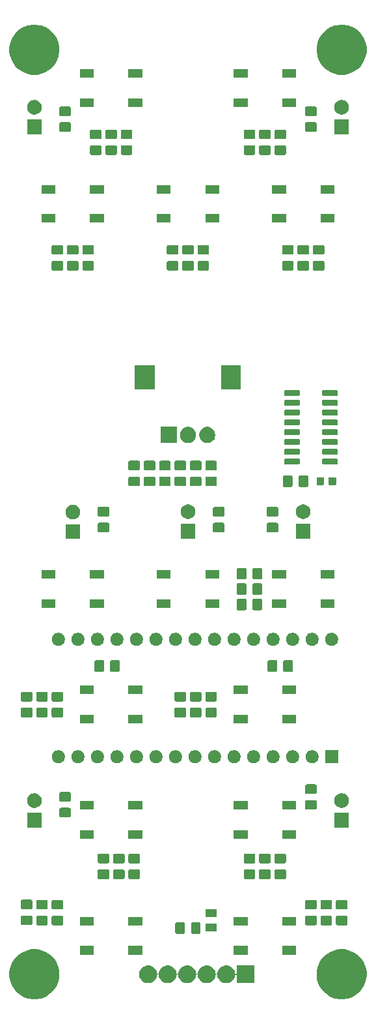
<source format=gbr>
G04 #@! TF.GenerationSoftware,KiCad,Pcbnew,(5.1.5)-3*
G04 #@! TF.CreationDate,2020-06-22T20:22:27+02:00*
G04 #@! TF.ProjectId,Mupi,4d757069-2e6b-4696-9361-645f70636258,rev?*
G04 #@! TF.SameCoordinates,Original*
G04 #@! TF.FileFunction,Soldermask,Top*
G04 #@! TF.FilePolarity,Negative*
%FSLAX46Y46*%
G04 Gerber Fmt 4.6, Leading zero omitted, Abs format (unit mm)*
G04 Created by KiCad (PCBNEW (5.1.5)-3) date 2020-06-22 20:22:27*
%MOMM*%
%LPD*%
G04 APERTURE LIST*
%ADD10C,0.100000*%
G04 APERTURE END LIST*
D10*
G36*
X80634239Y-156811467D02*
G01*
X80948282Y-156873934D01*
X81539926Y-157119001D01*
X82072392Y-157474784D01*
X82525216Y-157927608D01*
X82880999Y-158460074D01*
X83096358Y-158979997D01*
X83126066Y-159051719D01*
X83251000Y-159679803D01*
X83251000Y-160320197D01*
X83206244Y-160545201D01*
X83126066Y-160948282D01*
X82880999Y-161539926D01*
X82525216Y-162072392D01*
X82072392Y-162525216D01*
X81539926Y-162880999D01*
X80948282Y-163126066D01*
X80634239Y-163188533D01*
X80320197Y-163251000D01*
X79679803Y-163251000D01*
X79365761Y-163188533D01*
X79051718Y-163126066D01*
X78460074Y-162880999D01*
X77927608Y-162525216D01*
X77474784Y-162072392D01*
X77119001Y-161539926D01*
X76873934Y-160948282D01*
X76793756Y-160545201D01*
X76749000Y-160320197D01*
X76749000Y-159679803D01*
X76873934Y-159051719D01*
X76903642Y-158979997D01*
X77119001Y-158460074D01*
X77474784Y-157927608D01*
X77927608Y-157474784D01*
X78460074Y-157119001D01*
X79051718Y-156873934D01*
X79365761Y-156811467D01*
X79679803Y-156749000D01*
X80320197Y-156749000D01*
X80634239Y-156811467D01*
G37*
G36*
X40634239Y-156811467D02*
G01*
X40948282Y-156873934D01*
X41539926Y-157119001D01*
X42072392Y-157474784D01*
X42525216Y-157927608D01*
X42880999Y-158460074D01*
X43096358Y-158979997D01*
X43126066Y-159051719D01*
X43251000Y-159679803D01*
X43251000Y-160320197D01*
X43206244Y-160545201D01*
X43126066Y-160948282D01*
X42880999Y-161539926D01*
X42525216Y-162072392D01*
X42072392Y-162525216D01*
X41539926Y-162880999D01*
X40948282Y-163126066D01*
X40634239Y-163188533D01*
X40320197Y-163251000D01*
X39679803Y-163251000D01*
X39365761Y-163188533D01*
X39051718Y-163126066D01*
X38460074Y-162880999D01*
X37927608Y-162525216D01*
X37474784Y-162072392D01*
X37119001Y-161539926D01*
X36873934Y-160948282D01*
X36793756Y-160545201D01*
X36749000Y-160320197D01*
X36749000Y-159679803D01*
X36873934Y-159051719D01*
X36903642Y-158979997D01*
X37119001Y-158460074D01*
X37474784Y-157927608D01*
X37927608Y-157474784D01*
X38460074Y-157119001D01*
X39051718Y-156873934D01*
X39365761Y-156811467D01*
X39679803Y-156749000D01*
X40320197Y-156749000D01*
X40634239Y-156811467D01*
G37*
G36*
X55024549Y-158871116D02*
G01*
X55135734Y-158893232D01*
X55345203Y-158979997D01*
X55533720Y-159105960D01*
X55694040Y-159266280D01*
X55820003Y-159454797D01*
X55900729Y-159649686D01*
X55906768Y-159664267D01*
X55947403Y-159868552D01*
X55954516Y-159892001D01*
X55966067Y-159913612D01*
X55981612Y-159932554D01*
X56000554Y-159948099D01*
X56022165Y-159959650D01*
X56045614Y-159966763D01*
X56070000Y-159969165D01*
X56094386Y-159966763D01*
X56117835Y-159959650D01*
X56139446Y-159948099D01*
X56158388Y-159932554D01*
X56173933Y-159913612D01*
X56185484Y-159892001D01*
X56192597Y-159868552D01*
X56233232Y-159664267D01*
X56239272Y-159649686D01*
X56319997Y-159454797D01*
X56445960Y-159266280D01*
X56606280Y-159105960D01*
X56794797Y-158979997D01*
X57004266Y-158893232D01*
X57115451Y-158871116D01*
X57226635Y-158849000D01*
X57453365Y-158849000D01*
X57564549Y-158871116D01*
X57675734Y-158893232D01*
X57885203Y-158979997D01*
X58073720Y-159105960D01*
X58234040Y-159266280D01*
X58360003Y-159454797D01*
X58440729Y-159649686D01*
X58446768Y-159664267D01*
X58487403Y-159868552D01*
X58494516Y-159892001D01*
X58506067Y-159913612D01*
X58521612Y-159932554D01*
X58540554Y-159948099D01*
X58562165Y-159959650D01*
X58585614Y-159966763D01*
X58610000Y-159969165D01*
X58634386Y-159966763D01*
X58657835Y-159959650D01*
X58679446Y-159948099D01*
X58698388Y-159932554D01*
X58713933Y-159913612D01*
X58725484Y-159892001D01*
X58732597Y-159868552D01*
X58773232Y-159664267D01*
X58779272Y-159649686D01*
X58859997Y-159454797D01*
X58985960Y-159266280D01*
X59146280Y-159105960D01*
X59334797Y-158979997D01*
X59544266Y-158893232D01*
X59655451Y-158871116D01*
X59766635Y-158849000D01*
X59993365Y-158849000D01*
X60104549Y-158871116D01*
X60215734Y-158893232D01*
X60425203Y-158979997D01*
X60613720Y-159105960D01*
X60774040Y-159266280D01*
X60900003Y-159454797D01*
X60980729Y-159649686D01*
X60986768Y-159664267D01*
X61027403Y-159868552D01*
X61034516Y-159892001D01*
X61046067Y-159913612D01*
X61061612Y-159932554D01*
X61080554Y-159948099D01*
X61102165Y-159959650D01*
X61125614Y-159966763D01*
X61150000Y-159969165D01*
X61174386Y-159966763D01*
X61197835Y-159959650D01*
X61219446Y-159948099D01*
X61238388Y-159932554D01*
X61253933Y-159913612D01*
X61265484Y-159892001D01*
X61272597Y-159868552D01*
X61313232Y-159664267D01*
X61319272Y-159649686D01*
X61399997Y-159454797D01*
X61525960Y-159266280D01*
X61686280Y-159105960D01*
X61874797Y-158979997D01*
X62084266Y-158893232D01*
X62195451Y-158871116D01*
X62306635Y-158849000D01*
X62533365Y-158849000D01*
X62644549Y-158871116D01*
X62755734Y-158893232D01*
X62965203Y-158979997D01*
X63153720Y-159105960D01*
X63314040Y-159266280D01*
X63440003Y-159454797D01*
X63520729Y-159649686D01*
X63526768Y-159664267D01*
X63567403Y-159868552D01*
X63574516Y-159892001D01*
X63586067Y-159913612D01*
X63601612Y-159932554D01*
X63620554Y-159948099D01*
X63642165Y-159959650D01*
X63665614Y-159966763D01*
X63690000Y-159969165D01*
X63714386Y-159966763D01*
X63737835Y-159959650D01*
X63759446Y-159948099D01*
X63778388Y-159932554D01*
X63793933Y-159913612D01*
X63805484Y-159892001D01*
X63812597Y-159868552D01*
X63853232Y-159664267D01*
X63859272Y-159649686D01*
X63939997Y-159454797D01*
X64065960Y-159266280D01*
X64226280Y-159105960D01*
X64414797Y-158979997D01*
X64624266Y-158893232D01*
X64735451Y-158871116D01*
X64846635Y-158849000D01*
X65073365Y-158849000D01*
X65184549Y-158871116D01*
X65295734Y-158893232D01*
X65505203Y-158979997D01*
X65693720Y-159105960D01*
X65854040Y-159266280D01*
X65980003Y-159454797D01*
X66060729Y-159649686D01*
X66066768Y-159664267D01*
X66101404Y-159838393D01*
X66108517Y-159861842D01*
X66120068Y-159883453D01*
X66135613Y-159902395D01*
X66154555Y-159917940D01*
X66176166Y-159929491D01*
X66199615Y-159936604D01*
X66224001Y-159939006D01*
X66248387Y-159936604D01*
X66271836Y-159929491D01*
X66293447Y-159917940D01*
X66312389Y-159902395D01*
X66327934Y-159883453D01*
X66339485Y-159861842D01*
X66346598Y-159838393D01*
X66349000Y-159814007D01*
X66349000Y-158849000D01*
X68651000Y-158849000D01*
X68651000Y-161151000D01*
X66349000Y-161151000D01*
X66349000Y-160185993D01*
X66346598Y-160161607D01*
X66339485Y-160138158D01*
X66327934Y-160116547D01*
X66312389Y-160097605D01*
X66293447Y-160082060D01*
X66271836Y-160070509D01*
X66248387Y-160063396D01*
X66224001Y-160060994D01*
X66199615Y-160063396D01*
X66176166Y-160070509D01*
X66154555Y-160082060D01*
X66135613Y-160097605D01*
X66120068Y-160116547D01*
X66108517Y-160138158D01*
X66101404Y-160161607D01*
X66066768Y-160335734D01*
X65980003Y-160545203D01*
X65854040Y-160733720D01*
X65693720Y-160894040D01*
X65505203Y-161020003D01*
X65295734Y-161106768D01*
X65184549Y-161128884D01*
X65073365Y-161151000D01*
X64846635Y-161151000D01*
X64735451Y-161128884D01*
X64624266Y-161106768D01*
X64414797Y-161020003D01*
X64226280Y-160894040D01*
X64065960Y-160733720D01*
X63939997Y-160545203D01*
X63853232Y-160335734D01*
X63812597Y-160131448D01*
X63805484Y-160107999D01*
X63793933Y-160086388D01*
X63778388Y-160067446D01*
X63759446Y-160051901D01*
X63737835Y-160040350D01*
X63714386Y-160033237D01*
X63690000Y-160030835D01*
X63665614Y-160033237D01*
X63642165Y-160040350D01*
X63620554Y-160051901D01*
X63601612Y-160067446D01*
X63586067Y-160086388D01*
X63574516Y-160107999D01*
X63567403Y-160131448D01*
X63526768Y-160335734D01*
X63440003Y-160545203D01*
X63314040Y-160733720D01*
X63153720Y-160894040D01*
X62965203Y-161020003D01*
X62755734Y-161106768D01*
X62644549Y-161128884D01*
X62533365Y-161151000D01*
X62306635Y-161151000D01*
X62195451Y-161128884D01*
X62084266Y-161106768D01*
X61874797Y-161020003D01*
X61686280Y-160894040D01*
X61525960Y-160733720D01*
X61399997Y-160545203D01*
X61313232Y-160335734D01*
X61272597Y-160131448D01*
X61265484Y-160107999D01*
X61253933Y-160086388D01*
X61238388Y-160067446D01*
X61219446Y-160051901D01*
X61197835Y-160040350D01*
X61174386Y-160033237D01*
X61150000Y-160030835D01*
X61125614Y-160033237D01*
X61102165Y-160040350D01*
X61080554Y-160051901D01*
X61061612Y-160067446D01*
X61046067Y-160086388D01*
X61034516Y-160107999D01*
X61027403Y-160131448D01*
X60986768Y-160335734D01*
X60900003Y-160545203D01*
X60774040Y-160733720D01*
X60613720Y-160894040D01*
X60425203Y-161020003D01*
X60215734Y-161106768D01*
X60104549Y-161128884D01*
X59993365Y-161151000D01*
X59766635Y-161151000D01*
X59655451Y-161128884D01*
X59544266Y-161106768D01*
X59334797Y-161020003D01*
X59146280Y-160894040D01*
X58985960Y-160733720D01*
X58859997Y-160545203D01*
X58773232Y-160335734D01*
X58732597Y-160131448D01*
X58725484Y-160107999D01*
X58713933Y-160086388D01*
X58698388Y-160067446D01*
X58679446Y-160051901D01*
X58657835Y-160040350D01*
X58634386Y-160033237D01*
X58610000Y-160030835D01*
X58585614Y-160033237D01*
X58562165Y-160040350D01*
X58540554Y-160051901D01*
X58521612Y-160067446D01*
X58506067Y-160086388D01*
X58494516Y-160107999D01*
X58487403Y-160131448D01*
X58446768Y-160335734D01*
X58360003Y-160545203D01*
X58234040Y-160733720D01*
X58073720Y-160894040D01*
X57885203Y-161020003D01*
X57675734Y-161106768D01*
X57564549Y-161128884D01*
X57453365Y-161151000D01*
X57226635Y-161151000D01*
X57115451Y-161128884D01*
X57004266Y-161106768D01*
X56794797Y-161020003D01*
X56606280Y-160894040D01*
X56445960Y-160733720D01*
X56319997Y-160545203D01*
X56233232Y-160335734D01*
X56192597Y-160131448D01*
X56185484Y-160107999D01*
X56173933Y-160086388D01*
X56158388Y-160067446D01*
X56139446Y-160051901D01*
X56117835Y-160040350D01*
X56094386Y-160033237D01*
X56070000Y-160030835D01*
X56045614Y-160033237D01*
X56022165Y-160040350D01*
X56000554Y-160051901D01*
X55981612Y-160067446D01*
X55966067Y-160086388D01*
X55954516Y-160107999D01*
X55947403Y-160131448D01*
X55906768Y-160335734D01*
X55820003Y-160545203D01*
X55694040Y-160733720D01*
X55533720Y-160894040D01*
X55345203Y-161020003D01*
X55135734Y-161106768D01*
X55024549Y-161128884D01*
X54913365Y-161151000D01*
X54686635Y-161151000D01*
X54575451Y-161128884D01*
X54464266Y-161106768D01*
X54254797Y-161020003D01*
X54066280Y-160894040D01*
X53905960Y-160733720D01*
X53779997Y-160545203D01*
X53693232Y-160335734D01*
X53649000Y-160113364D01*
X53649000Y-159886636D01*
X53693232Y-159664266D01*
X53779997Y-159454797D01*
X53905960Y-159266280D01*
X54066280Y-159105960D01*
X54254797Y-158979997D01*
X54464266Y-158893232D01*
X54575451Y-158871116D01*
X54686635Y-158849000D01*
X54913365Y-158849000D01*
X55024549Y-158871116D01*
G37*
G36*
X54051000Y-157451000D02*
G01*
X52249000Y-157451000D01*
X52249000Y-156349000D01*
X54051000Y-156349000D01*
X54051000Y-157451000D01*
G37*
G36*
X74051000Y-157451000D02*
G01*
X72249000Y-157451000D01*
X72249000Y-156349000D01*
X74051000Y-156349000D01*
X74051000Y-157451000D01*
G37*
G36*
X67751000Y-157451000D02*
G01*
X65949000Y-157451000D01*
X65949000Y-156349000D01*
X67751000Y-156349000D01*
X67751000Y-157451000D01*
G37*
G36*
X47751000Y-157451000D02*
G01*
X45949000Y-157451000D01*
X45949000Y-156349000D01*
X47751000Y-156349000D01*
X47751000Y-157451000D01*
G37*
G36*
X61488674Y-153253465D02*
G01*
X61526367Y-153264899D01*
X61561103Y-153283466D01*
X61591548Y-153308452D01*
X61616534Y-153338897D01*
X61635101Y-153373633D01*
X61646535Y-153411326D01*
X61651000Y-153456661D01*
X61651000Y-154543339D01*
X61646535Y-154588674D01*
X61635101Y-154626367D01*
X61616534Y-154661103D01*
X61591548Y-154691548D01*
X61561103Y-154716534D01*
X61526367Y-154735101D01*
X61488674Y-154746535D01*
X61443339Y-154751000D01*
X60606661Y-154751000D01*
X60561326Y-154746535D01*
X60523633Y-154735101D01*
X60488897Y-154716534D01*
X60458452Y-154691548D01*
X60433466Y-154661103D01*
X60414899Y-154626367D01*
X60403465Y-154588674D01*
X60399000Y-154543339D01*
X60399000Y-153456661D01*
X60403465Y-153411326D01*
X60414899Y-153373633D01*
X60433466Y-153338897D01*
X60458452Y-153308452D01*
X60488897Y-153283466D01*
X60523633Y-153264899D01*
X60561326Y-153253465D01*
X60606661Y-153249000D01*
X61443339Y-153249000D01*
X61488674Y-153253465D01*
G37*
G36*
X59438674Y-153253465D02*
G01*
X59476367Y-153264899D01*
X59511103Y-153283466D01*
X59541548Y-153308452D01*
X59566534Y-153338897D01*
X59585101Y-153373633D01*
X59596535Y-153411326D01*
X59601000Y-153456661D01*
X59601000Y-154543339D01*
X59596535Y-154588674D01*
X59585101Y-154626367D01*
X59566534Y-154661103D01*
X59541548Y-154691548D01*
X59511103Y-154716534D01*
X59476367Y-154735101D01*
X59438674Y-154746535D01*
X59393339Y-154751000D01*
X58556661Y-154751000D01*
X58511326Y-154746535D01*
X58473633Y-154735101D01*
X58438897Y-154716534D01*
X58408452Y-154691548D01*
X58383466Y-154661103D01*
X58364899Y-154626367D01*
X58353465Y-154588674D01*
X58349000Y-154543339D01*
X58349000Y-153456661D01*
X58353465Y-153411326D01*
X58364899Y-153373633D01*
X58383466Y-153338897D01*
X58408452Y-153308452D01*
X58438897Y-153283466D01*
X58473633Y-153264899D01*
X58511326Y-153253465D01*
X58556661Y-153249000D01*
X59393339Y-153249000D01*
X59438674Y-153253465D01*
G37*
G36*
X63584468Y-153403565D02*
G01*
X63623138Y-153415296D01*
X63658777Y-153434346D01*
X63690017Y-153459983D01*
X63715654Y-153491223D01*
X63734704Y-153526862D01*
X63746435Y-153565532D01*
X63751000Y-153611888D01*
X63751000Y-154263112D01*
X63746435Y-154309468D01*
X63734704Y-154348138D01*
X63715654Y-154383777D01*
X63690017Y-154415017D01*
X63658777Y-154440654D01*
X63623138Y-154459704D01*
X63584468Y-154471435D01*
X63538112Y-154476000D01*
X62461888Y-154476000D01*
X62415532Y-154471435D01*
X62376862Y-154459704D01*
X62341223Y-154440654D01*
X62309983Y-154415017D01*
X62284346Y-154383777D01*
X62265296Y-154348138D01*
X62253565Y-154309468D01*
X62249000Y-154263112D01*
X62249000Y-153611888D01*
X62253565Y-153565532D01*
X62265296Y-153526862D01*
X62284346Y-153491223D01*
X62309983Y-153459983D01*
X62341223Y-153434346D01*
X62376862Y-153415296D01*
X62415532Y-153403565D01*
X62461888Y-153399000D01*
X63538112Y-153399000D01*
X63584468Y-153403565D01*
G37*
G36*
X54051000Y-153651000D02*
G01*
X52249000Y-153651000D01*
X52249000Y-152549000D01*
X54051000Y-152549000D01*
X54051000Y-153651000D01*
G37*
G36*
X47751000Y-153651000D02*
G01*
X45949000Y-153651000D01*
X45949000Y-152549000D01*
X47751000Y-152549000D01*
X47751000Y-153651000D01*
G37*
G36*
X80588674Y-152403465D02*
G01*
X80626367Y-152414899D01*
X80661103Y-152433466D01*
X80691548Y-152458452D01*
X80716534Y-152488897D01*
X80735101Y-152523633D01*
X80746535Y-152561326D01*
X80751000Y-152606661D01*
X80751000Y-153443339D01*
X80746535Y-153488674D01*
X80735101Y-153526367D01*
X80716534Y-153561103D01*
X80691548Y-153591548D01*
X80661103Y-153616534D01*
X80626367Y-153635101D01*
X80588674Y-153646535D01*
X80543339Y-153651000D01*
X79456661Y-153651000D01*
X79411326Y-153646535D01*
X79373633Y-153635101D01*
X79338897Y-153616534D01*
X79308452Y-153591548D01*
X79283466Y-153561103D01*
X79264899Y-153526367D01*
X79253465Y-153488674D01*
X79249000Y-153443339D01*
X79249000Y-152606661D01*
X79253465Y-152561326D01*
X79264899Y-152523633D01*
X79283466Y-152488897D01*
X79308452Y-152458452D01*
X79338897Y-152433466D01*
X79373633Y-152414899D01*
X79411326Y-152403465D01*
X79456661Y-152399000D01*
X80543339Y-152399000D01*
X80588674Y-152403465D01*
G37*
G36*
X78588674Y-152403465D02*
G01*
X78626367Y-152414899D01*
X78661103Y-152433466D01*
X78691548Y-152458452D01*
X78716534Y-152488897D01*
X78735101Y-152523633D01*
X78746535Y-152561326D01*
X78751000Y-152606661D01*
X78751000Y-153443339D01*
X78746535Y-153488674D01*
X78735101Y-153526367D01*
X78716534Y-153561103D01*
X78691548Y-153591548D01*
X78661103Y-153616534D01*
X78626367Y-153635101D01*
X78588674Y-153646535D01*
X78543339Y-153651000D01*
X77456661Y-153651000D01*
X77411326Y-153646535D01*
X77373633Y-153635101D01*
X77338897Y-153616534D01*
X77308452Y-153591548D01*
X77283466Y-153561103D01*
X77264899Y-153526367D01*
X77253465Y-153488674D01*
X77249000Y-153443339D01*
X77249000Y-152606661D01*
X77253465Y-152561326D01*
X77264899Y-152523633D01*
X77283466Y-152488897D01*
X77308452Y-152458452D01*
X77338897Y-152433466D01*
X77373633Y-152414899D01*
X77411326Y-152403465D01*
X77456661Y-152399000D01*
X78543339Y-152399000D01*
X78588674Y-152403465D01*
G37*
G36*
X43588674Y-152403465D02*
G01*
X43626367Y-152414899D01*
X43661103Y-152433466D01*
X43691548Y-152458452D01*
X43716534Y-152488897D01*
X43735101Y-152523633D01*
X43746535Y-152561326D01*
X43751000Y-152606661D01*
X43751000Y-153443339D01*
X43746535Y-153488674D01*
X43735101Y-153526367D01*
X43716534Y-153561103D01*
X43691548Y-153591548D01*
X43661103Y-153616534D01*
X43626367Y-153635101D01*
X43588674Y-153646535D01*
X43543339Y-153651000D01*
X42456661Y-153651000D01*
X42411326Y-153646535D01*
X42373633Y-153635101D01*
X42338897Y-153616534D01*
X42308452Y-153591548D01*
X42283466Y-153561103D01*
X42264899Y-153526367D01*
X42253465Y-153488674D01*
X42249000Y-153443339D01*
X42249000Y-152606661D01*
X42253465Y-152561326D01*
X42264899Y-152523633D01*
X42283466Y-152488897D01*
X42308452Y-152458452D01*
X42338897Y-152433466D01*
X42373633Y-152414899D01*
X42411326Y-152403465D01*
X42456661Y-152399000D01*
X43543339Y-152399000D01*
X43588674Y-152403465D01*
G37*
G36*
X41588674Y-152403465D02*
G01*
X41626367Y-152414899D01*
X41661103Y-152433466D01*
X41691548Y-152458452D01*
X41716534Y-152488897D01*
X41735101Y-152523633D01*
X41746535Y-152561326D01*
X41751000Y-152606661D01*
X41751000Y-153443339D01*
X41746535Y-153488674D01*
X41735101Y-153526367D01*
X41716534Y-153561103D01*
X41691548Y-153591548D01*
X41661103Y-153616534D01*
X41626367Y-153635101D01*
X41588674Y-153646535D01*
X41543339Y-153651000D01*
X40456661Y-153651000D01*
X40411326Y-153646535D01*
X40373633Y-153635101D01*
X40338897Y-153616534D01*
X40308452Y-153591548D01*
X40283466Y-153561103D01*
X40264899Y-153526367D01*
X40253465Y-153488674D01*
X40249000Y-153443339D01*
X40249000Y-152606661D01*
X40253465Y-152561326D01*
X40264899Y-152523633D01*
X40283466Y-152488897D01*
X40308452Y-152458452D01*
X40338897Y-152433466D01*
X40373633Y-152414899D01*
X40411326Y-152403465D01*
X40456661Y-152399000D01*
X41543339Y-152399000D01*
X41588674Y-152403465D01*
G37*
G36*
X76588674Y-152403465D02*
G01*
X76626367Y-152414899D01*
X76661103Y-152433466D01*
X76691548Y-152458452D01*
X76716534Y-152488897D01*
X76735101Y-152523633D01*
X76746535Y-152561326D01*
X76751000Y-152606661D01*
X76751000Y-153443339D01*
X76746535Y-153488674D01*
X76735101Y-153526367D01*
X76716534Y-153561103D01*
X76691548Y-153591548D01*
X76661103Y-153616534D01*
X76626367Y-153635101D01*
X76588674Y-153646535D01*
X76543339Y-153651000D01*
X75456661Y-153651000D01*
X75411326Y-153646535D01*
X75373633Y-153635101D01*
X75338897Y-153616534D01*
X75308452Y-153591548D01*
X75283466Y-153561103D01*
X75264899Y-153526367D01*
X75253465Y-153488674D01*
X75249000Y-153443339D01*
X75249000Y-152606661D01*
X75253465Y-152561326D01*
X75264899Y-152523633D01*
X75283466Y-152488897D01*
X75308452Y-152458452D01*
X75338897Y-152433466D01*
X75373633Y-152414899D01*
X75411326Y-152403465D01*
X75456661Y-152399000D01*
X76543339Y-152399000D01*
X76588674Y-152403465D01*
G37*
G36*
X74051000Y-153651000D02*
G01*
X72249000Y-153651000D01*
X72249000Y-152549000D01*
X74051000Y-152549000D01*
X74051000Y-153651000D01*
G37*
G36*
X67751000Y-153651000D02*
G01*
X65949000Y-153651000D01*
X65949000Y-152549000D01*
X67751000Y-152549000D01*
X67751000Y-153651000D01*
G37*
G36*
X39588674Y-152378465D02*
G01*
X39626367Y-152389899D01*
X39661103Y-152408466D01*
X39691548Y-152433452D01*
X39716534Y-152463897D01*
X39735101Y-152498633D01*
X39746535Y-152536326D01*
X39751000Y-152581661D01*
X39751000Y-153418339D01*
X39746535Y-153463674D01*
X39735101Y-153501367D01*
X39716534Y-153536103D01*
X39691548Y-153566548D01*
X39661103Y-153591534D01*
X39626367Y-153610101D01*
X39588674Y-153621535D01*
X39543339Y-153626000D01*
X38456661Y-153626000D01*
X38411326Y-153621535D01*
X38373633Y-153610101D01*
X38338897Y-153591534D01*
X38308452Y-153566548D01*
X38283466Y-153536103D01*
X38264899Y-153501367D01*
X38253465Y-153463674D01*
X38249000Y-153418339D01*
X38249000Y-152581661D01*
X38253465Y-152536326D01*
X38264899Y-152498633D01*
X38283466Y-152463897D01*
X38308452Y-152433452D01*
X38338897Y-152408466D01*
X38373633Y-152389899D01*
X38411326Y-152378465D01*
X38456661Y-152374000D01*
X39543339Y-152374000D01*
X39588674Y-152378465D01*
G37*
G36*
X63584468Y-151528565D02*
G01*
X63623138Y-151540296D01*
X63658777Y-151559346D01*
X63690017Y-151584983D01*
X63715654Y-151616223D01*
X63734704Y-151651862D01*
X63746435Y-151690532D01*
X63751000Y-151736888D01*
X63751000Y-152388112D01*
X63746435Y-152434468D01*
X63734704Y-152473138D01*
X63715654Y-152508777D01*
X63690017Y-152540017D01*
X63658777Y-152565654D01*
X63623138Y-152584704D01*
X63584468Y-152596435D01*
X63538112Y-152601000D01*
X62461888Y-152601000D01*
X62415532Y-152596435D01*
X62376862Y-152584704D01*
X62341223Y-152565654D01*
X62309983Y-152540017D01*
X62284346Y-152508777D01*
X62265296Y-152473138D01*
X62253565Y-152434468D01*
X62249000Y-152388112D01*
X62249000Y-151736888D01*
X62253565Y-151690532D01*
X62265296Y-151651862D01*
X62284346Y-151616223D01*
X62309983Y-151584983D01*
X62341223Y-151559346D01*
X62376862Y-151540296D01*
X62415532Y-151528565D01*
X62461888Y-151524000D01*
X63538112Y-151524000D01*
X63584468Y-151528565D01*
G37*
G36*
X43588674Y-150353465D02*
G01*
X43626367Y-150364899D01*
X43661103Y-150383466D01*
X43691548Y-150408452D01*
X43716534Y-150438897D01*
X43735101Y-150473633D01*
X43746535Y-150511326D01*
X43751000Y-150556661D01*
X43751000Y-151393339D01*
X43746535Y-151438674D01*
X43735101Y-151476367D01*
X43716534Y-151511103D01*
X43691548Y-151541548D01*
X43661103Y-151566534D01*
X43626367Y-151585101D01*
X43588674Y-151596535D01*
X43543339Y-151601000D01*
X42456661Y-151601000D01*
X42411326Y-151596535D01*
X42373633Y-151585101D01*
X42338897Y-151566534D01*
X42308452Y-151541548D01*
X42283466Y-151511103D01*
X42264899Y-151476367D01*
X42253465Y-151438674D01*
X42249000Y-151393339D01*
X42249000Y-150556661D01*
X42253465Y-150511326D01*
X42264899Y-150473633D01*
X42283466Y-150438897D01*
X42308452Y-150408452D01*
X42338897Y-150383466D01*
X42373633Y-150364899D01*
X42411326Y-150353465D01*
X42456661Y-150349000D01*
X43543339Y-150349000D01*
X43588674Y-150353465D01*
G37*
G36*
X76588674Y-150353465D02*
G01*
X76626367Y-150364899D01*
X76661103Y-150383466D01*
X76691548Y-150408452D01*
X76716534Y-150438897D01*
X76735101Y-150473633D01*
X76746535Y-150511326D01*
X76751000Y-150556661D01*
X76751000Y-151393339D01*
X76746535Y-151438674D01*
X76735101Y-151476367D01*
X76716534Y-151511103D01*
X76691548Y-151541548D01*
X76661103Y-151566534D01*
X76626367Y-151585101D01*
X76588674Y-151596535D01*
X76543339Y-151601000D01*
X75456661Y-151601000D01*
X75411326Y-151596535D01*
X75373633Y-151585101D01*
X75338897Y-151566534D01*
X75308452Y-151541548D01*
X75283466Y-151511103D01*
X75264899Y-151476367D01*
X75253465Y-151438674D01*
X75249000Y-151393339D01*
X75249000Y-150556661D01*
X75253465Y-150511326D01*
X75264899Y-150473633D01*
X75283466Y-150438897D01*
X75308452Y-150408452D01*
X75338897Y-150383466D01*
X75373633Y-150364899D01*
X75411326Y-150353465D01*
X75456661Y-150349000D01*
X76543339Y-150349000D01*
X76588674Y-150353465D01*
G37*
G36*
X80588674Y-150353465D02*
G01*
X80626367Y-150364899D01*
X80661103Y-150383466D01*
X80691548Y-150408452D01*
X80716534Y-150438897D01*
X80735101Y-150473633D01*
X80746535Y-150511326D01*
X80751000Y-150556661D01*
X80751000Y-151393339D01*
X80746535Y-151438674D01*
X80735101Y-151476367D01*
X80716534Y-151511103D01*
X80691548Y-151541548D01*
X80661103Y-151566534D01*
X80626367Y-151585101D01*
X80588674Y-151596535D01*
X80543339Y-151601000D01*
X79456661Y-151601000D01*
X79411326Y-151596535D01*
X79373633Y-151585101D01*
X79338897Y-151566534D01*
X79308452Y-151541548D01*
X79283466Y-151511103D01*
X79264899Y-151476367D01*
X79253465Y-151438674D01*
X79249000Y-151393339D01*
X79249000Y-150556661D01*
X79253465Y-150511326D01*
X79264899Y-150473633D01*
X79283466Y-150438897D01*
X79308452Y-150408452D01*
X79338897Y-150383466D01*
X79373633Y-150364899D01*
X79411326Y-150353465D01*
X79456661Y-150349000D01*
X80543339Y-150349000D01*
X80588674Y-150353465D01*
G37*
G36*
X41588674Y-150353465D02*
G01*
X41626367Y-150364899D01*
X41661103Y-150383466D01*
X41691548Y-150408452D01*
X41716534Y-150438897D01*
X41735101Y-150473633D01*
X41746535Y-150511326D01*
X41751000Y-150556661D01*
X41751000Y-151393339D01*
X41746535Y-151438674D01*
X41735101Y-151476367D01*
X41716534Y-151511103D01*
X41691548Y-151541548D01*
X41661103Y-151566534D01*
X41626367Y-151585101D01*
X41588674Y-151596535D01*
X41543339Y-151601000D01*
X40456661Y-151601000D01*
X40411326Y-151596535D01*
X40373633Y-151585101D01*
X40338897Y-151566534D01*
X40308452Y-151541548D01*
X40283466Y-151511103D01*
X40264899Y-151476367D01*
X40253465Y-151438674D01*
X40249000Y-151393339D01*
X40249000Y-150556661D01*
X40253465Y-150511326D01*
X40264899Y-150473633D01*
X40283466Y-150438897D01*
X40308452Y-150408452D01*
X40338897Y-150383466D01*
X40373633Y-150364899D01*
X40411326Y-150353465D01*
X40456661Y-150349000D01*
X41543339Y-150349000D01*
X41588674Y-150353465D01*
G37*
G36*
X78588674Y-150353465D02*
G01*
X78626367Y-150364899D01*
X78661103Y-150383466D01*
X78691548Y-150408452D01*
X78716534Y-150438897D01*
X78735101Y-150473633D01*
X78746535Y-150511326D01*
X78751000Y-150556661D01*
X78751000Y-151393339D01*
X78746535Y-151438674D01*
X78735101Y-151476367D01*
X78716534Y-151511103D01*
X78691548Y-151541548D01*
X78661103Y-151566534D01*
X78626367Y-151585101D01*
X78588674Y-151596535D01*
X78543339Y-151601000D01*
X77456661Y-151601000D01*
X77411326Y-151596535D01*
X77373633Y-151585101D01*
X77338897Y-151566534D01*
X77308452Y-151541548D01*
X77283466Y-151511103D01*
X77264899Y-151476367D01*
X77253465Y-151438674D01*
X77249000Y-151393339D01*
X77249000Y-150556661D01*
X77253465Y-150511326D01*
X77264899Y-150473633D01*
X77283466Y-150438897D01*
X77308452Y-150408452D01*
X77338897Y-150383466D01*
X77373633Y-150364899D01*
X77411326Y-150353465D01*
X77456661Y-150349000D01*
X78543339Y-150349000D01*
X78588674Y-150353465D01*
G37*
G36*
X39588674Y-150328465D02*
G01*
X39626367Y-150339899D01*
X39661103Y-150358466D01*
X39691548Y-150383452D01*
X39716534Y-150413897D01*
X39735101Y-150448633D01*
X39746535Y-150486326D01*
X39751000Y-150531661D01*
X39751000Y-151368339D01*
X39746535Y-151413674D01*
X39735101Y-151451367D01*
X39716534Y-151486103D01*
X39691548Y-151516548D01*
X39661103Y-151541534D01*
X39626367Y-151560101D01*
X39588674Y-151571535D01*
X39543339Y-151576000D01*
X38456661Y-151576000D01*
X38411326Y-151571535D01*
X38373633Y-151560101D01*
X38338897Y-151541534D01*
X38308452Y-151516548D01*
X38283466Y-151486103D01*
X38264899Y-151451367D01*
X38253465Y-151413674D01*
X38249000Y-151368339D01*
X38249000Y-150531661D01*
X38253465Y-150486326D01*
X38264899Y-150448633D01*
X38283466Y-150413897D01*
X38308452Y-150383452D01*
X38338897Y-150358466D01*
X38373633Y-150339899D01*
X38411326Y-150328465D01*
X38456661Y-150324000D01*
X39543339Y-150324000D01*
X39588674Y-150328465D01*
G37*
G36*
X72588674Y-146403465D02*
G01*
X72626367Y-146414899D01*
X72661103Y-146433466D01*
X72691548Y-146458452D01*
X72716534Y-146488897D01*
X72735101Y-146523633D01*
X72746535Y-146561326D01*
X72751000Y-146606661D01*
X72751000Y-147443339D01*
X72746535Y-147488674D01*
X72735101Y-147526367D01*
X72716534Y-147561103D01*
X72691548Y-147591548D01*
X72661103Y-147616534D01*
X72626367Y-147635101D01*
X72588674Y-147646535D01*
X72543339Y-147651000D01*
X71456661Y-147651000D01*
X71411326Y-147646535D01*
X71373633Y-147635101D01*
X71338897Y-147616534D01*
X71308452Y-147591548D01*
X71283466Y-147561103D01*
X71264899Y-147526367D01*
X71253465Y-147488674D01*
X71249000Y-147443339D01*
X71249000Y-146606661D01*
X71253465Y-146561326D01*
X71264899Y-146523633D01*
X71283466Y-146488897D01*
X71308452Y-146458452D01*
X71338897Y-146433466D01*
X71373633Y-146414899D01*
X71411326Y-146403465D01*
X71456661Y-146399000D01*
X72543339Y-146399000D01*
X72588674Y-146403465D01*
G37*
G36*
X70588674Y-146403465D02*
G01*
X70626367Y-146414899D01*
X70661103Y-146433466D01*
X70691548Y-146458452D01*
X70716534Y-146488897D01*
X70735101Y-146523633D01*
X70746535Y-146561326D01*
X70751000Y-146606661D01*
X70751000Y-147443339D01*
X70746535Y-147488674D01*
X70735101Y-147526367D01*
X70716534Y-147561103D01*
X70691548Y-147591548D01*
X70661103Y-147616534D01*
X70626367Y-147635101D01*
X70588674Y-147646535D01*
X70543339Y-147651000D01*
X69456661Y-147651000D01*
X69411326Y-147646535D01*
X69373633Y-147635101D01*
X69338897Y-147616534D01*
X69308452Y-147591548D01*
X69283466Y-147561103D01*
X69264899Y-147526367D01*
X69253465Y-147488674D01*
X69249000Y-147443339D01*
X69249000Y-146606661D01*
X69253465Y-146561326D01*
X69264899Y-146523633D01*
X69283466Y-146488897D01*
X69308452Y-146458452D01*
X69338897Y-146433466D01*
X69373633Y-146414899D01*
X69411326Y-146403465D01*
X69456661Y-146399000D01*
X70543339Y-146399000D01*
X70588674Y-146403465D01*
G37*
G36*
X68588674Y-146403465D02*
G01*
X68626367Y-146414899D01*
X68661103Y-146433466D01*
X68691548Y-146458452D01*
X68716534Y-146488897D01*
X68735101Y-146523633D01*
X68746535Y-146561326D01*
X68751000Y-146606661D01*
X68751000Y-147443339D01*
X68746535Y-147488674D01*
X68735101Y-147526367D01*
X68716534Y-147561103D01*
X68691548Y-147591548D01*
X68661103Y-147616534D01*
X68626367Y-147635101D01*
X68588674Y-147646535D01*
X68543339Y-147651000D01*
X67456661Y-147651000D01*
X67411326Y-147646535D01*
X67373633Y-147635101D01*
X67338897Y-147616534D01*
X67308452Y-147591548D01*
X67283466Y-147561103D01*
X67264899Y-147526367D01*
X67253465Y-147488674D01*
X67249000Y-147443339D01*
X67249000Y-146606661D01*
X67253465Y-146561326D01*
X67264899Y-146523633D01*
X67283466Y-146488897D01*
X67308452Y-146458452D01*
X67338897Y-146433466D01*
X67373633Y-146414899D01*
X67411326Y-146403465D01*
X67456661Y-146399000D01*
X68543339Y-146399000D01*
X68588674Y-146403465D01*
G37*
G36*
X53588674Y-146403465D02*
G01*
X53626367Y-146414899D01*
X53661103Y-146433466D01*
X53691548Y-146458452D01*
X53716534Y-146488897D01*
X53735101Y-146523633D01*
X53746535Y-146561326D01*
X53751000Y-146606661D01*
X53751000Y-147443339D01*
X53746535Y-147488674D01*
X53735101Y-147526367D01*
X53716534Y-147561103D01*
X53691548Y-147591548D01*
X53661103Y-147616534D01*
X53626367Y-147635101D01*
X53588674Y-147646535D01*
X53543339Y-147651000D01*
X52456661Y-147651000D01*
X52411326Y-147646535D01*
X52373633Y-147635101D01*
X52338897Y-147616534D01*
X52308452Y-147591548D01*
X52283466Y-147561103D01*
X52264899Y-147526367D01*
X52253465Y-147488674D01*
X52249000Y-147443339D01*
X52249000Y-146606661D01*
X52253465Y-146561326D01*
X52264899Y-146523633D01*
X52283466Y-146488897D01*
X52308452Y-146458452D01*
X52338897Y-146433466D01*
X52373633Y-146414899D01*
X52411326Y-146403465D01*
X52456661Y-146399000D01*
X53543339Y-146399000D01*
X53588674Y-146403465D01*
G37*
G36*
X51588674Y-146403465D02*
G01*
X51626367Y-146414899D01*
X51661103Y-146433466D01*
X51691548Y-146458452D01*
X51716534Y-146488897D01*
X51735101Y-146523633D01*
X51746535Y-146561326D01*
X51751000Y-146606661D01*
X51751000Y-147443339D01*
X51746535Y-147488674D01*
X51735101Y-147526367D01*
X51716534Y-147561103D01*
X51691548Y-147591548D01*
X51661103Y-147616534D01*
X51626367Y-147635101D01*
X51588674Y-147646535D01*
X51543339Y-147651000D01*
X50456661Y-147651000D01*
X50411326Y-147646535D01*
X50373633Y-147635101D01*
X50338897Y-147616534D01*
X50308452Y-147591548D01*
X50283466Y-147561103D01*
X50264899Y-147526367D01*
X50253465Y-147488674D01*
X50249000Y-147443339D01*
X50249000Y-146606661D01*
X50253465Y-146561326D01*
X50264899Y-146523633D01*
X50283466Y-146488897D01*
X50308452Y-146458452D01*
X50338897Y-146433466D01*
X50373633Y-146414899D01*
X50411326Y-146403465D01*
X50456661Y-146399000D01*
X51543339Y-146399000D01*
X51588674Y-146403465D01*
G37*
G36*
X49588674Y-146403465D02*
G01*
X49626367Y-146414899D01*
X49661103Y-146433466D01*
X49691548Y-146458452D01*
X49716534Y-146488897D01*
X49735101Y-146523633D01*
X49746535Y-146561326D01*
X49751000Y-146606661D01*
X49751000Y-147443339D01*
X49746535Y-147488674D01*
X49735101Y-147526367D01*
X49716534Y-147561103D01*
X49691548Y-147591548D01*
X49661103Y-147616534D01*
X49626367Y-147635101D01*
X49588674Y-147646535D01*
X49543339Y-147651000D01*
X48456661Y-147651000D01*
X48411326Y-147646535D01*
X48373633Y-147635101D01*
X48338897Y-147616534D01*
X48308452Y-147591548D01*
X48283466Y-147561103D01*
X48264899Y-147526367D01*
X48253465Y-147488674D01*
X48249000Y-147443339D01*
X48249000Y-146606661D01*
X48253465Y-146561326D01*
X48264899Y-146523633D01*
X48283466Y-146488897D01*
X48308452Y-146458452D01*
X48338897Y-146433466D01*
X48373633Y-146414899D01*
X48411326Y-146403465D01*
X48456661Y-146399000D01*
X49543339Y-146399000D01*
X49588674Y-146403465D01*
G37*
G36*
X53588674Y-144353465D02*
G01*
X53626367Y-144364899D01*
X53661103Y-144383466D01*
X53691548Y-144408452D01*
X53716534Y-144438897D01*
X53735101Y-144473633D01*
X53746535Y-144511326D01*
X53751000Y-144556661D01*
X53751000Y-145393339D01*
X53746535Y-145438674D01*
X53735101Y-145476367D01*
X53716534Y-145511103D01*
X53691548Y-145541548D01*
X53661103Y-145566534D01*
X53626367Y-145585101D01*
X53588674Y-145596535D01*
X53543339Y-145601000D01*
X52456661Y-145601000D01*
X52411326Y-145596535D01*
X52373633Y-145585101D01*
X52338897Y-145566534D01*
X52308452Y-145541548D01*
X52283466Y-145511103D01*
X52264899Y-145476367D01*
X52253465Y-145438674D01*
X52249000Y-145393339D01*
X52249000Y-144556661D01*
X52253465Y-144511326D01*
X52264899Y-144473633D01*
X52283466Y-144438897D01*
X52308452Y-144408452D01*
X52338897Y-144383466D01*
X52373633Y-144364899D01*
X52411326Y-144353465D01*
X52456661Y-144349000D01*
X53543339Y-144349000D01*
X53588674Y-144353465D01*
G37*
G36*
X72588674Y-144353465D02*
G01*
X72626367Y-144364899D01*
X72661103Y-144383466D01*
X72691548Y-144408452D01*
X72716534Y-144438897D01*
X72735101Y-144473633D01*
X72746535Y-144511326D01*
X72751000Y-144556661D01*
X72751000Y-145393339D01*
X72746535Y-145438674D01*
X72735101Y-145476367D01*
X72716534Y-145511103D01*
X72691548Y-145541548D01*
X72661103Y-145566534D01*
X72626367Y-145585101D01*
X72588674Y-145596535D01*
X72543339Y-145601000D01*
X71456661Y-145601000D01*
X71411326Y-145596535D01*
X71373633Y-145585101D01*
X71338897Y-145566534D01*
X71308452Y-145541548D01*
X71283466Y-145511103D01*
X71264899Y-145476367D01*
X71253465Y-145438674D01*
X71249000Y-145393339D01*
X71249000Y-144556661D01*
X71253465Y-144511326D01*
X71264899Y-144473633D01*
X71283466Y-144438897D01*
X71308452Y-144408452D01*
X71338897Y-144383466D01*
X71373633Y-144364899D01*
X71411326Y-144353465D01*
X71456661Y-144349000D01*
X72543339Y-144349000D01*
X72588674Y-144353465D01*
G37*
G36*
X70588674Y-144353465D02*
G01*
X70626367Y-144364899D01*
X70661103Y-144383466D01*
X70691548Y-144408452D01*
X70716534Y-144438897D01*
X70735101Y-144473633D01*
X70746535Y-144511326D01*
X70751000Y-144556661D01*
X70751000Y-145393339D01*
X70746535Y-145438674D01*
X70735101Y-145476367D01*
X70716534Y-145511103D01*
X70691548Y-145541548D01*
X70661103Y-145566534D01*
X70626367Y-145585101D01*
X70588674Y-145596535D01*
X70543339Y-145601000D01*
X69456661Y-145601000D01*
X69411326Y-145596535D01*
X69373633Y-145585101D01*
X69338897Y-145566534D01*
X69308452Y-145541548D01*
X69283466Y-145511103D01*
X69264899Y-145476367D01*
X69253465Y-145438674D01*
X69249000Y-145393339D01*
X69249000Y-144556661D01*
X69253465Y-144511326D01*
X69264899Y-144473633D01*
X69283466Y-144438897D01*
X69308452Y-144408452D01*
X69338897Y-144383466D01*
X69373633Y-144364899D01*
X69411326Y-144353465D01*
X69456661Y-144349000D01*
X70543339Y-144349000D01*
X70588674Y-144353465D01*
G37*
G36*
X68588674Y-144353465D02*
G01*
X68626367Y-144364899D01*
X68661103Y-144383466D01*
X68691548Y-144408452D01*
X68716534Y-144438897D01*
X68735101Y-144473633D01*
X68746535Y-144511326D01*
X68751000Y-144556661D01*
X68751000Y-145393339D01*
X68746535Y-145438674D01*
X68735101Y-145476367D01*
X68716534Y-145511103D01*
X68691548Y-145541548D01*
X68661103Y-145566534D01*
X68626367Y-145585101D01*
X68588674Y-145596535D01*
X68543339Y-145601000D01*
X67456661Y-145601000D01*
X67411326Y-145596535D01*
X67373633Y-145585101D01*
X67338897Y-145566534D01*
X67308452Y-145541548D01*
X67283466Y-145511103D01*
X67264899Y-145476367D01*
X67253465Y-145438674D01*
X67249000Y-145393339D01*
X67249000Y-144556661D01*
X67253465Y-144511326D01*
X67264899Y-144473633D01*
X67283466Y-144438897D01*
X67308452Y-144408452D01*
X67338897Y-144383466D01*
X67373633Y-144364899D01*
X67411326Y-144353465D01*
X67456661Y-144349000D01*
X68543339Y-144349000D01*
X68588674Y-144353465D01*
G37*
G36*
X51588674Y-144353465D02*
G01*
X51626367Y-144364899D01*
X51661103Y-144383466D01*
X51691548Y-144408452D01*
X51716534Y-144438897D01*
X51735101Y-144473633D01*
X51746535Y-144511326D01*
X51751000Y-144556661D01*
X51751000Y-145393339D01*
X51746535Y-145438674D01*
X51735101Y-145476367D01*
X51716534Y-145511103D01*
X51691548Y-145541548D01*
X51661103Y-145566534D01*
X51626367Y-145585101D01*
X51588674Y-145596535D01*
X51543339Y-145601000D01*
X50456661Y-145601000D01*
X50411326Y-145596535D01*
X50373633Y-145585101D01*
X50338897Y-145566534D01*
X50308452Y-145541548D01*
X50283466Y-145511103D01*
X50264899Y-145476367D01*
X50253465Y-145438674D01*
X50249000Y-145393339D01*
X50249000Y-144556661D01*
X50253465Y-144511326D01*
X50264899Y-144473633D01*
X50283466Y-144438897D01*
X50308452Y-144408452D01*
X50338897Y-144383466D01*
X50373633Y-144364899D01*
X50411326Y-144353465D01*
X50456661Y-144349000D01*
X51543339Y-144349000D01*
X51588674Y-144353465D01*
G37*
G36*
X49588674Y-144353465D02*
G01*
X49626367Y-144364899D01*
X49661103Y-144383466D01*
X49691548Y-144408452D01*
X49716534Y-144438897D01*
X49735101Y-144473633D01*
X49746535Y-144511326D01*
X49751000Y-144556661D01*
X49751000Y-145393339D01*
X49746535Y-145438674D01*
X49735101Y-145476367D01*
X49716534Y-145511103D01*
X49691548Y-145541548D01*
X49661103Y-145566534D01*
X49626367Y-145585101D01*
X49588674Y-145596535D01*
X49543339Y-145601000D01*
X48456661Y-145601000D01*
X48411326Y-145596535D01*
X48373633Y-145585101D01*
X48338897Y-145566534D01*
X48308452Y-145541548D01*
X48283466Y-145511103D01*
X48264899Y-145476367D01*
X48253465Y-145438674D01*
X48249000Y-145393339D01*
X48249000Y-144556661D01*
X48253465Y-144511326D01*
X48264899Y-144473633D01*
X48283466Y-144438897D01*
X48308452Y-144408452D01*
X48338897Y-144383466D01*
X48373633Y-144364899D01*
X48411326Y-144353465D01*
X48456661Y-144349000D01*
X49543339Y-144349000D01*
X49588674Y-144353465D01*
G37*
G36*
X47751000Y-142451000D02*
G01*
X45949000Y-142451000D01*
X45949000Y-141349000D01*
X47751000Y-141349000D01*
X47751000Y-142451000D01*
G37*
G36*
X54051000Y-142451000D02*
G01*
X52249000Y-142451000D01*
X52249000Y-141349000D01*
X54051000Y-141349000D01*
X54051000Y-142451000D01*
G37*
G36*
X74051000Y-142451000D02*
G01*
X72249000Y-142451000D01*
X72249000Y-141349000D01*
X74051000Y-141349000D01*
X74051000Y-142451000D01*
G37*
G36*
X67751000Y-142451000D02*
G01*
X65949000Y-142451000D01*
X65949000Y-141349000D01*
X67751000Y-141349000D01*
X67751000Y-142451000D01*
G37*
G36*
X80951000Y-140951000D02*
G01*
X79049000Y-140951000D01*
X79049000Y-139049000D01*
X80951000Y-139049000D01*
X80951000Y-140951000D01*
G37*
G36*
X40951000Y-140951000D02*
G01*
X39049000Y-140951000D01*
X39049000Y-139049000D01*
X40951000Y-139049000D01*
X40951000Y-140951000D01*
G37*
G36*
X44588674Y-138403465D02*
G01*
X44626367Y-138414899D01*
X44661103Y-138433466D01*
X44691548Y-138458452D01*
X44716534Y-138488897D01*
X44735101Y-138523633D01*
X44746535Y-138561326D01*
X44751000Y-138606661D01*
X44751000Y-139443339D01*
X44746535Y-139488674D01*
X44735101Y-139526367D01*
X44716534Y-139561103D01*
X44691548Y-139591548D01*
X44661103Y-139616534D01*
X44626367Y-139635101D01*
X44588674Y-139646535D01*
X44543339Y-139651000D01*
X43456661Y-139651000D01*
X43411326Y-139646535D01*
X43373633Y-139635101D01*
X43338897Y-139616534D01*
X43308452Y-139591548D01*
X43283466Y-139561103D01*
X43264899Y-139526367D01*
X43253465Y-139488674D01*
X43249000Y-139443339D01*
X43249000Y-138606661D01*
X43253465Y-138561326D01*
X43264899Y-138523633D01*
X43283466Y-138488897D01*
X43308452Y-138458452D01*
X43338897Y-138433466D01*
X43373633Y-138414899D01*
X43411326Y-138403465D01*
X43456661Y-138399000D01*
X44543339Y-138399000D01*
X44588674Y-138403465D01*
G37*
G36*
X67751000Y-138651000D02*
G01*
X65949000Y-138651000D01*
X65949000Y-137549000D01*
X67751000Y-137549000D01*
X67751000Y-138651000D01*
G37*
G36*
X74051000Y-138651000D02*
G01*
X72249000Y-138651000D01*
X72249000Y-137549000D01*
X74051000Y-137549000D01*
X74051000Y-138651000D01*
G37*
G36*
X76588674Y-137403465D02*
G01*
X76626367Y-137414899D01*
X76661103Y-137433466D01*
X76691548Y-137458452D01*
X76716534Y-137488897D01*
X76735101Y-137523633D01*
X76746535Y-137561326D01*
X76751000Y-137606661D01*
X76751000Y-138443339D01*
X76746535Y-138488674D01*
X76735101Y-138526367D01*
X76716534Y-138561103D01*
X76691548Y-138591548D01*
X76661103Y-138616534D01*
X76626367Y-138635101D01*
X76588674Y-138646535D01*
X76543339Y-138651000D01*
X75456661Y-138651000D01*
X75411326Y-138646535D01*
X75373633Y-138635101D01*
X75338897Y-138616534D01*
X75308452Y-138591548D01*
X75283466Y-138561103D01*
X75264899Y-138526367D01*
X75253465Y-138488674D01*
X75249000Y-138443339D01*
X75249000Y-137606661D01*
X75253465Y-137561326D01*
X75264899Y-137523633D01*
X75283466Y-137488897D01*
X75308452Y-137458452D01*
X75338897Y-137433466D01*
X75373633Y-137414899D01*
X75411326Y-137403465D01*
X75456661Y-137399000D01*
X76543339Y-137399000D01*
X76588674Y-137403465D01*
G37*
G36*
X54051000Y-138651000D02*
G01*
X52249000Y-138651000D01*
X52249000Y-137549000D01*
X54051000Y-137549000D01*
X54051000Y-138651000D01*
G37*
G36*
X47751000Y-138651000D02*
G01*
X45949000Y-138651000D01*
X45949000Y-137549000D01*
X47751000Y-137549000D01*
X47751000Y-138651000D01*
G37*
G36*
X80277395Y-136545546D02*
G01*
X80450466Y-136617234D01*
X80450467Y-136617235D01*
X80606227Y-136721310D01*
X80738690Y-136853773D01*
X80738691Y-136853775D01*
X80842766Y-137009534D01*
X80914454Y-137182605D01*
X80951000Y-137366333D01*
X80951000Y-137553667D01*
X80914454Y-137737395D01*
X80842766Y-137910466D01*
X80842765Y-137910467D01*
X80738690Y-138066227D01*
X80606227Y-138198690D01*
X80527818Y-138251081D01*
X80450466Y-138302766D01*
X80277395Y-138374454D01*
X80093667Y-138411000D01*
X79906333Y-138411000D01*
X79722605Y-138374454D01*
X79549534Y-138302766D01*
X79472182Y-138251081D01*
X79393773Y-138198690D01*
X79261310Y-138066227D01*
X79157235Y-137910467D01*
X79157234Y-137910466D01*
X79085546Y-137737395D01*
X79049000Y-137553667D01*
X79049000Y-137366333D01*
X79085546Y-137182605D01*
X79157234Y-137009534D01*
X79261309Y-136853775D01*
X79261310Y-136853773D01*
X79393773Y-136721310D01*
X79549533Y-136617235D01*
X79549534Y-136617234D01*
X79722605Y-136545546D01*
X79906333Y-136509000D01*
X80093667Y-136509000D01*
X80277395Y-136545546D01*
G37*
G36*
X40277395Y-136545546D02*
G01*
X40450466Y-136617234D01*
X40450467Y-136617235D01*
X40606227Y-136721310D01*
X40738690Y-136853773D01*
X40738691Y-136853775D01*
X40842766Y-137009534D01*
X40914454Y-137182605D01*
X40951000Y-137366333D01*
X40951000Y-137553667D01*
X40914454Y-137737395D01*
X40842766Y-137910466D01*
X40842765Y-137910467D01*
X40738690Y-138066227D01*
X40606227Y-138198690D01*
X40527818Y-138251081D01*
X40450466Y-138302766D01*
X40277395Y-138374454D01*
X40093667Y-138411000D01*
X39906333Y-138411000D01*
X39722605Y-138374454D01*
X39549534Y-138302766D01*
X39472182Y-138251081D01*
X39393773Y-138198690D01*
X39261310Y-138066227D01*
X39157235Y-137910467D01*
X39157234Y-137910466D01*
X39085546Y-137737395D01*
X39049000Y-137553667D01*
X39049000Y-137366333D01*
X39085546Y-137182605D01*
X39157234Y-137009534D01*
X39261309Y-136853775D01*
X39261310Y-136853773D01*
X39393773Y-136721310D01*
X39549533Y-136617235D01*
X39549534Y-136617234D01*
X39722605Y-136545546D01*
X39906333Y-136509000D01*
X40093667Y-136509000D01*
X40277395Y-136545546D01*
G37*
G36*
X44588674Y-136353465D02*
G01*
X44626367Y-136364899D01*
X44661103Y-136383466D01*
X44691548Y-136408452D01*
X44716534Y-136438897D01*
X44735101Y-136473633D01*
X44746535Y-136511326D01*
X44751000Y-136556661D01*
X44751000Y-137393339D01*
X44746535Y-137438674D01*
X44735101Y-137476367D01*
X44716534Y-137511103D01*
X44691548Y-137541548D01*
X44661103Y-137566534D01*
X44626367Y-137585101D01*
X44588674Y-137596535D01*
X44543339Y-137601000D01*
X43456661Y-137601000D01*
X43411326Y-137596535D01*
X43373633Y-137585101D01*
X43338897Y-137566534D01*
X43308452Y-137541548D01*
X43283466Y-137511103D01*
X43264899Y-137476367D01*
X43253465Y-137438674D01*
X43249000Y-137393339D01*
X43249000Y-136556661D01*
X43253465Y-136511326D01*
X43264899Y-136473633D01*
X43283466Y-136438897D01*
X43308452Y-136408452D01*
X43338897Y-136383466D01*
X43373633Y-136364899D01*
X43411326Y-136353465D01*
X43456661Y-136349000D01*
X44543339Y-136349000D01*
X44588674Y-136353465D01*
G37*
G36*
X76588674Y-135353465D02*
G01*
X76626367Y-135364899D01*
X76661103Y-135383466D01*
X76691548Y-135408452D01*
X76716534Y-135438897D01*
X76735101Y-135473633D01*
X76746535Y-135511326D01*
X76751000Y-135556661D01*
X76751000Y-136393339D01*
X76746535Y-136438674D01*
X76735101Y-136476367D01*
X76716534Y-136511103D01*
X76691548Y-136541548D01*
X76661103Y-136566534D01*
X76626367Y-136585101D01*
X76588674Y-136596535D01*
X76543339Y-136601000D01*
X75456661Y-136601000D01*
X75411326Y-136596535D01*
X75373633Y-136585101D01*
X75338897Y-136566534D01*
X75308452Y-136541548D01*
X75283466Y-136511103D01*
X75264899Y-136476367D01*
X75253465Y-136438674D01*
X75249000Y-136393339D01*
X75249000Y-135556661D01*
X75253465Y-135511326D01*
X75264899Y-135473633D01*
X75283466Y-135438897D01*
X75308452Y-135408452D01*
X75338897Y-135383466D01*
X75373633Y-135364899D01*
X75411326Y-135353465D01*
X75456661Y-135349000D01*
X76543339Y-135349000D01*
X76588674Y-135353465D01*
G37*
G36*
X63696228Y-130955703D02*
G01*
X63851100Y-131019853D01*
X63990481Y-131112985D01*
X64109015Y-131231519D01*
X64202147Y-131370900D01*
X64266297Y-131525772D01*
X64299000Y-131690184D01*
X64299000Y-131857816D01*
X64266297Y-132022228D01*
X64202147Y-132177100D01*
X64109015Y-132316481D01*
X63990481Y-132435015D01*
X63851100Y-132528147D01*
X63696228Y-132592297D01*
X63531816Y-132625000D01*
X63364184Y-132625000D01*
X63199772Y-132592297D01*
X63044900Y-132528147D01*
X62905519Y-132435015D01*
X62786985Y-132316481D01*
X62693853Y-132177100D01*
X62629703Y-132022228D01*
X62597000Y-131857816D01*
X62597000Y-131690184D01*
X62629703Y-131525772D01*
X62693853Y-131370900D01*
X62786985Y-131231519D01*
X62905519Y-131112985D01*
X63044900Y-131019853D01*
X63199772Y-130955703D01*
X63364184Y-130923000D01*
X63531816Y-130923000D01*
X63696228Y-130955703D01*
G37*
G36*
X76396228Y-130955703D02*
G01*
X76551100Y-131019853D01*
X76690481Y-131112985D01*
X76809015Y-131231519D01*
X76902147Y-131370900D01*
X76966297Y-131525772D01*
X76999000Y-131690184D01*
X76999000Y-131857816D01*
X76966297Y-132022228D01*
X76902147Y-132177100D01*
X76809015Y-132316481D01*
X76690481Y-132435015D01*
X76551100Y-132528147D01*
X76396228Y-132592297D01*
X76231816Y-132625000D01*
X76064184Y-132625000D01*
X75899772Y-132592297D01*
X75744900Y-132528147D01*
X75605519Y-132435015D01*
X75486985Y-132316481D01*
X75393853Y-132177100D01*
X75329703Y-132022228D01*
X75297000Y-131857816D01*
X75297000Y-131690184D01*
X75329703Y-131525772D01*
X75393853Y-131370900D01*
X75486985Y-131231519D01*
X75605519Y-131112985D01*
X75744900Y-131019853D01*
X75899772Y-130955703D01*
X76064184Y-130923000D01*
X76231816Y-130923000D01*
X76396228Y-130955703D01*
G37*
G36*
X73856228Y-130955703D02*
G01*
X74011100Y-131019853D01*
X74150481Y-131112985D01*
X74269015Y-131231519D01*
X74362147Y-131370900D01*
X74426297Y-131525772D01*
X74459000Y-131690184D01*
X74459000Y-131857816D01*
X74426297Y-132022228D01*
X74362147Y-132177100D01*
X74269015Y-132316481D01*
X74150481Y-132435015D01*
X74011100Y-132528147D01*
X73856228Y-132592297D01*
X73691816Y-132625000D01*
X73524184Y-132625000D01*
X73359772Y-132592297D01*
X73204900Y-132528147D01*
X73065519Y-132435015D01*
X72946985Y-132316481D01*
X72853853Y-132177100D01*
X72789703Y-132022228D01*
X72757000Y-131857816D01*
X72757000Y-131690184D01*
X72789703Y-131525772D01*
X72853853Y-131370900D01*
X72946985Y-131231519D01*
X73065519Y-131112985D01*
X73204900Y-131019853D01*
X73359772Y-130955703D01*
X73524184Y-130923000D01*
X73691816Y-130923000D01*
X73856228Y-130955703D01*
G37*
G36*
X79539000Y-132625000D02*
G01*
X77837000Y-132625000D01*
X77837000Y-130923000D01*
X79539000Y-130923000D01*
X79539000Y-132625000D01*
G37*
G36*
X71316228Y-130955703D02*
G01*
X71471100Y-131019853D01*
X71610481Y-131112985D01*
X71729015Y-131231519D01*
X71822147Y-131370900D01*
X71886297Y-131525772D01*
X71919000Y-131690184D01*
X71919000Y-131857816D01*
X71886297Y-132022228D01*
X71822147Y-132177100D01*
X71729015Y-132316481D01*
X71610481Y-132435015D01*
X71471100Y-132528147D01*
X71316228Y-132592297D01*
X71151816Y-132625000D01*
X70984184Y-132625000D01*
X70819772Y-132592297D01*
X70664900Y-132528147D01*
X70525519Y-132435015D01*
X70406985Y-132316481D01*
X70313853Y-132177100D01*
X70249703Y-132022228D01*
X70217000Y-131857816D01*
X70217000Y-131690184D01*
X70249703Y-131525772D01*
X70313853Y-131370900D01*
X70406985Y-131231519D01*
X70525519Y-131112985D01*
X70664900Y-131019853D01*
X70819772Y-130955703D01*
X70984184Y-130923000D01*
X71151816Y-130923000D01*
X71316228Y-130955703D01*
G37*
G36*
X68776228Y-130955703D02*
G01*
X68931100Y-131019853D01*
X69070481Y-131112985D01*
X69189015Y-131231519D01*
X69282147Y-131370900D01*
X69346297Y-131525772D01*
X69379000Y-131690184D01*
X69379000Y-131857816D01*
X69346297Y-132022228D01*
X69282147Y-132177100D01*
X69189015Y-132316481D01*
X69070481Y-132435015D01*
X68931100Y-132528147D01*
X68776228Y-132592297D01*
X68611816Y-132625000D01*
X68444184Y-132625000D01*
X68279772Y-132592297D01*
X68124900Y-132528147D01*
X67985519Y-132435015D01*
X67866985Y-132316481D01*
X67773853Y-132177100D01*
X67709703Y-132022228D01*
X67677000Y-131857816D01*
X67677000Y-131690184D01*
X67709703Y-131525772D01*
X67773853Y-131370900D01*
X67866985Y-131231519D01*
X67985519Y-131112985D01*
X68124900Y-131019853D01*
X68279772Y-130955703D01*
X68444184Y-130923000D01*
X68611816Y-130923000D01*
X68776228Y-130955703D01*
G37*
G36*
X66236228Y-130955703D02*
G01*
X66391100Y-131019853D01*
X66530481Y-131112985D01*
X66649015Y-131231519D01*
X66742147Y-131370900D01*
X66806297Y-131525772D01*
X66839000Y-131690184D01*
X66839000Y-131857816D01*
X66806297Y-132022228D01*
X66742147Y-132177100D01*
X66649015Y-132316481D01*
X66530481Y-132435015D01*
X66391100Y-132528147D01*
X66236228Y-132592297D01*
X66071816Y-132625000D01*
X65904184Y-132625000D01*
X65739772Y-132592297D01*
X65584900Y-132528147D01*
X65445519Y-132435015D01*
X65326985Y-132316481D01*
X65233853Y-132177100D01*
X65169703Y-132022228D01*
X65137000Y-131857816D01*
X65137000Y-131690184D01*
X65169703Y-131525772D01*
X65233853Y-131370900D01*
X65326985Y-131231519D01*
X65445519Y-131112985D01*
X65584900Y-131019853D01*
X65739772Y-130955703D01*
X65904184Y-130923000D01*
X66071816Y-130923000D01*
X66236228Y-130955703D01*
G37*
G36*
X61156228Y-130955703D02*
G01*
X61311100Y-131019853D01*
X61450481Y-131112985D01*
X61569015Y-131231519D01*
X61662147Y-131370900D01*
X61726297Y-131525772D01*
X61759000Y-131690184D01*
X61759000Y-131857816D01*
X61726297Y-132022228D01*
X61662147Y-132177100D01*
X61569015Y-132316481D01*
X61450481Y-132435015D01*
X61311100Y-132528147D01*
X61156228Y-132592297D01*
X60991816Y-132625000D01*
X60824184Y-132625000D01*
X60659772Y-132592297D01*
X60504900Y-132528147D01*
X60365519Y-132435015D01*
X60246985Y-132316481D01*
X60153853Y-132177100D01*
X60089703Y-132022228D01*
X60057000Y-131857816D01*
X60057000Y-131690184D01*
X60089703Y-131525772D01*
X60153853Y-131370900D01*
X60246985Y-131231519D01*
X60365519Y-131112985D01*
X60504900Y-131019853D01*
X60659772Y-130955703D01*
X60824184Y-130923000D01*
X60991816Y-130923000D01*
X61156228Y-130955703D01*
G37*
G36*
X56076228Y-130955703D02*
G01*
X56231100Y-131019853D01*
X56370481Y-131112985D01*
X56489015Y-131231519D01*
X56582147Y-131370900D01*
X56646297Y-131525772D01*
X56679000Y-131690184D01*
X56679000Y-131857816D01*
X56646297Y-132022228D01*
X56582147Y-132177100D01*
X56489015Y-132316481D01*
X56370481Y-132435015D01*
X56231100Y-132528147D01*
X56076228Y-132592297D01*
X55911816Y-132625000D01*
X55744184Y-132625000D01*
X55579772Y-132592297D01*
X55424900Y-132528147D01*
X55285519Y-132435015D01*
X55166985Y-132316481D01*
X55073853Y-132177100D01*
X55009703Y-132022228D01*
X54977000Y-131857816D01*
X54977000Y-131690184D01*
X55009703Y-131525772D01*
X55073853Y-131370900D01*
X55166985Y-131231519D01*
X55285519Y-131112985D01*
X55424900Y-131019853D01*
X55579772Y-130955703D01*
X55744184Y-130923000D01*
X55911816Y-130923000D01*
X56076228Y-130955703D01*
G37*
G36*
X53536228Y-130955703D02*
G01*
X53691100Y-131019853D01*
X53830481Y-131112985D01*
X53949015Y-131231519D01*
X54042147Y-131370900D01*
X54106297Y-131525772D01*
X54139000Y-131690184D01*
X54139000Y-131857816D01*
X54106297Y-132022228D01*
X54042147Y-132177100D01*
X53949015Y-132316481D01*
X53830481Y-132435015D01*
X53691100Y-132528147D01*
X53536228Y-132592297D01*
X53371816Y-132625000D01*
X53204184Y-132625000D01*
X53039772Y-132592297D01*
X52884900Y-132528147D01*
X52745519Y-132435015D01*
X52626985Y-132316481D01*
X52533853Y-132177100D01*
X52469703Y-132022228D01*
X52437000Y-131857816D01*
X52437000Y-131690184D01*
X52469703Y-131525772D01*
X52533853Y-131370900D01*
X52626985Y-131231519D01*
X52745519Y-131112985D01*
X52884900Y-131019853D01*
X53039772Y-130955703D01*
X53204184Y-130923000D01*
X53371816Y-130923000D01*
X53536228Y-130955703D01*
G37*
G36*
X50996228Y-130955703D02*
G01*
X51151100Y-131019853D01*
X51290481Y-131112985D01*
X51409015Y-131231519D01*
X51502147Y-131370900D01*
X51566297Y-131525772D01*
X51599000Y-131690184D01*
X51599000Y-131857816D01*
X51566297Y-132022228D01*
X51502147Y-132177100D01*
X51409015Y-132316481D01*
X51290481Y-132435015D01*
X51151100Y-132528147D01*
X50996228Y-132592297D01*
X50831816Y-132625000D01*
X50664184Y-132625000D01*
X50499772Y-132592297D01*
X50344900Y-132528147D01*
X50205519Y-132435015D01*
X50086985Y-132316481D01*
X49993853Y-132177100D01*
X49929703Y-132022228D01*
X49897000Y-131857816D01*
X49897000Y-131690184D01*
X49929703Y-131525772D01*
X49993853Y-131370900D01*
X50086985Y-131231519D01*
X50205519Y-131112985D01*
X50344900Y-131019853D01*
X50499772Y-130955703D01*
X50664184Y-130923000D01*
X50831816Y-130923000D01*
X50996228Y-130955703D01*
G37*
G36*
X48456228Y-130955703D02*
G01*
X48611100Y-131019853D01*
X48750481Y-131112985D01*
X48869015Y-131231519D01*
X48962147Y-131370900D01*
X49026297Y-131525772D01*
X49059000Y-131690184D01*
X49059000Y-131857816D01*
X49026297Y-132022228D01*
X48962147Y-132177100D01*
X48869015Y-132316481D01*
X48750481Y-132435015D01*
X48611100Y-132528147D01*
X48456228Y-132592297D01*
X48291816Y-132625000D01*
X48124184Y-132625000D01*
X47959772Y-132592297D01*
X47804900Y-132528147D01*
X47665519Y-132435015D01*
X47546985Y-132316481D01*
X47453853Y-132177100D01*
X47389703Y-132022228D01*
X47357000Y-131857816D01*
X47357000Y-131690184D01*
X47389703Y-131525772D01*
X47453853Y-131370900D01*
X47546985Y-131231519D01*
X47665519Y-131112985D01*
X47804900Y-131019853D01*
X47959772Y-130955703D01*
X48124184Y-130923000D01*
X48291816Y-130923000D01*
X48456228Y-130955703D01*
G37*
G36*
X45916228Y-130955703D02*
G01*
X46071100Y-131019853D01*
X46210481Y-131112985D01*
X46329015Y-131231519D01*
X46422147Y-131370900D01*
X46486297Y-131525772D01*
X46519000Y-131690184D01*
X46519000Y-131857816D01*
X46486297Y-132022228D01*
X46422147Y-132177100D01*
X46329015Y-132316481D01*
X46210481Y-132435015D01*
X46071100Y-132528147D01*
X45916228Y-132592297D01*
X45751816Y-132625000D01*
X45584184Y-132625000D01*
X45419772Y-132592297D01*
X45264900Y-132528147D01*
X45125519Y-132435015D01*
X45006985Y-132316481D01*
X44913853Y-132177100D01*
X44849703Y-132022228D01*
X44817000Y-131857816D01*
X44817000Y-131690184D01*
X44849703Y-131525772D01*
X44913853Y-131370900D01*
X45006985Y-131231519D01*
X45125519Y-131112985D01*
X45264900Y-131019853D01*
X45419772Y-130955703D01*
X45584184Y-130923000D01*
X45751816Y-130923000D01*
X45916228Y-130955703D01*
G37*
G36*
X43376228Y-130955703D02*
G01*
X43531100Y-131019853D01*
X43670481Y-131112985D01*
X43789015Y-131231519D01*
X43882147Y-131370900D01*
X43946297Y-131525772D01*
X43979000Y-131690184D01*
X43979000Y-131857816D01*
X43946297Y-132022228D01*
X43882147Y-132177100D01*
X43789015Y-132316481D01*
X43670481Y-132435015D01*
X43531100Y-132528147D01*
X43376228Y-132592297D01*
X43211816Y-132625000D01*
X43044184Y-132625000D01*
X42879772Y-132592297D01*
X42724900Y-132528147D01*
X42585519Y-132435015D01*
X42466985Y-132316481D01*
X42373853Y-132177100D01*
X42309703Y-132022228D01*
X42277000Y-131857816D01*
X42277000Y-131690184D01*
X42309703Y-131525772D01*
X42373853Y-131370900D01*
X42466985Y-131231519D01*
X42585519Y-131112985D01*
X42724900Y-131019853D01*
X42879772Y-130955703D01*
X43044184Y-130923000D01*
X43211816Y-130923000D01*
X43376228Y-130955703D01*
G37*
G36*
X58616228Y-130955703D02*
G01*
X58771100Y-131019853D01*
X58910481Y-131112985D01*
X59029015Y-131231519D01*
X59122147Y-131370900D01*
X59186297Y-131525772D01*
X59219000Y-131690184D01*
X59219000Y-131857816D01*
X59186297Y-132022228D01*
X59122147Y-132177100D01*
X59029015Y-132316481D01*
X58910481Y-132435015D01*
X58771100Y-132528147D01*
X58616228Y-132592297D01*
X58451816Y-132625000D01*
X58284184Y-132625000D01*
X58119772Y-132592297D01*
X57964900Y-132528147D01*
X57825519Y-132435015D01*
X57706985Y-132316481D01*
X57613853Y-132177100D01*
X57549703Y-132022228D01*
X57517000Y-131857816D01*
X57517000Y-131690184D01*
X57549703Y-131525772D01*
X57613853Y-131370900D01*
X57706985Y-131231519D01*
X57825519Y-131112985D01*
X57964900Y-131019853D01*
X58119772Y-130955703D01*
X58284184Y-130923000D01*
X58451816Y-130923000D01*
X58616228Y-130955703D01*
G37*
G36*
X74051000Y-127451000D02*
G01*
X72249000Y-127451000D01*
X72249000Y-126349000D01*
X74051000Y-126349000D01*
X74051000Y-127451000D01*
G37*
G36*
X67751000Y-127451000D02*
G01*
X65949000Y-127451000D01*
X65949000Y-126349000D01*
X67751000Y-126349000D01*
X67751000Y-127451000D01*
G37*
G36*
X54051000Y-127451000D02*
G01*
X52249000Y-127451000D01*
X52249000Y-126349000D01*
X54051000Y-126349000D01*
X54051000Y-127451000D01*
G37*
G36*
X47751000Y-127451000D02*
G01*
X45949000Y-127451000D01*
X45949000Y-126349000D01*
X47751000Y-126349000D01*
X47751000Y-127451000D01*
G37*
G36*
X59588674Y-125403465D02*
G01*
X59626367Y-125414899D01*
X59661103Y-125433466D01*
X59691548Y-125458452D01*
X59716534Y-125488897D01*
X59735101Y-125523633D01*
X59746535Y-125561326D01*
X59751000Y-125606661D01*
X59751000Y-126443339D01*
X59746535Y-126488674D01*
X59735101Y-126526367D01*
X59716534Y-126561103D01*
X59691548Y-126591548D01*
X59661103Y-126616534D01*
X59626367Y-126635101D01*
X59588674Y-126646535D01*
X59543339Y-126651000D01*
X58456661Y-126651000D01*
X58411326Y-126646535D01*
X58373633Y-126635101D01*
X58338897Y-126616534D01*
X58308452Y-126591548D01*
X58283466Y-126561103D01*
X58264899Y-126526367D01*
X58253465Y-126488674D01*
X58249000Y-126443339D01*
X58249000Y-125606661D01*
X58253465Y-125561326D01*
X58264899Y-125523633D01*
X58283466Y-125488897D01*
X58308452Y-125458452D01*
X58338897Y-125433466D01*
X58373633Y-125414899D01*
X58411326Y-125403465D01*
X58456661Y-125399000D01*
X59543339Y-125399000D01*
X59588674Y-125403465D01*
G37*
G36*
X61588674Y-125403465D02*
G01*
X61626367Y-125414899D01*
X61661103Y-125433466D01*
X61691548Y-125458452D01*
X61716534Y-125488897D01*
X61735101Y-125523633D01*
X61746535Y-125561326D01*
X61751000Y-125606661D01*
X61751000Y-126443339D01*
X61746535Y-126488674D01*
X61735101Y-126526367D01*
X61716534Y-126561103D01*
X61691548Y-126591548D01*
X61661103Y-126616534D01*
X61626367Y-126635101D01*
X61588674Y-126646535D01*
X61543339Y-126651000D01*
X60456661Y-126651000D01*
X60411326Y-126646535D01*
X60373633Y-126635101D01*
X60338897Y-126616534D01*
X60308452Y-126591548D01*
X60283466Y-126561103D01*
X60264899Y-126526367D01*
X60253465Y-126488674D01*
X60249000Y-126443339D01*
X60249000Y-125606661D01*
X60253465Y-125561326D01*
X60264899Y-125523633D01*
X60283466Y-125488897D01*
X60308452Y-125458452D01*
X60338897Y-125433466D01*
X60373633Y-125414899D01*
X60411326Y-125403465D01*
X60456661Y-125399000D01*
X61543339Y-125399000D01*
X61588674Y-125403465D01*
G37*
G36*
X39588674Y-125403465D02*
G01*
X39626367Y-125414899D01*
X39661103Y-125433466D01*
X39691548Y-125458452D01*
X39716534Y-125488897D01*
X39735101Y-125523633D01*
X39746535Y-125561326D01*
X39751000Y-125606661D01*
X39751000Y-126443339D01*
X39746535Y-126488674D01*
X39735101Y-126526367D01*
X39716534Y-126561103D01*
X39691548Y-126591548D01*
X39661103Y-126616534D01*
X39626367Y-126635101D01*
X39588674Y-126646535D01*
X39543339Y-126651000D01*
X38456661Y-126651000D01*
X38411326Y-126646535D01*
X38373633Y-126635101D01*
X38338897Y-126616534D01*
X38308452Y-126591548D01*
X38283466Y-126561103D01*
X38264899Y-126526367D01*
X38253465Y-126488674D01*
X38249000Y-126443339D01*
X38249000Y-125606661D01*
X38253465Y-125561326D01*
X38264899Y-125523633D01*
X38283466Y-125488897D01*
X38308452Y-125458452D01*
X38338897Y-125433466D01*
X38373633Y-125414899D01*
X38411326Y-125403465D01*
X38456661Y-125399000D01*
X39543339Y-125399000D01*
X39588674Y-125403465D01*
G37*
G36*
X41588674Y-125403465D02*
G01*
X41626367Y-125414899D01*
X41661103Y-125433466D01*
X41691548Y-125458452D01*
X41716534Y-125488897D01*
X41735101Y-125523633D01*
X41746535Y-125561326D01*
X41751000Y-125606661D01*
X41751000Y-126443339D01*
X41746535Y-126488674D01*
X41735101Y-126526367D01*
X41716534Y-126561103D01*
X41691548Y-126591548D01*
X41661103Y-126616534D01*
X41626367Y-126635101D01*
X41588674Y-126646535D01*
X41543339Y-126651000D01*
X40456661Y-126651000D01*
X40411326Y-126646535D01*
X40373633Y-126635101D01*
X40338897Y-126616534D01*
X40308452Y-126591548D01*
X40283466Y-126561103D01*
X40264899Y-126526367D01*
X40253465Y-126488674D01*
X40249000Y-126443339D01*
X40249000Y-125606661D01*
X40253465Y-125561326D01*
X40264899Y-125523633D01*
X40283466Y-125488897D01*
X40308452Y-125458452D01*
X40338897Y-125433466D01*
X40373633Y-125414899D01*
X40411326Y-125403465D01*
X40456661Y-125399000D01*
X41543339Y-125399000D01*
X41588674Y-125403465D01*
G37*
G36*
X43588674Y-125403465D02*
G01*
X43626367Y-125414899D01*
X43661103Y-125433466D01*
X43691548Y-125458452D01*
X43716534Y-125488897D01*
X43735101Y-125523633D01*
X43746535Y-125561326D01*
X43751000Y-125606661D01*
X43751000Y-126443339D01*
X43746535Y-126488674D01*
X43735101Y-126526367D01*
X43716534Y-126561103D01*
X43691548Y-126591548D01*
X43661103Y-126616534D01*
X43626367Y-126635101D01*
X43588674Y-126646535D01*
X43543339Y-126651000D01*
X42456661Y-126651000D01*
X42411326Y-126646535D01*
X42373633Y-126635101D01*
X42338897Y-126616534D01*
X42308452Y-126591548D01*
X42283466Y-126561103D01*
X42264899Y-126526367D01*
X42253465Y-126488674D01*
X42249000Y-126443339D01*
X42249000Y-125606661D01*
X42253465Y-125561326D01*
X42264899Y-125523633D01*
X42283466Y-125488897D01*
X42308452Y-125458452D01*
X42338897Y-125433466D01*
X42373633Y-125414899D01*
X42411326Y-125403465D01*
X42456661Y-125399000D01*
X43543339Y-125399000D01*
X43588674Y-125403465D01*
G37*
G36*
X63588674Y-125403465D02*
G01*
X63626367Y-125414899D01*
X63661103Y-125433466D01*
X63691548Y-125458452D01*
X63716534Y-125488897D01*
X63735101Y-125523633D01*
X63746535Y-125561326D01*
X63751000Y-125606661D01*
X63751000Y-126443339D01*
X63746535Y-126488674D01*
X63735101Y-126526367D01*
X63716534Y-126561103D01*
X63691548Y-126591548D01*
X63661103Y-126616534D01*
X63626367Y-126635101D01*
X63588674Y-126646535D01*
X63543339Y-126651000D01*
X62456661Y-126651000D01*
X62411326Y-126646535D01*
X62373633Y-126635101D01*
X62338897Y-126616534D01*
X62308452Y-126591548D01*
X62283466Y-126561103D01*
X62264899Y-126526367D01*
X62253465Y-126488674D01*
X62249000Y-126443339D01*
X62249000Y-125606661D01*
X62253465Y-125561326D01*
X62264899Y-125523633D01*
X62283466Y-125488897D01*
X62308452Y-125458452D01*
X62338897Y-125433466D01*
X62373633Y-125414899D01*
X62411326Y-125403465D01*
X62456661Y-125399000D01*
X63543339Y-125399000D01*
X63588674Y-125403465D01*
G37*
G36*
X59588674Y-123353465D02*
G01*
X59626367Y-123364899D01*
X59661103Y-123383466D01*
X59691548Y-123408452D01*
X59716534Y-123438897D01*
X59735101Y-123473633D01*
X59746535Y-123511326D01*
X59751000Y-123556661D01*
X59751000Y-124393339D01*
X59746535Y-124438674D01*
X59735101Y-124476367D01*
X59716534Y-124511103D01*
X59691548Y-124541548D01*
X59661103Y-124566534D01*
X59626367Y-124585101D01*
X59588674Y-124596535D01*
X59543339Y-124601000D01*
X58456661Y-124601000D01*
X58411326Y-124596535D01*
X58373633Y-124585101D01*
X58338897Y-124566534D01*
X58308452Y-124541548D01*
X58283466Y-124511103D01*
X58264899Y-124476367D01*
X58253465Y-124438674D01*
X58249000Y-124393339D01*
X58249000Y-123556661D01*
X58253465Y-123511326D01*
X58264899Y-123473633D01*
X58283466Y-123438897D01*
X58308452Y-123408452D01*
X58338897Y-123383466D01*
X58373633Y-123364899D01*
X58411326Y-123353465D01*
X58456661Y-123349000D01*
X59543339Y-123349000D01*
X59588674Y-123353465D01*
G37*
G36*
X39588674Y-123353465D02*
G01*
X39626367Y-123364899D01*
X39661103Y-123383466D01*
X39691548Y-123408452D01*
X39716534Y-123438897D01*
X39735101Y-123473633D01*
X39746535Y-123511326D01*
X39751000Y-123556661D01*
X39751000Y-124393339D01*
X39746535Y-124438674D01*
X39735101Y-124476367D01*
X39716534Y-124511103D01*
X39691548Y-124541548D01*
X39661103Y-124566534D01*
X39626367Y-124585101D01*
X39588674Y-124596535D01*
X39543339Y-124601000D01*
X38456661Y-124601000D01*
X38411326Y-124596535D01*
X38373633Y-124585101D01*
X38338897Y-124566534D01*
X38308452Y-124541548D01*
X38283466Y-124511103D01*
X38264899Y-124476367D01*
X38253465Y-124438674D01*
X38249000Y-124393339D01*
X38249000Y-123556661D01*
X38253465Y-123511326D01*
X38264899Y-123473633D01*
X38283466Y-123438897D01*
X38308452Y-123408452D01*
X38338897Y-123383466D01*
X38373633Y-123364899D01*
X38411326Y-123353465D01*
X38456661Y-123349000D01*
X39543339Y-123349000D01*
X39588674Y-123353465D01*
G37*
G36*
X41588674Y-123353465D02*
G01*
X41626367Y-123364899D01*
X41661103Y-123383466D01*
X41691548Y-123408452D01*
X41716534Y-123438897D01*
X41735101Y-123473633D01*
X41746535Y-123511326D01*
X41751000Y-123556661D01*
X41751000Y-124393339D01*
X41746535Y-124438674D01*
X41735101Y-124476367D01*
X41716534Y-124511103D01*
X41691548Y-124541548D01*
X41661103Y-124566534D01*
X41626367Y-124585101D01*
X41588674Y-124596535D01*
X41543339Y-124601000D01*
X40456661Y-124601000D01*
X40411326Y-124596535D01*
X40373633Y-124585101D01*
X40338897Y-124566534D01*
X40308452Y-124541548D01*
X40283466Y-124511103D01*
X40264899Y-124476367D01*
X40253465Y-124438674D01*
X40249000Y-124393339D01*
X40249000Y-123556661D01*
X40253465Y-123511326D01*
X40264899Y-123473633D01*
X40283466Y-123438897D01*
X40308452Y-123408452D01*
X40338897Y-123383466D01*
X40373633Y-123364899D01*
X40411326Y-123353465D01*
X40456661Y-123349000D01*
X41543339Y-123349000D01*
X41588674Y-123353465D01*
G37*
G36*
X43588674Y-123353465D02*
G01*
X43626367Y-123364899D01*
X43661103Y-123383466D01*
X43691548Y-123408452D01*
X43716534Y-123438897D01*
X43735101Y-123473633D01*
X43746535Y-123511326D01*
X43751000Y-123556661D01*
X43751000Y-124393339D01*
X43746535Y-124438674D01*
X43735101Y-124476367D01*
X43716534Y-124511103D01*
X43691548Y-124541548D01*
X43661103Y-124566534D01*
X43626367Y-124585101D01*
X43588674Y-124596535D01*
X43543339Y-124601000D01*
X42456661Y-124601000D01*
X42411326Y-124596535D01*
X42373633Y-124585101D01*
X42338897Y-124566534D01*
X42308452Y-124541548D01*
X42283466Y-124511103D01*
X42264899Y-124476367D01*
X42253465Y-124438674D01*
X42249000Y-124393339D01*
X42249000Y-123556661D01*
X42253465Y-123511326D01*
X42264899Y-123473633D01*
X42283466Y-123438897D01*
X42308452Y-123408452D01*
X42338897Y-123383466D01*
X42373633Y-123364899D01*
X42411326Y-123353465D01*
X42456661Y-123349000D01*
X43543339Y-123349000D01*
X43588674Y-123353465D01*
G37*
G36*
X63588674Y-123353465D02*
G01*
X63626367Y-123364899D01*
X63661103Y-123383466D01*
X63691548Y-123408452D01*
X63716534Y-123438897D01*
X63735101Y-123473633D01*
X63746535Y-123511326D01*
X63751000Y-123556661D01*
X63751000Y-124393339D01*
X63746535Y-124438674D01*
X63735101Y-124476367D01*
X63716534Y-124511103D01*
X63691548Y-124541548D01*
X63661103Y-124566534D01*
X63626367Y-124585101D01*
X63588674Y-124596535D01*
X63543339Y-124601000D01*
X62456661Y-124601000D01*
X62411326Y-124596535D01*
X62373633Y-124585101D01*
X62338897Y-124566534D01*
X62308452Y-124541548D01*
X62283466Y-124511103D01*
X62264899Y-124476367D01*
X62253465Y-124438674D01*
X62249000Y-124393339D01*
X62249000Y-123556661D01*
X62253465Y-123511326D01*
X62264899Y-123473633D01*
X62283466Y-123438897D01*
X62308452Y-123408452D01*
X62338897Y-123383466D01*
X62373633Y-123364899D01*
X62411326Y-123353465D01*
X62456661Y-123349000D01*
X63543339Y-123349000D01*
X63588674Y-123353465D01*
G37*
G36*
X61588674Y-123353465D02*
G01*
X61626367Y-123364899D01*
X61661103Y-123383466D01*
X61691548Y-123408452D01*
X61716534Y-123438897D01*
X61735101Y-123473633D01*
X61746535Y-123511326D01*
X61751000Y-123556661D01*
X61751000Y-124393339D01*
X61746535Y-124438674D01*
X61735101Y-124476367D01*
X61716534Y-124511103D01*
X61691548Y-124541548D01*
X61661103Y-124566534D01*
X61626367Y-124585101D01*
X61588674Y-124596535D01*
X61543339Y-124601000D01*
X60456661Y-124601000D01*
X60411326Y-124596535D01*
X60373633Y-124585101D01*
X60338897Y-124566534D01*
X60308452Y-124541548D01*
X60283466Y-124511103D01*
X60264899Y-124476367D01*
X60253465Y-124438674D01*
X60249000Y-124393339D01*
X60249000Y-123556661D01*
X60253465Y-123511326D01*
X60264899Y-123473633D01*
X60283466Y-123438897D01*
X60308452Y-123408452D01*
X60338897Y-123383466D01*
X60373633Y-123364899D01*
X60411326Y-123353465D01*
X60456661Y-123349000D01*
X61543339Y-123349000D01*
X61588674Y-123353465D01*
G37*
G36*
X54051000Y-123651000D02*
G01*
X52249000Y-123651000D01*
X52249000Y-122549000D01*
X54051000Y-122549000D01*
X54051000Y-123651000D01*
G37*
G36*
X47751000Y-123651000D02*
G01*
X45949000Y-123651000D01*
X45949000Y-122549000D01*
X47751000Y-122549000D01*
X47751000Y-123651000D01*
G37*
G36*
X74051000Y-123651000D02*
G01*
X72249000Y-123651000D01*
X72249000Y-122549000D01*
X74051000Y-122549000D01*
X74051000Y-123651000D01*
G37*
G36*
X67751000Y-123651000D02*
G01*
X65949000Y-123651000D01*
X65949000Y-122549000D01*
X67751000Y-122549000D01*
X67751000Y-123651000D01*
G37*
G36*
X71438674Y-119253465D02*
G01*
X71476367Y-119264899D01*
X71511103Y-119283466D01*
X71541548Y-119308452D01*
X71566534Y-119338897D01*
X71585101Y-119373633D01*
X71596535Y-119411326D01*
X71601000Y-119456661D01*
X71601000Y-120543339D01*
X71596535Y-120588674D01*
X71585101Y-120626367D01*
X71566534Y-120661103D01*
X71541548Y-120691548D01*
X71511103Y-120716534D01*
X71476367Y-120735101D01*
X71438674Y-120746535D01*
X71393339Y-120751000D01*
X70556661Y-120751000D01*
X70511326Y-120746535D01*
X70473633Y-120735101D01*
X70438897Y-120716534D01*
X70408452Y-120691548D01*
X70383466Y-120661103D01*
X70364899Y-120626367D01*
X70353465Y-120588674D01*
X70349000Y-120543339D01*
X70349000Y-119456661D01*
X70353465Y-119411326D01*
X70364899Y-119373633D01*
X70383466Y-119338897D01*
X70408452Y-119308452D01*
X70438897Y-119283466D01*
X70473633Y-119264899D01*
X70511326Y-119253465D01*
X70556661Y-119249000D01*
X71393339Y-119249000D01*
X71438674Y-119253465D01*
G37*
G36*
X48916674Y-119253465D02*
G01*
X48954367Y-119264899D01*
X48989103Y-119283466D01*
X49019548Y-119308452D01*
X49044534Y-119338897D01*
X49063101Y-119373633D01*
X49074535Y-119411326D01*
X49079000Y-119456661D01*
X49079000Y-120543339D01*
X49074535Y-120588674D01*
X49063101Y-120626367D01*
X49044534Y-120661103D01*
X49019548Y-120691548D01*
X48989103Y-120716534D01*
X48954367Y-120735101D01*
X48916674Y-120746535D01*
X48871339Y-120751000D01*
X48034661Y-120751000D01*
X47989326Y-120746535D01*
X47951633Y-120735101D01*
X47916897Y-120716534D01*
X47886452Y-120691548D01*
X47861466Y-120661103D01*
X47842899Y-120626367D01*
X47831465Y-120588674D01*
X47827000Y-120543339D01*
X47827000Y-119456661D01*
X47831465Y-119411326D01*
X47842899Y-119373633D01*
X47861466Y-119338897D01*
X47886452Y-119308452D01*
X47916897Y-119283466D01*
X47951633Y-119264899D01*
X47989326Y-119253465D01*
X48034661Y-119249000D01*
X48871339Y-119249000D01*
X48916674Y-119253465D01*
G37*
G36*
X73488674Y-119253465D02*
G01*
X73526367Y-119264899D01*
X73561103Y-119283466D01*
X73591548Y-119308452D01*
X73616534Y-119338897D01*
X73635101Y-119373633D01*
X73646535Y-119411326D01*
X73651000Y-119456661D01*
X73651000Y-120543339D01*
X73646535Y-120588674D01*
X73635101Y-120626367D01*
X73616534Y-120661103D01*
X73591548Y-120691548D01*
X73561103Y-120716534D01*
X73526367Y-120735101D01*
X73488674Y-120746535D01*
X73443339Y-120751000D01*
X72606661Y-120751000D01*
X72561326Y-120746535D01*
X72523633Y-120735101D01*
X72488897Y-120716534D01*
X72458452Y-120691548D01*
X72433466Y-120661103D01*
X72414899Y-120626367D01*
X72403465Y-120588674D01*
X72399000Y-120543339D01*
X72399000Y-119456661D01*
X72403465Y-119411326D01*
X72414899Y-119373633D01*
X72433466Y-119338897D01*
X72458452Y-119308452D01*
X72488897Y-119283466D01*
X72523633Y-119264899D01*
X72561326Y-119253465D01*
X72606661Y-119249000D01*
X73443339Y-119249000D01*
X73488674Y-119253465D01*
G37*
G36*
X50966674Y-119253465D02*
G01*
X51004367Y-119264899D01*
X51039103Y-119283466D01*
X51069548Y-119308452D01*
X51094534Y-119338897D01*
X51113101Y-119373633D01*
X51124535Y-119411326D01*
X51129000Y-119456661D01*
X51129000Y-120543339D01*
X51124535Y-120588674D01*
X51113101Y-120626367D01*
X51094534Y-120661103D01*
X51069548Y-120691548D01*
X51039103Y-120716534D01*
X51004367Y-120735101D01*
X50966674Y-120746535D01*
X50921339Y-120751000D01*
X50084661Y-120751000D01*
X50039326Y-120746535D01*
X50001633Y-120735101D01*
X49966897Y-120716534D01*
X49936452Y-120691548D01*
X49911466Y-120661103D01*
X49892899Y-120626367D01*
X49881465Y-120588674D01*
X49877000Y-120543339D01*
X49877000Y-119456661D01*
X49881465Y-119411326D01*
X49892899Y-119373633D01*
X49911466Y-119338897D01*
X49936452Y-119308452D01*
X49966897Y-119283466D01*
X50001633Y-119264899D01*
X50039326Y-119253465D01*
X50084661Y-119249000D01*
X50921339Y-119249000D01*
X50966674Y-119253465D01*
G37*
G36*
X50996228Y-115715703D02*
G01*
X51151100Y-115779853D01*
X51290481Y-115872985D01*
X51409015Y-115991519D01*
X51502147Y-116130900D01*
X51566297Y-116285772D01*
X51599000Y-116450184D01*
X51599000Y-116617816D01*
X51566297Y-116782228D01*
X51502147Y-116937100D01*
X51409015Y-117076481D01*
X51290481Y-117195015D01*
X51151100Y-117288147D01*
X50996228Y-117352297D01*
X50831816Y-117385000D01*
X50664184Y-117385000D01*
X50499772Y-117352297D01*
X50344900Y-117288147D01*
X50205519Y-117195015D01*
X50086985Y-117076481D01*
X49993853Y-116937100D01*
X49929703Y-116782228D01*
X49897000Y-116617816D01*
X49897000Y-116450184D01*
X49929703Y-116285772D01*
X49993853Y-116130900D01*
X50086985Y-115991519D01*
X50205519Y-115872985D01*
X50344900Y-115779853D01*
X50499772Y-115715703D01*
X50664184Y-115683000D01*
X50831816Y-115683000D01*
X50996228Y-115715703D01*
G37*
G36*
X61156228Y-115715703D02*
G01*
X61311100Y-115779853D01*
X61450481Y-115872985D01*
X61569015Y-115991519D01*
X61662147Y-116130900D01*
X61726297Y-116285772D01*
X61759000Y-116450184D01*
X61759000Y-116617816D01*
X61726297Y-116782228D01*
X61662147Y-116937100D01*
X61569015Y-117076481D01*
X61450481Y-117195015D01*
X61311100Y-117288147D01*
X61156228Y-117352297D01*
X60991816Y-117385000D01*
X60824184Y-117385000D01*
X60659772Y-117352297D01*
X60504900Y-117288147D01*
X60365519Y-117195015D01*
X60246985Y-117076481D01*
X60153853Y-116937100D01*
X60089703Y-116782228D01*
X60057000Y-116617816D01*
X60057000Y-116450184D01*
X60089703Y-116285772D01*
X60153853Y-116130900D01*
X60246985Y-115991519D01*
X60365519Y-115872985D01*
X60504900Y-115779853D01*
X60659772Y-115715703D01*
X60824184Y-115683000D01*
X60991816Y-115683000D01*
X61156228Y-115715703D01*
G37*
G36*
X63696228Y-115715703D02*
G01*
X63851100Y-115779853D01*
X63990481Y-115872985D01*
X64109015Y-115991519D01*
X64202147Y-116130900D01*
X64266297Y-116285772D01*
X64299000Y-116450184D01*
X64299000Y-116617816D01*
X64266297Y-116782228D01*
X64202147Y-116937100D01*
X64109015Y-117076481D01*
X63990481Y-117195015D01*
X63851100Y-117288147D01*
X63696228Y-117352297D01*
X63531816Y-117385000D01*
X63364184Y-117385000D01*
X63199772Y-117352297D01*
X63044900Y-117288147D01*
X62905519Y-117195015D01*
X62786985Y-117076481D01*
X62693853Y-116937100D01*
X62629703Y-116782228D01*
X62597000Y-116617816D01*
X62597000Y-116450184D01*
X62629703Y-116285772D01*
X62693853Y-116130900D01*
X62786985Y-115991519D01*
X62905519Y-115872985D01*
X63044900Y-115779853D01*
X63199772Y-115715703D01*
X63364184Y-115683000D01*
X63531816Y-115683000D01*
X63696228Y-115715703D01*
G37*
G36*
X58616228Y-115715703D02*
G01*
X58771100Y-115779853D01*
X58910481Y-115872985D01*
X59029015Y-115991519D01*
X59122147Y-116130900D01*
X59186297Y-116285772D01*
X59219000Y-116450184D01*
X59219000Y-116617816D01*
X59186297Y-116782228D01*
X59122147Y-116937100D01*
X59029015Y-117076481D01*
X58910481Y-117195015D01*
X58771100Y-117288147D01*
X58616228Y-117352297D01*
X58451816Y-117385000D01*
X58284184Y-117385000D01*
X58119772Y-117352297D01*
X57964900Y-117288147D01*
X57825519Y-117195015D01*
X57706985Y-117076481D01*
X57613853Y-116937100D01*
X57549703Y-116782228D01*
X57517000Y-116617816D01*
X57517000Y-116450184D01*
X57549703Y-116285772D01*
X57613853Y-116130900D01*
X57706985Y-115991519D01*
X57825519Y-115872985D01*
X57964900Y-115779853D01*
X58119772Y-115715703D01*
X58284184Y-115683000D01*
X58451816Y-115683000D01*
X58616228Y-115715703D01*
G37*
G36*
X66236228Y-115715703D02*
G01*
X66391100Y-115779853D01*
X66530481Y-115872985D01*
X66649015Y-115991519D01*
X66742147Y-116130900D01*
X66806297Y-116285772D01*
X66839000Y-116450184D01*
X66839000Y-116617816D01*
X66806297Y-116782228D01*
X66742147Y-116937100D01*
X66649015Y-117076481D01*
X66530481Y-117195015D01*
X66391100Y-117288147D01*
X66236228Y-117352297D01*
X66071816Y-117385000D01*
X65904184Y-117385000D01*
X65739772Y-117352297D01*
X65584900Y-117288147D01*
X65445519Y-117195015D01*
X65326985Y-117076481D01*
X65233853Y-116937100D01*
X65169703Y-116782228D01*
X65137000Y-116617816D01*
X65137000Y-116450184D01*
X65169703Y-116285772D01*
X65233853Y-116130900D01*
X65326985Y-115991519D01*
X65445519Y-115872985D01*
X65584900Y-115779853D01*
X65739772Y-115715703D01*
X65904184Y-115683000D01*
X66071816Y-115683000D01*
X66236228Y-115715703D01*
G37*
G36*
X56076228Y-115715703D02*
G01*
X56231100Y-115779853D01*
X56370481Y-115872985D01*
X56489015Y-115991519D01*
X56582147Y-116130900D01*
X56646297Y-116285772D01*
X56679000Y-116450184D01*
X56679000Y-116617816D01*
X56646297Y-116782228D01*
X56582147Y-116937100D01*
X56489015Y-117076481D01*
X56370481Y-117195015D01*
X56231100Y-117288147D01*
X56076228Y-117352297D01*
X55911816Y-117385000D01*
X55744184Y-117385000D01*
X55579772Y-117352297D01*
X55424900Y-117288147D01*
X55285519Y-117195015D01*
X55166985Y-117076481D01*
X55073853Y-116937100D01*
X55009703Y-116782228D01*
X54977000Y-116617816D01*
X54977000Y-116450184D01*
X55009703Y-116285772D01*
X55073853Y-116130900D01*
X55166985Y-115991519D01*
X55285519Y-115872985D01*
X55424900Y-115779853D01*
X55579772Y-115715703D01*
X55744184Y-115683000D01*
X55911816Y-115683000D01*
X56076228Y-115715703D01*
G37*
G36*
X68776228Y-115715703D02*
G01*
X68931100Y-115779853D01*
X69070481Y-115872985D01*
X69189015Y-115991519D01*
X69282147Y-116130900D01*
X69346297Y-116285772D01*
X69379000Y-116450184D01*
X69379000Y-116617816D01*
X69346297Y-116782228D01*
X69282147Y-116937100D01*
X69189015Y-117076481D01*
X69070481Y-117195015D01*
X68931100Y-117288147D01*
X68776228Y-117352297D01*
X68611816Y-117385000D01*
X68444184Y-117385000D01*
X68279772Y-117352297D01*
X68124900Y-117288147D01*
X67985519Y-117195015D01*
X67866985Y-117076481D01*
X67773853Y-116937100D01*
X67709703Y-116782228D01*
X67677000Y-116617816D01*
X67677000Y-116450184D01*
X67709703Y-116285772D01*
X67773853Y-116130900D01*
X67866985Y-115991519D01*
X67985519Y-115872985D01*
X68124900Y-115779853D01*
X68279772Y-115715703D01*
X68444184Y-115683000D01*
X68611816Y-115683000D01*
X68776228Y-115715703D01*
G37*
G36*
X71316228Y-115715703D02*
G01*
X71471100Y-115779853D01*
X71610481Y-115872985D01*
X71729015Y-115991519D01*
X71822147Y-116130900D01*
X71886297Y-116285772D01*
X71919000Y-116450184D01*
X71919000Y-116617816D01*
X71886297Y-116782228D01*
X71822147Y-116937100D01*
X71729015Y-117076481D01*
X71610481Y-117195015D01*
X71471100Y-117288147D01*
X71316228Y-117352297D01*
X71151816Y-117385000D01*
X70984184Y-117385000D01*
X70819772Y-117352297D01*
X70664900Y-117288147D01*
X70525519Y-117195015D01*
X70406985Y-117076481D01*
X70313853Y-116937100D01*
X70249703Y-116782228D01*
X70217000Y-116617816D01*
X70217000Y-116450184D01*
X70249703Y-116285772D01*
X70313853Y-116130900D01*
X70406985Y-115991519D01*
X70525519Y-115872985D01*
X70664900Y-115779853D01*
X70819772Y-115715703D01*
X70984184Y-115683000D01*
X71151816Y-115683000D01*
X71316228Y-115715703D01*
G37*
G36*
X78936228Y-115715703D02*
G01*
X79091100Y-115779853D01*
X79230481Y-115872985D01*
X79349015Y-115991519D01*
X79442147Y-116130900D01*
X79506297Y-116285772D01*
X79539000Y-116450184D01*
X79539000Y-116617816D01*
X79506297Y-116782228D01*
X79442147Y-116937100D01*
X79349015Y-117076481D01*
X79230481Y-117195015D01*
X79091100Y-117288147D01*
X78936228Y-117352297D01*
X78771816Y-117385000D01*
X78604184Y-117385000D01*
X78439772Y-117352297D01*
X78284900Y-117288147D01*
X78145519Y-117195015D01*
X78026985Y-117076481D01*
X77933853Y-116937100D01*
X77869703Y-116782228D01*
X77837000Y-116617816D01*
X77837000Y-116450184D01*
X77869703Y-116285772D01*
X77933853Y-116130900D01*
X78026985Y-115991519D01*
X78145519Y-115872985D01*
X78284900Y-115779853D01*
X78439772Y-115715703D01*
X78604184Y-115683000D01*
X78771816Y-115683000D01*
X78936228Y-115715703D01*
G37*
G36*
X53536228Y-115715703D02*
G01*
X53691100Y-115779853D01*
X53830481Y-115872985D01*
X53949015Y-115991519D01*
X54042147Y-116130900D01*
X54106297Y-116285772D01*
X54139000Y-116450184D01*
X54139000Y-116617816D01*
X54106297Y-116782228D01*
X54042147Y-116937100D01*
X53949015Y-117076481D01*
X53830481Y-117195015D01*
X53691100Y-117288147D01*
X53536228Y-117352297D01*
X53371816Y-117385000D01*
X53204184Y-117385000D01*
X53039772Y-117352297D01*
X52884900Y-117288147D01*
X52745519Y-117195015D01*
X52626985Y-117076481D01*
X52533853Y-116937100D01*
X52469703Y-116782228D01*
X52437000Y-116617816D01*
X52437000Y-116450184D01*
X52469703Y-116285772D01*
X52533853Y-116130900D01*
X52626985Y-115991519D01*
X52745519Y-115872985D01*
X52884900Y-115779853D01*
X53039772Y-115715703D01*
X53204184Y-115683000D01*
X53371816Y-115683000D01*
X53536228Y-115715703D01*
G37*
G36*
X43376228Y-115715703D02*
G01*
X43531100Y-115779853D01*
X43670481Y-115872985D01*
X43789015Y-115991519D01*
X43882147Y-116130900D01*
X43946297Y-116285772D01*
X43979000Y-116450184D01*
X43979000Y-116617816D01*
X43946297Y-116782228D01*
X43882147Y-116937100D01*
X43789015Y-117076481D01*
X43670481Y-117195015D01*
X43531100Y-117288147D01*
X43376228Y-117352297D01*
X43211816Y-117385000D01*
X43044184Y-117385000D01*
X42879772Y-117352297D01*
X42724900Y-117288147D01*
X42585519Y-117195015D01*
X42466985Y-117076481D01*
X42373853Y-116937100D01*
X42309703Y-116782228D01*
X42277000Y-116617816D01*
X42277000Y-116450184D01*
X42309703Y-116285772D01*
X42373853Y-116130900D01*
X42466985Y-115991519D01*
X42585519Y-115872985D01*
X42724900Y-115779853D01*
X42879772Y-115715703D01*
X43044184Y-115683000D01*
X43211816Y-115683000D01*
X43376228Y-115715703D01*
G37*
G36*
X48456228Y-115715703D02*
G01*
X48611100Y-115779853D01*
X48750481Y-115872985D01*
X48869015Y-115991519D01*
X48962147Y-116130900D01*
X49026297Y-116285772D01*
X49059000Y-116450184D01*
X49059000Y-116617816D01*
X49026297Y-116782228D01*
X48962147Y-116937100D01*
X48869015Y-117076481D01*
X48750481Y-117195015D01*
X48611100Y-117288147D01*
X48456228Y-117352297D01*
X48291816Y-117385000D01*
X48124184Y-117385000D01*
X47959772Y-117352297D01*
X47804900Y-117288147D01*
X47665519Y-117195015D01*
X47546985Y-117076481D01*
X47453853Y-116937100D01*
X47389703Y-116782228D01*
X47357000Y-116617816D01*
X47357000Y-116450184D01*
X47389703Y-116285772D01*
X47453853Y-116130900D01*
X47546985Y-115991519D01*
X47665519Y-115872985D01*
X47804900Y-115779853D01*
X47959772Y-115715703D01*
X48124184Y-115683000D01*
X48291816Y-115683000D01*
X48456228Y-115715703D01*
G37*
G36*
X76396228Y-115715703D02*
G01*
X76551100Y-115779853D01*
X76690481Y-115872985D01*
X76809015Y-115991519D01*
X76902147Y-116130900D01*
X76966297Y-116285772D01*
X76999000Y-116450184D01*
X76999000Y-116617816D01*
X76966297Y-116782228D01*
X76902147Y-116937100D01*
X76809015Y-117076481D01*
X76690481Y-117195015D01*
X76551100Y-117288147D01*
X76396228Y-117352297D01*
X76231816Y-117385000D01*
X76064184Y-117385000D01*
X75899772Y-117352297D01*
X75744900Y-117288147D01*
X75605519Y-117195015D01*
X75486985Y-117076481D01*
X75393853Y-116937100D01*
X75329703Y-116782228D01*
X75297000Y-116617816D01*
X75297000Y-116450184D01*
X75329703Y-116285772D01*
X75393853Y-116130900D01*
X75486985Y-115991519D01*
X75605519Y-115872985D01*
X75744900Y-115779853D01*
X75899772Y-115715703D01*
X76064184Y-115683000D01*
X76231816Y-115683000D01*
X76396228Y-115715703D01*
G37*
G36*
X73856228Y-115715703D02*
G01*
X74011100Y-115779853D01*
X74150481Y-115872985D01*
X74269015Y-115991519D01*
X74362147Y-116130900D01*
X74426297Y-116285772D01*
X74459000Y-116450184D01*
X74459000Y-116617816D01*
X74426297Y-116782228D01*
X74362147Y-116937100D01*
X74269015Y-117076481D01*
X74150481Y-117195015D01*
X74011100Y-117288147D01*
X73856228Y-117352297D01*
X73691816Y-117385000D01*
X73524184Y-117385000D01*
X73359772Y-117352297D01*
X73204900Y-117288147D01*
X73065519Y-117195015D01*
X72946985Y-117076481D01*
X72853853Y-116937100D01*
X72789703Y-116782228D01*
X72757000Y-116617816D01*
X72757000Y-116450184D01*
X72789703Y-116285772D01*
X72853853Y-116130900D01*
X72946985Y-115991519D01*
X73065519Y-115872985D01*
X73204900Y-115779853D01*
X73359772Y-115715703D01*
X73524184Y-115683000D01*
X73691816Y-115683000D01*
X73856228Y-115715703D01*
G37*
G36*
X45916228Y-115715703D02*
G01*
X46071100Y-115779853D01*
X46210481Y-115872985D01*
X46329015Y-115991519D01*
X46422147Y-116130900D01*
X46486297Y-116285772D01*
X46519000Y-116450184D01*
X46519000Y-116617816D01*
X46486297Y-116782228D01*
X46422147Y-116937100D01*
X46329015Y-117076481D01*
X46210481Y-117195015D01*
X46071100Y-117288147D01*
X45916228Y-117352297D01*
X45751816Y-117385000D01*
X45584184Y-117385000D01*
X45419772Y-117352297D01*
X45264900Y-117288147D01*
X45125519Y-117195015D01*
X45006985Y-117076481D01*
X44913853Y-116937100D01*
X44849703Y-116782228D01*
X44817000Y-116617816D01*
X44817000Y-116450184D01*
X44849703Y-116285772D01*
X44913853Y-116130900D01*
X45006985Y-115991519D01*
X45125519Y-115872985D01*
X45264900Y-115779853D01*
X45419772Y-115715703D01*
X45584184Y-115683000D01*
X45751816Y-115683000D01*
X45916228Y-115715703D01*
G37*
G36*
X69488674Y-111253465D02*
G01*
X69526367Y-111264899D01*
X69561103Y-111283466D01*
X69591548Y-111308452D01*
X69616534Y-111338897D01*
X69635101Y-111373633D01*
X69646535Y-111411326D01*
X69651000Y-111456661D01*
X69651000Y-112543339D01*
X69646535Y-112588674D01*
X69635101Y-112626367D01*
X69616534Y-112661103D01*
X69591548Y-112691548D01*
X69561103Y-112716534D01*
X69526367Y-112735101D01*
X69488674Y-112746535D01*
X69443339Y-112751000D01*
X68606661Y-112751000D01*
X68561326Y-112746535D01*
X68523633Y-112735101D01*
X68488897Y-112716534D01*
X68458452Y-112691548D01*
X68433466Y-112661103D01*
X68414899Y-112626367D01*
X68403465Y-112588674D01*
X68399000Y-112543339D01*
X68399000Y-111456661D01*
X68403465Y-111411326D01*
X68414899Y-111373633D01*
X68433466Y-111338897D01*
X68458452Y-111308452D01*
X68488897Y-111283466D01*
X68523633Y-111264899D01*
X68561326Y-111253465D01*
X68606661Y-111249000D01*
X69443339Y-111249000D01*
X69488674Y-111253465D01*
G37*
G36*
X67438674Y-111253465D02*
G01*
X67476367Y-111264899D01*
X67511103Y-111283466D01*
X67541548Y-111308452D01*
X67566534Y-111338897D01*
X67585101Y-111373633D01*
X67596535Y-111411326D01*
X67601000Y-111456661D01*
X67601000Y-112543339D01*
X67596535Y-112588674D01*
X67585101Y-112626367D01*
X67566534Y-112661103D01*
X67541548Y-112691548D01*
X67511103Y-112716534D01*
X67476367Y-112735101D01*
X67438674Y-112746535D01*
X67393339Y-112751000D01*
X66556661Y-112751000D01*
X66511326Y-112746535D01*
X66473633Y-112735101D01*
X66438897Y-112716534D01*
X66408452Y-112691548D01*
X66383466Y-112661103D01*
X66364899Y-112626367D01*
X66353465Y-112588674D01*
X66349000Y-112543339D01*
X66349000Y-111456661D01*
X66353465Y-111411326D01*
X66364899Y-111373633D01*
X66383466Y-111338897D01*
X66408452Y-111308452D01*
X66438897Y-111283466D01*
X66473633Y-111264899D01*
X66511326Y-111253465D01*
X66556661Y-111249000D01*
X67393339Y-111249000D01*
X67438674Y-111253465D01*
G37*
G36*
X42751000Y-112451000D02*
G01*
X40949000Y-112451000D01*
X40949000Y-111349000D01*
X42751000Y-111349000D01*
X42751000Y-112451000D01*
G37*
G36*
X57751000Y-112451000D02*
G01*
X55949000Y-112451000D01*
X55949000Y-111349000D01*
X57751000Y-111349000D01*
X57751000Y-112451000D01*
G37*
G36*
X79051000Y-112451000D02*
G01*
X77249000Y-112451000D01*
X77249000Y-111349000D01*
X79051000Y-111349000D01*
X79051000Y-112451000D01*
G37*
G36*
X72751000Y-112451000D02*
G01*
X70949000Y-112451000D01*
X70949000Y-111349000D01*
X72751000Y-111349000D01*
X72751000Y-112451000D01*
G37*
G36*
X64051000Y-112451000D02*
G01*
X62249000Y-112451000D01*
X62249000Y-111349000D01*
X64051000Y-111349000D01*
X64051000Y-112451000D01*
G37*
G36*
X49051000Y-112451000D02*
G01*
X47249000Y-112451000D01*
X47249000Y-111349000D01*
X49051000Y-111349000D01*
X49051000Y-112451000D01*
G37*
G36*
X67438674Y-109253465D02*
G01*
X67476367Y-109264899D01*
X67511103Y-109283466D01*
X67541548Y-109308452D01*
X67566534Y-109338897D01*
X67585101Y-109373633D01*
X67596535Y-109411326D01*
X67601000Y-109456661D01*
X67601000Y-110543339D01*
X67596535Y-110588674D01*
X67585101Y-110626367D01*
X67566534Y-110661103D01*
X67541548Y-110691548D01*
X67511103Y-110716534D01*
X67476367Y-110735101D01*
X67438674Y-110746535D01*
X67393339Y-110751000D01*
X66556661Y-110751000D01*
X66511326Y-110746535D01*
X66473633Y-110735101D01*
X66438897Y-110716534D01*
X66408452Y-110691548D01*
X66383466Y-110661103D01*
X66364899Y-110626367D01*
X66353465Y-110588674D01*
X66349000Y-110543339D01*
X66349000Y-109456661D01*
X66353465Y-109411326D01*
X66364899Y-109373633D01*
X66383466Y-109338897D01*
X66408452Y-109308452D01*
X66438897Y-109283466D01*
X66473633Y-109264899D01*
X66511326Y-109253465D01*
X66556661Y-109249000D01*
X67393339Y-109249000D01*
X67438674Y-109253465D01*
G37*
G36*
X69488674Y-109253465D02*
G01*
X69526367Y-109264899D01*
X69561103Y-109283466D01*
X69591548Y-109308452D01*
X69616534Y-109338897D01*
X69635101Y-109373633D01*
X69646535Y-109411326D01*
X69651000Y-109456661D01*
X69651000Y-110543339D01*
X69646535Y-110588674D01*
X69635101Y-110626367D01*
X69616534Y-110661103D01*
X69591548Y-110691548D01*
X69561103Y-110716534D01*
X69526367Y-110735101D01*
X69488674Y-110746535D01*
X69443339Y-110751000D01*
X68606661Y-110751000D01*
X68561326Y-110746535D01*
X68523633Y-110735101D01*
X68488897Y-110716534D01*
X68458452Y-110691548D01*
X68433466Y-110661103D01*
X68414899Y-110626367D01*
X68403465Y-110588674D01*
X68399000Y-110543339D01*
X68399000Y-109456661D01*
X68403465Y-109411326D01*
X68414899Y-109373633D01*
X68433466Y-109338897D01*
X68458452Y-109308452D01*
X68488897Y-109283466D01*
X68523633Y-109264899D01*
X68561326Y-109253465D01*
X68606661Y-109249000D01*
X69443339Y-109249000D01*
X69488674Y-109253465D01*
G37*
G36*
X69488674Y-107253465D02*
G01*
X69526367Y-107264899D01*
X69561103Y-107283466D01*
X69591548Y-107308452D01*
X69616534Y-107338897D01*
X69635101Y-107373633D01*
X69646535Y-107411326D01*
X69651000Y-107456661D01*
X69651000Y-108543339D01*
X69646535Y-108588674D01*
X69635101Y-108626367D01*
X69616534Y-108661103D01*
X69591548Y-108691548D01*
X69561103Y-108716534D01*
X69526367Y-108735101D01*
X69488674Y-108746535D01*
X69443339Y-108751000D01*
X68606661Y-108751000D01*
X68561326Y-108746535D01*
X68523633Y-108735101D01*
X68488897Y-108716534D01*
X68458452Y-108691548D01*
X68433466Y-108661103D01*
X68414899Y-108626367D01*
X68403465Y-108588674D01*
X68399000Y-108543339D01*
X68399000Y-107456661D01*
X68403465Y-107411326D01*
X68414899Y-107373633D01*
X68433466Y-107338897D01*
X68458452Y-107308452D01*
X68488897Y-107283466D01*
X68523633Y-107264899D01*
X68561326Y-107253465D01*
X68606661Y-107249000D01*
X69443339Y-107249000D01*
X69488674Y-107253465D01*
G37*
G36*
X67438674Y-107253465D02*
G01*
X67476367Y-107264899D01*
X67511103Y-107283466D01*
X67541548Y-107308452D01*
X67566534Y-107338897D01*
X67585101Y-107373633D01*
X67596535Y-107411326D01*
X67601000Y-107456661D01*
X67601000Y-108543339D01*
X67596535Y-108588674D01*
X67585101Y-108626367D01*
X67566534Y-108661103D01*
X67541548Y-108691548D01*
X67511103Y-108716534D01*
X67476367Y-108735101D01*
X67438674Y-108746535D01*
X67393339Y-108751000D01*
X66556661Y-108751000D01*
X66511326Y-108746535D01*
X66473633Y-108735101D01*
X66438897Y-108716534D01*
X66408452Y-108691548D01*
X66383466Y-108661103D01*
X66364899Y-108626367D01*
X66353465Y-108588674D01*
X66349000Y-108543339D01*
X66349000Y-107456661D01*
X66353465Y-107411326D01*
X66364899Y-107373633D01*
X66383466Y-107338897D01*
X66408452Y-107308452D01*
X66438897Y-107283466D01*
X66473633Y-107264899D01*
X66511326Y-107253465D01*
X66556661Y-107249000D01*
X67393339Y-107249000D01*
X67438674Y-107253465D01*
G37*
G36*
X64051000Y-108651000D02*
G01*
X62249000Y-108651000D01*
X62249000Y-107549000D01*
X64051000Y-107549000D01*
X64051000Y-108651000D01*
G37*
G36*
X57751000Y-108651000D02*
G01*
X55949000Y-108651000D01*
X55949000Y-107549000D01*
X57751000Y-107549000D01*
X57751000Y-108651000D01*
G37*
G36*
X42751000Y-108651000D02*
G01*
X40949000Y-108651000D01*
X40949000Y-107549000D01*
X42751000Y-107549000D01*
X42751000Y-108651000D01*
G37*
G36*
X49051000Y-108651000D02*
G01*
X47249000Y-108651000D01*
X47249000Y-107549000D01*
X49051000Y-107549000D01*
X49051000Y-108651000D01*
G37*
G36*
X79051000Y-108651000D02*
G01*
X77249000Y-108651000D01*
X77249000Y-107549000D01*
X79051000Y-107549000D01*
X79051000Y-108651000D01*
G37*
G36*
X72751000Y-108651000D02*
G01*
X70949000Y-108651000D01*
X70949000Y-107549000D01*
X72751000Y-107549000D01*
X72751000Y-108651000D01*
G37*
G36*
X45951000Y-103491000D02*
G01*
X44049000Y-103491000D01*
X44049000Y-101589000D01*
X45951000Y-101589000D01*
X45951000Y-103491000D01*
G37*
G36*
X75951000Y-103451000D02*
G01*
X74049000Y-103451000D01*
X74049000Y-101549000D01*
X75951000Y-101549000D01*
X75951000Y-103451000D01*
G37*
G36*
X60951000Y-103451000D02*
G01*
X59049000Y-103451000D01*
X59049000Y-101549000D01*
X60951000Y-101549000D01*
X60951000Y-103451000D01*
G37*
G36*
X64588674Y-101403465D02*
G01*
X64626367Y-101414899D01*
X64661103Y-101433466D01*
X64691548Y-101458452D01*
X64716534Y-101488897D01*
X64735101Y-101523633D01*
X64746535Y-101561326D01*
X64751000Y-101606661D01*
X64751000Y-102443339D01*
X64746535Y-102488674D01*
X64735101Y-102526367D01*
X64716534Y-102561103D01*
X64691548Y-102591548D01*
X64661103Y-102616534D01*
X64626367Y-102635101D01*
X64588674Y-102646535D01*
X64543339Y-102651000D01*
X63456661Y-102651000D01*
X63411326Y-102646535D01*
X63373633Y-102635101D01*
X63338897Y-102616534D01*
X63308452Y-102591548D01*
X63283466Y-102561103D01*
X63264899Y-102526367D01*
X63253465Y-102488674D01*
X63249000Y-102443339D01*
X63249000Y-101606661D01*
X63253465Y-101561326D01*
X63264899Y-101523633D01*
X63283466Y-101488897D01*
X63308452Y-101458452D01*
X63338897Y-101433466D01*
X63373633Y-101414899D01*
X63411326Y-101403465D01*
X63456661Y-101399000D01*
X64543339Y-101399000D01*
X64588674Y-101403465D01*
G37*
G36*
X71588674Y-101403465D02*
G01*
X71626367Y-101414899D01*
X71661103Y-101433466D01*
X71691548Y-101458452D01*
X71716534Y-101488897D01*
X71735101Y-101523633D01*
X71746535Y-101561326D01*
X71751000Y-101606661D01*
X71751000Y-102443339D01*
X71746535Y-102488674D01*
X71735101Y-102526367D01*
X71716534Y-102561103D01*
X71691548Y-102591548D01*
X71661103Y-102616534D01*
X71626367Y-102635101D01*
X71588674Y-102646535D01*
X71543339Y-102651000D01*
X70456661Y-102651000D01*
X70411326Y-102646535D01*
X70373633Y-102635101D01*
X70338897Y-102616534D01*
X70308452Y-102591548D01*
X70283466Y-102561103D01*
X70264899Y-102526367D01*
X70253465Y-102488674D01*
X70249000Y-102443339D01*
X70249000Y-101606661D01*
X70253465Y-101561326D01*
X70264899Y-101523633D01*
X70283466Y-101488897D01*
X70308452Y-101458452D01*
X70338897Y-101433466D01*
X70373633Y-101414899D01*
X70411326Y-101403465D01*
X70456661Y-101399000D01*
X71543339Y-101399000D01*
X71588674Y-101403465D01*
G37*
G36*
X49588674Y-101378465D02*
G01*
X49626367Y-101389899D01*
X49661103Y-101408466D01*
X49691548Y-101433452D01*
X49716534Y-101463897D01*
X49735101Y-101498633D01*
X49746535Y-101536326D01*
X49751000Y-101581661D01*
X49751000Y-102418339D01*
X49746535Y-102463674D01*
X49735101Y-102501367D01*
X49716534Y-102536103D01*
X49691548Y-102566548D01*
X49661103Y-102591534D01*
X49626367Y-102610101D01*
X49588674Y-102621535D01*
X49543339Y-102626000D01*
X48456661Y-102626000D01*
X48411326Y-102621535D01*
X48373633Y-102610101D01*
X48338897Y-102591534D01*
X48308452Y-102566548D01*
X48283466Y-102536103D01*
X48264899Y-102501367D01*
X48253465Y-102463674D01*
X48249000Y-102418339D01*
X48249000Y-101581661D01*
X48253465Y-101536326D01*
X48264899Y-101498633D01*
X48283466Y-101463897D01*
X48308452Y-101433452D01*
X48338897Y-101408466D01*
X48373633Y-101389899D01*
X48411326Y-101378465D01*
X48456661Y-101374000D01*
X49543339Y-101374000D01*
X49588674Y-101378465D01*
G37*
G36*
X45277395Y-99085546D02*
G01*
X45450466Y-99157234D01*
X45450467Y-99157235D01*
X45606227Y-99261310D01*
X45738690Y-99393773D01*
X45738691Y-99393775D01*
X45842766Y-99549534D01*
X45914454Y-99722605D01*
X45951000Y-99906333D01*
X45951000Y-100093667D01*
X45914454Y-100277395D01*
X45842766Y-100450466D01*
X45818954Y-100486103D01*
X45738690Y-100606227D01*
X45606227Y-100738690D01*
X45527818Y-100791081D01*
X45450466Y-100842766D01*
X45277395Y-100914454D01*
X45093667Y-100951000D01*
X44906333Y-100951000D01*
X44722605Y-100914454D01*
X44549534Y-100842766D01*
X44472182Y-100791081D01*
X44393773Y-100738690D01*
X44261310Y-100606227D01*
X44181046Y-100486103D01*
X44157234Y-100450466D01*
X44085546Y-100277395D01*
X44049000Y-100093667D01*
X44049000Y-99906333D01*
X44085546Y-99722605D01*
X44157234Y-99549534D01*
X44261309Y-99393775D01*
X44261310Y-99393773D01*
X44393773Y-99261310D01*
X44549533Y-99157235D01*
X44549534Y-99157234D01*
X44722605Y-99085546D01*
X44906333Y-99049000D01*
X45093667Y-99049000D01*
X45277395Y-99085546D01*
G37*
G36*
X75277395Y-99045546D02*
G01*
X75450466Y-99117234D01*
X75450467Y-99117235D01*
X75606227Y-99221310D01*
X75738690Y-99353773D01*
X75746124Y-99364899D01*
X75842766Y-99509534D01*
X75914454Y-99682605D01*
X75951000Y-99866333D01*
X75951000Y-100053667D01*
X75914454Y-100237395D01*
X75842766Y-100410466D01*
X75823918Y-100438674D01*
X75738690Y-100566227D01*
X75606227Y-100698690D01*
X75546362Y-100738690D01*
X75450466Y-100802766D01*
X75277395Y-100874454D01*
X75093667Y-100911000D01*
X74906333Y-100911000D01*
X74722605Y-100874454D01*
X74549534Y-100802766D01*
X74453638Y-100738690D01*
X74393773Y-100698690D01*
X74261310Y-100566227D01*
X74176082Y-100438674D01*
X74157234Y-100410466D01*
X74085546Y-100237395D01*
X74049000Y-100053667D01*
X74049000Y-99866333D01*
X74085546Y-99682605D01*
X74157234Y-99509534D01*
X74253876Y-99364899D01*
X74261310Y-99353773D01*
X74393773Y-99221310D01*
X74549533Y-99117235D01*
X74549534Y-99117234D01*
X74722605Y-99045546D01*
X74906333Y-99009000D01*
X75093667Y-99009000D01*
X75277395Y-99045546D01*
G37*
G36*
X60277395Y-99045546D02*
G01*
X60450466Y-99117234D01*
X60450467Y-99117235D01*
X60606227Y-99221310D01*
X60738690Y-99353773D01*
X60746124Y-99364899D01*
X60842766Y-99509534D01*
X60914454Y-99682605D01*
X60951000Y-99866333D01*
X60951000Y-100053667D01*
X60914454Y-100237395D01*
X60842766Y-100410466D01*
X60823918Y-100438674D01*
X60738690Y-100566227D01*
X60606227Y-100698690D01*
X60546362Y-100738690D01*
X60450466Y-100802766D01*
X60277395Y-100874454D01*
X60093667Y-100911000D01*
X59906333Y-100911000D01*
X59722605Y-100874454D01*
X59549534Y-100802766D01*
X59453638Y-100738690D01*
X59393773Y-100698690D01*
X59261310Y-100566227D01*
X59176082Y-100438674D01*
X59157234Y-100410466D01*
X59085546Y-100237395D01*
X59049000Y-100053667D01*
X59049000Y-99866333D01*
X59085546Y-99682605D01*
X59157234Y-99509534D01*
X59253876Y-99364899D01*
X59261310Y-99353773D01*
X59393773Y-99221310D01*
X59549533Y-99117235D01*
X59549534Y-99117234D01*
X59722605Y-99045546D01*
X59906333Y-99009000D01*
X60093667Y-99009000D01*
X60277395Y-99045546D01*
G37*
G36*
X71588674Y-99353465D02*
G01*
X71626367Y-99364899D01*
X71661103Y-99383466D01*
X71691548Y-99408452D01*
X71716534Y-99438897D01*
X71735101Y-99473633D01*
X71746535Y-99511326D01*
X71751000Y-99556661D01*
X71751000Y-100393339D01*
X71746535Y-100438674D01*
X71735101Y-100476367D01*
X71716534Y-100511103D01*
X71691548Y-100541548D01*
X71661103Y-100566534D01*
X71626367Y-100585101D01*
X71588674Y-100596535D01*
X71543339Y-100601000D01*
X70456661Y-100601000D01*
X70411326Y-100596535D01*
X70373633Y-100585101D01*
X70338897Y-100566534D01*
X70308452Y-100541548D01*
X70283466Y-100511103D01*
X70264899Y-100476367D01*
X70253465Y-100438674D01*
X70249000Y-100393339D01*
X70249000Y-99556661D01*
X70253465Y-99511326D01*
X70264899Y-99473633D01*
X70283466Y-99438897D01*
X70308452Y-99408452D01*
X70338897Y-99383466D01*
X70373633Y-99364899D01*
X70411326Y-99353465D01*
X70456661Y-99349000D01*
X71543339Y-99349000D01*
X71588674Y-99353465D01*
G37*
G36*
X64588674Y-99353465D02*
G01*
X64626367Y-99364899D01*
X64661103Y-99383466D01*
X64691548Y-99408452D01*
X64716534Y-99438897D01*
X64735101Y-99473633D01*
X64746535Y-99511326D01*
X64751000Y-99556661D01*
X64751000Y-100393339D01*
X64746535Y-100438674D01*
X64735101Y-100476367D01*
X64716534Y-100511103D01*
X64691548Y-100541548D01*
X64661103Y-100566534D01*
X64626367Y-100585101D01*
X64588674Y-100596535D01*
X64543339Y-100601000D01*
X63456661Y-100601000D01*
X63411326Y-100596535D01*
X63373633Y-100585101D01*
X63338897Y-100566534D01*
X63308452Y-100541548D01*
X63283466Y-100511103D01*
X63264899Y-100476367D01*
X63253465Y-100438674D01*
X63249000Y-100393339D01*
X63249000Y-99556661D01*
X63253465Y-99511326D01*
X63264899Y-99473633D01*
X63283466Y-99438897D01*
X63308452Y-99408452D01*
X63338897Y-99383466D01*
X63373633Y-99364899D01*
X63411326Y-99353465D01*
X63456661Y-99349000D01*
X64543339Y-99349000D01*
X64588674Y-99353465D01*
G37*
G36*
X49588674Y-99328465D02*
G01*
X49626367Y-99339899D01*
X49661103Y-99358466D01*
X49691548Y-99383452D01*
X49716534Y-99413897D01*
X49735101Y-99448633D01*
X49746535Y-99486326D01*
X49751000Y-99531661D01*
X49751000Y-100368339D01*
X49746535Y-100413674D01*
X49735101Y-100451367D01*
X49716534Y-100486103D01*
X49691548Y-100516548D01*
X49661103Y-100541534D01*
X49626367Y-100560101D01*
X49588674Y-100571535D01*
X49543339Y-100576000D01*
X48456661Y-100576000D01*
X48411326Y-100571535D01*
X48373633Y-100560101D01*
X48338897Y-100541534D01*
X48308452Y-100516548D01*
X48283466Y-100486103D01*
X48264899Y-100451367D01*
X48253465Y-100413674D01*
X48249000Y-100368339D01*
X48249000Y-99531661D01*
X48253465Y-99486326D01*
X48264899Y-99448633D01*
X48283466Y-99413897D01*
X48308452Y-99383452D01*
X48338897Y-99358466D01*
X48373633Y-99339899D01*
X48411326Y-99328465D01*
X48456661Y-99324000D01*
X49543339Y-99324000D01*
X49588674Y-99328465D01*
G37*
G36*
X75488674Y-95253465D02*
G01*
X75526367Y-95264899D01*
X75561103Y-95283466D01*
X75591548Y-95308452D01*
X75616534Y-95338897D01*
X75635101Y-95373633D01*
X75646535Y-95411326D01*
X75651000Y-95456661D01*
X75651000Y-96543339D01*
X75646535Y-96588674D01*
X75635101Y-96626367D01*
X75616534Y-96661103D01*
X75591548Y-96691548D01*
X75561103Y-96716534D01*
X75526367Y-96735101D01*
X75488674Y-96746535D01*
X75443339Y-96751000D01*
X74606661Y-96751000D01*
X74561326Y-96746535D01*
X74523633Y-96735101D01*
X74488897Y-96716534D01*
X74458452Y-96691548D01*
X74433466Y-96661103D01*
X74414899Y-96626367D01*
X74403465Y-96588674D01*
X74399000Y-96543339D01*
X74399000Y-95456661D01*
X74403465Y-95411326D01*
X74414899Y-95373633D01*
X74433466Y-95338897D01*
X74458452Y-95308452D01*
X74488897Y-95283466D01*
X74523633Y-95264899D01*
X74561326Y-95253465D01*
X74606661Y-95249000D01*
X75443339Y-95249000D01*
X75488674Y-95253465D01*
G37*
G36*
X73438674Y-95253465D02*
G01*
X73476367Y-95264899D01*
X73511103Y-95283466D01*
X73541548Y-95308452D01*
X73566534Y-95338897D01*
X73585101Y-95373633D01*
X73596535Y-95411326D01*
X73601000Y-95456661D01*
X73601000Y-96543339D01*
X73596535Y-96588674D01*
X73585101Y-96626367D01*
X73566534Y-96661103D01*
X73541548Y-96691548D01*
X73511103Y-96716534D01*
X73476367Y-96735101D01*
X73438674Y-96746535D01*
X73393339Y-96751000D01*
X72556661Y-96751000D01*
X72511326Y-96746535D01*
X72473633Y-96735101D01*
X72438897Y-96716534D01*
X72408452Y-96691548D01*
X72383466Y-96661103D01*
X72364899Y-96626367D01*
X72353465Y-96588674D01*
X72349000Y-96543339D01*
X72349000Y-95456661D01*
X72353465Y-95411326D01*
X72364899Y-95373633D01*
X72383466Y-95338897D01*
X72408452Y-95308452D01*
X72438897Y-95283466D01*
X72473633Y-95264899D01*
X72511326Y-95253465D01*
X72556661Y-95249000D01*
X73393339Y-95249000D01*
X73438674Y-95253465D01*
G37*
G36*
X63588674Y-95403465D02*
G01*
X63626367Y-95414899D01*
X63661103Y-95433466D01*
X63691548Y-95458452D01*
X63716534Y-95488897D01*
X63735101Y-95523633D01*
X63746535Y-95561326D01*
X63751000Y-95606661D01*
X63751000Y-96443339D01*
X63746535Y-96488674D01*
X63735101Y-96526367D01*
X63716534Y-96561103D01*
X63691548Y-96591548D01*
X63661103Y-96616534D01*
X63626367Y-96635101D01*
X63588674Y-96646535D01*
X63543339Y-96651000D01*
X62456661Y-96651000D01*
X62411326Y-96646535D01*
X62373633Y-96635101D01*
X62338897Y-96616534D01*
X62308452Y-96591548D01*
X62283466Y-96561103D01*
X62264899Y-96526367D01*
X62253465Y-96488674D01*
X62249000Y-96443339D01*
X62249000Y-95606661D01*
X62253465Y-95561326D01*
X62264899Y-95523633D01*
X62283466Y-95488897D01*
X62308452Y-95458452D01*
X62338897Y-95433466D01*
X62373633Y-95414899D01*
X62411326Y-95403465D01*
X62456661Y-95399000D01*
X63543339Y-95399000D01*
X63588674Y-95403465D01*
G37*
G36*
X59588674Y-95403465D02*
G01*
X59626367Y-95414899D01*
X59661103Y-95433466D01*
X59691548Y-95458452D01*
X59716534Y-95488897D01*
X59735101Y-95523633D01*
X59746535Y-95561326D01*
X59751000Y-95606661D01*
X59751000Y-96443339D01*
X59746535Y-96488674D01*
X59735101Y-96526367D01*
X59716534Y-96561103D01*
X59691548Y-96591548D01*
X59661103Y-96616534D01*
X59626367Y-96635101D01*
X59588674Y-96646535D01*
X59543339Y-96651000D01*
X58456661Y-96651000D01*
X58411326Y-96646535D01*
X58373633Y-96635101D01*
X58338897Y-96616534D01*
X58308452Y-96591548D01*
X58283466Y-96561103D01*
X58264899Y-96526367D01*
X58253465Y-96488674D01*
X58249000Y-96443339D01*
X58249000Y-95606661D01*
X58253465Y-95561326D01*
X58264899Y-95523633D01*
X58283466Y-95488897D01*
X58308452Y-95458452D01*
X58338897Y-95433466D01*
X58373633Y-95414899D01*
X58411326Y-95403465D01*
X58456661Y-95399000D01*
X59543339Y-95399000D01*
X59588674Y-95403465D01*
G37*
G36*
X53588674Y-95403465D02*
G01*
X53626367Y-95414899D01*
X53661103Y-95433466D01*
X53691548Y-95458452D01*
X53716534Y-95488897D01*
X53735101Y-95523633D01*
X53746535Y-95561326D01*
X53751000Y-95606661D01*
X53751000Y-96443339D01*
X53746535Y-96488674D01*
X53735101Y-96526367D01*
X53716534Y-96561103D01*
X53691548Y-96591548D01*
X53661103Y-96616534D01*
X53626367Y-96635101D01*
X53588674Y-96646535D01*
X53543339Y-96651000D01*
X52456661Y-96651000D01*
X52411326Y-96646535D01*
X52373633Y-96635101D01*
X52338897Y-96616534D01*
X52308452Y-96591548D01*
X52283466Y-96561103D01*
X52264899Y-96526367D01*
X52253465Y-96488674D01*
X52249000Y-96443339D01*
X52249000Y-95606661D01*
X52253465Y-95561326D01*
X52264899Y-95523633D01*
X52283466Y-95488897D01*
X52308452Y-95458452D01*
X52338897Y-95433466D01*
X52373633Y-95414899D01*
X52411326Y-95403465D01*
X52456661Y-95399000D01*
X53543339Y-95399000D01*
X53588674Y-95403465D01*
G37*
G36*
X55588674Y-95403465D02*
G01*
X55626367Y-95414899D01*
X55661103Y-95433466D01*
X55691548Y-95458452D01*
X55716534Y-95488897D01*
X55735101Y-95523633D01*
X55746535Y-95561326D01*
X55751000Y-95606661D01*
X55751000Y-96443339D01*
X55746535Y-96488674D01*
X55735101Y-96526367D01*
X55716534Y-96561103D01*
X55691548Y-96591548D01*
X55661103Y-96616534D01*
X55626367Y-96635101D01*
X55588674Y-96646535D01*
X55543339Y-96651000D01*
X54456661Y-96651000D01*
X54411326Y-96646535D01*
X54373633Y-96635101D01*
X54338897Y-96616534D01*
X54308452Y-96591548D01*
X54283466Y-96561103D01*
X54264899Y-96526367D01*
X54253465Y-96488674D01*
X54249000Y-96443339D01*
X54249000Y-95606661D01*
X54253465Y-95561326D01*
X54264899Y-95523633D01*
X54283466Y-95488897D01*
X54308452Y-95458452D01*
X54338897Y-95433466D01*
X54373633Y-95414899D01*
X54411326Y-95403465D01*
X54456661Y-95399000D01*
X55543339Y-95399000D01*
X55588674Y-95403465D01*
G37*
G36*
X61588674Y-95403465D02*
G01*
X61626367Y-95414899D01*
X61661103Y-95433466D01*
X61691548Y-95458452D01*
X61716534Y-95488897D01*
X61735101Y-95523633D01*
X61746535Y-95561326D01*
X61751000Y-95606661D01*
X61751000Y-96443339D01*
X61746535Y-96488674D01*
X61735101Y-96526367D01*
X61716534Y-96561103D01*
X61691548Y-96591548D01*
X61661103Y-96616534D01*
X61626367Y-96635101D01*
X61588674Y-96646535D01*
X61543339Y-96651000D01*
X60456661Y-96651000D01*
X60411326Y-96646535D01*
X60373633Y-96635101D01*
X60338897Y-96616534D01*
X60308452Y-96591548D01*
X60283466Y-96561103D01*
X60264899Y-96526367D01*
X60253465Y-96488674D01*
X60249000Y-96443339D01*
X60249000Y-95606661D01*
X60253465Y-95561326D01*
X60264899Y-95523633D01*
X60283466Y-95488897D01*
X60308452Y-95458452D01*
X60338897Y-95433466D01*
X60373633Y-95414899D01*
X60411326Y-95403465D01*
X60456661Y-95399000D01*
X61543339Y-95399000D01*
X61588674Y-95403465D01*
G37*
G36*
X57588674Y-95403465D02*
G01*
X57626367Y-95414899D01*
X57661103Y-95433466D01*
X57691548Y-95458452D01*
X57716534Y-95488897D01*
X57735101Y-95523633D01*
X57746535Y-95561326D01*
X57751000Y-95606661D01*
X57751000Y-96443339D01*
X57746535Y-96488674D01*
X57735101Y-96526367D01*
X57716534Y-96561103D01*
X57691548Y-96591548D01*
X57661103Y-96616534D01*
X57626367Y-96635101D01*
X57588674Y-96646535D01*
X57543339Y-96651000D01*
X56456661Y-96651000D01*
X56411326Y-96646535D01*
X56373633Y-96635101D01*
X56338897Y-96616534D01*
X56308452Y-96591548D01*
X56283466Y-96561103D01*
X56264899Y-96526367D01*
X56253465Y-96488674D01*
X56249000Y-96443339D01*
X56249000Y-95606661D01*
X56253465Y-95561326D01*
X56264899Y-95523633D01*
X56283466Y-95488897D01*
X56308452Y-95458452D01*
X56338897Y-95433466D01*
X56373633Y-95414899D01*
X56411326Y-95403465D01*
X56456661Y-95399000D01*
X57543339Y-95399000D01*
X57588674Y-95403465D01*
G37*
G36*
X79129591Y-95478085D02*
G01*
X79163569Y-95488393D01*
X79194890Y-95505134D01*
X79222339Y-95527661D01*
X79244866Y-95555110D01*
X79261607Y-95586431D01*
X79271915Y-95620409D01*
X79276000Y-95661890D01*
X79276000Y-96338110D01*
X79271915Y-96379591D01*
X79261607Y-96413569D01*
X79244866Y-96444890D01*
X79222339Y-96472339D01*
X79194890Y-96494866D01*
X79163569Y-96511607D01*
X79129591Y-96521915D01*
X79088110Y-96526000D01*
X78486890Y-96526000D01*
X78445409Y-96521915D01*
X78411431Y-96511607D01*
X78380110Y-96494866D01*
X78352661Y-96472339D01*
X78330134Y-96444890D01*
X78313393Y-96413569D01*
X78303085Y-96379591D01*
X78299000Y-96338110D01*
X78299000Y-95661890D01*
X78303085Y-95620409D01*
X78313393Y-95586431D01*
X78330134Y-95555110D01*
X78352661Y-95527661D01*
X78380110Y-95505134D01*
X78411431Y-95488393D01*
X78445409Y-95478085D01*
X78486890Y-95474000D01*
X79088110Y-95474000D01*
X79129591Y-95478085D01*
G37*
G36*
X77554591Y-95478085D02*
G01*
X77588569Y-95488393D01*
X77619890Y-95505134D01*
X77647339Y-95527661D01*
X77669866Y-95555110D01*
X77686607Y-95586431D01*
X77696915Y-95620409D01*
X77701000Y-95661890D01*
X77701000Y-96338110D01*
X77696915Y-96379591D01*
X77686607Y-96413569D01*
X77669866Y-96444890D01*
X77647339Y-96472339D01*
X77619890Y-96494866D01*
X77588569Y-96511607D01*
X77554591Y-96521915D01*
X77513110Y-96526000D01*
X76911890Y-96526000D01*
X76870409Y-96521915D01*
X76836431Y-96511607D01*
X76805110Y-96494866D01*
X76777661Y-96472339D01*
X76755134Y-96444890D01*
X76738393Y-96413569D01*
X76728085Y-96379591D01*
X76724000Y-96338110D01*
X76724000Y-95661890D01*
X76728085Y-95620409D01*
X76738393Y-95586431D01*
X76755134Y-95555110D01*
X76777661Y-95527661D01*
X76805110Y-95505134D01*
X76836431Y-95488393D01*
X76870409Y-95478085D01*
X76911890Y-95474000D01*
X77513110Y-95474000D01*
X77554591Y-95478085D01*
G37*
G36*
X55588674Y-93353465D02*
G01*
X55626367Y-93364899D01*
X55661103Y-93383466D01*
X55691548Y-93408452D01*
X55716534Y-93438897D01*
X55735101Y-93473633D01*
X55746535Y-93511326D01*
X55751000Y-93556661D01*
X55751000Y-94393339D01*
X55746535Y-94438674D01*
X55735101Y-94476367D01*
X55716534Y-94511103D01*
X55691548Y-94541548D01*
X55661103Y-94566534D01*
X55626367Y-94585101D01*
X55588674Y-94596535D01*
X55543339Y-94601000D01*
X54456661Y-94601000D01*
X54411326Y-94596535D01*
X54373633Y-94585101D01*
X54338897Y-94566534D01*
X54308452Y-94541548D01*
X54283466Y-94511103D01*
X54264899Y-94476367D01*
X54253465Y-94438674D01*
X54249000Y-94393339D01*
X54249000Y-93556661D01*
X54253465Y-93511326D01*
X54264899Y-93473633D01*
X54283466Y-93438897D01*
X54308452Y-93408452D01*
X54338897Y-93383466D01*
X54373633Y-93364899D01*
X54411326Y-93353465D01*
X54456661Y-93349000D01*
X55543339Y-93349000D01*
X55588674Y-93353465D01*
G37*
G36*
X59588674Y-93353465D02*
G01*
X59626367Y-93364899D01*
X59661103Y-93383466D01*
X59691548Y-93408452D01*
X59716534Y-93438897D01*
X59735101Y-93473633D01*
X59746535Y-93511326D01*
X59751000Y-93556661D01*
X59751000Y-94393339D01*
X59746535Y-94438674D01*
X59735101Y-94476367D01*
X59716534Y-94511103D01*
X59691548Y-94541548D01*
X59661103Y-94566534D01*
X59626367Y-94585101D01*
X59588674Y-94596535D01*
X59543339Y-94601000D01*
X58456661Y-94601000D01*
X58411326Y-94596535D01*
X58373633Y-94585101D01*
X58338897Y-94566534D01*
X58308452Y-94541548D01*
X58283466Y-94511103D01*
X58264899Y-94476367D01*
X58253465Y-94438674D01*
X58249000Y-94393339D01*
X58249000Y-93556661D01*
X58253465Y-93511326D01*
X58264899Y-93473633D01*
X58283466Y-93438897D01*
X58308452Y-93408452D01*
X58338897Y-93383466D01*
X58373633Y-93364899D01*
X58411326Y-93353465D01*
X58456661Y-93349000D01*
X59543339Y-93349000D01*
X59588674Y-93353465D01*
G37*
G36*
X61588674Y-93353465D02*
G01*
X61626367Y-93364899D01*
X61661103Y-93383466D01*
X61691548Y-93408452D01*
X61716534Y-93438897D01*
X61735101Y-93473633D01*
X61746535Y-93511326D01*
X61751000Y-93556661D01*
X61751000Y-94393339D01*
X61746535Y-94438674D01*
X61735101Y-94476367D01*
X61716534Y-94511103D01*
X61691548Y-94541548D01*
X61661103Y-94566534D01*
X61626367Y-94585101D01*
X61588674Y-94596535D01*
X61543339Y-94601000D01*
X60456661Y-94601000D01*
X60411326Y-94596535D01*
X60373633Y-94585101D01*
X60338897Y-94566534D01*
X60308452Y-94541548D01*
X60283466Y-94511103D01*
X60264899Y-94476367D01*
X60253465Y-94438674D01*
X60249000Y-94393339D01*
X60249000Y-93556661D01*
X60253465Y-93511326D01*
X60264899Y-93473633D01*
X60283466Y-93438897D01*
X60308452Y-93408452D01*
X60338897Y-93383466D01*
X60373633Y-93364899D01*
X60411326Y-93353465D01*
X60456661Y-93349000D01*
X61543339Y-93349000D01*
X61588674Y-93353465D01*
G37*
G36*
X57588674Y-93353465D02*
G01*
X57626367Y-93364899D01*
X57661103Y-93383466D01*
X57691548Y-93408452D01*
X57716534Y-93438897D01*
X57735101Y-93473633D01*
X57746535Y-93511326D01*
X57751000Y-93556661D01*
X57751000Y-94393339D01*
X57746535Y-94438674D01*
X57735101Y-94476367D01*
X57716534Y-94511103D01*
X57691548Y-94541548D01*
X57661103Y-94566534D01*
X57626367Y-94585101D01*
X57588674Y-94596535D01*
X57543339Y-94601000D01*
X56456661Y-94601000D01*
X56411326Y-94596535D01*
X56373633Y-94585101D01*
X56338897Y-94566534D01*
X56308452Y-94541548D01*
X56283466Y-94511103D01*
X56264899Y-94476367D01*
X56253465Y-94438674D01*
X56249000Y-94393339D01*
X56249000Y-93556661D01*
X56253465Y-93511326D01*
X56264899Y-93473633D01*
X56283466Y-93438897D01*
X56308452Y-93408452D01*
X56338897Y-93383466D01*
X56373633Y-93364899D01*
X56411326Y-93353465D01*
X56456661Y-93349000D01*
X57543339Y-93349000D01*
X57588674Y-93353465D01*
G37*
G36*
X63588674Y-93353465D02*
G01*
X63626367Y-93364899D01*
X63661103Y-93383466D01*
X63691548Y-93408452D01*
X63716534Y-93438897D01*
X63735101Y-93473633D01*
X63746535Y-93511326D01*
X63751000Y-93556661D01*
X63751000Y-94393339D01*
X63746535Y-94438674D01*
X63735101Y-94476367D01*
X63716534Y-94511103D01*
X63691548Y-94541548D01*
X63661103Y-94566534D01*
X63626367Y-94585101D01*
X63588674Y-94596535D01*
X63543339Y-94601000D01*
X62456661Y-94601000D01*
X62411326Y-94596535D01*
X62373633Y-94585101D01*
X62338897Y-94566534D01*
X62308452Y-94541548D01*
X62283466Y-94511103D01*
X62264899Y-94476367D01*
X62253465Y-94438674D01*
X62249000Y-94393339D01*
X62249000Y-93556661D01*
X62253465Y-93511326D01*
X62264899Y-93473633D01*
X62283466Y-93438897D01*
X62308452Y-93408452D01*
X62338897Y-93383466D01*
X62373633Y-93364899D01*
X62411326Y-93353465D01*
X62456661Y-93349000D01*
X63543339Y-93349000D01*
X63588674Y-93353465D01*
G37*
G36*
X53588674Y-93353465D02*
G01*
X53626367Y-93364899D01*
X53661103Y-93383466D01*
X53691548Y-93408452D01*
X53716534Y-93438897D01*
X53735101Y-93473633D01*
X53746535Y-93511326D01*
X53751000Y-93556661D01*
X53751000Y-94393339D01*
X53746535Y-94438674D01*
X53735101Y-94476367D01*
X53716534Y-94511103D01*
X53691548Y-94541548D01*
X53661103Y-94566534D01*
X53626367Y-94585101D01*
X53588674Y-94596535D01*
X53543339Y-94601000D01*
X52456661Y-94601000D01*
X52411326Y-94596535D01*
X52373633Y-94585101D01*
X52338897Y-94566534D01*
X52308452Y-94541548D01*
X52283466Y-94511103D01*
X52264899Y-94476367D01*
X52253465Y-94438674D01*
X52249000Y-94393339D01*
X52249000Y-93556661D01*
X52253465Y-93511326D01*
X52264899Y-93473633D01*
X52283466Y-93438897D01*
X52308452Y-93408452D01*
X52338897Y-93383466D01*
X52373633Y-93364899D01*
X52411326Y-93353465D01*
X52456661Y-93349000D01*
X53543339Y-93349000D01*
X53588674Y-93353465D01*
G37*
G36*
X79409928Y-93096764D02*
G01*
X79431009Y-93103160D01*
X79450445Y-93113548D01*
X79467476Y-93127524D01*
X79481452Y-93144555D01*
X79491840Y-93163991D01*
X79498236Y-93185072D01*
X79501000Y-93213140D01*
X79501000Y-93676860D01*
X79498236Y-93704928D01*
X79491840Y-93726009D01*
X79481452Y-93745445D01*
X79467476Y-93762476D01*
X79450445Y-93776452D01*
X79431009Y-93786840D01*
X79409928Y-93793236D01*
X79381860Y-93796000D01*
X77568140Y-93796000D01*
X77540072Y-93793236D01*
X77518991Y-93786840D01*
X77499555Y-93776452D01*
X77482524Y-93762476D01*
X77468548Y-93745445D01*
X77458160Y-93726009D01*
X77451764Y-93704928D01*
X77449000Y-93676860D01*
X77449000Y-93213140D01*
X77451764Y-93185072D01*
X77458160Y-93163991D01*
X77468548Y-93144555D01*
X77482524Y-93127524D01*
X77499555Y-93113548D01*
X77518991Y-93103160D01*
X77540072Y-93096764D01*
X77568140Y-93094000D01*
X79381860Y-93094000D01*
X79409928Y-93096764D01*
G37*
G36*
X74459928Y-93096764D02*
G01*
X74481009Y-93103160D01*
X74500445Y-93113548D01*
X74517476Y-93127524D01*
X74531452Y-93144555D01*
X74541840Y-93163991D01*
X74548236Y-93185072D01*
X74551000Y-93213140D01*
X74551000Y-93676860D01*
X74548236Y-93704928D01*
X74541840Y-93726009D01*
X74531452Y-93745445D01*
X74517476Y-93762476D01*
X74500445Y-93776452D01*
X74481009Y-93786840D01*
X74459928Y-93793236D01*
X74431860Y-93796000D01*
X72618140Y-93796000D01*
X72590072Y-93793236D01*
X72568991Y-93786840D01*
X72549555Y-93776452D01*
X72532524Y-93762476D01*
X72518548Y-93745445D01*
X72508160Y-93726009D01*
X72501764Y-93704928D01*
X72499000Y-93676860D01*
X72499000Y-93213140D01*
X72501764Y-93185072D01*
X72508160Y-93163991D01*
X72518548Y-93144555D01*
X72532524Y-93127524D01*
X72549555Y-93113548D01*
X72568991Y-93103160D01*
X72590072Y-93096764D01*
X72618140Y-93094000D01*
X74431860Y-93094000D01*
X74459928Y-93096764D01*
G37*
G36*
X79409928Y-91826764D02*
G01*
X79431009Y-91833160D01*
X79450445Y-91843548D01*
X79467476Y-91857524D01*
X79481452Y-91874555D01*
X79491840Y-91893991D01*
X79498236Y-91915072D01*
X79501000Y-91943140D01*
X79501000Y-92406860D01*
X79498236Y-92434928D01*
X79491840Y-92456009D01*
X79481452Y-92475445D01*
X79467476Y-92492476D01*
X79450445Y-92506452D01*
X79431009Y-92516840D01*
X79409928Y-92523236D01*
X79381860Y-92526000D01*
X77568140Y-92526000D01*
X77540072Y-92523236D01*
X77518991Y-92516840D01*
X77499555Y-92506452D01*
X77482524Y-92492476D01*
X77468548Y-92475445D01*
X77458160Y-92456009D01*
X77451764Y-92434928D01*
X77449000Y-92406860D01*
X77449000Y-91943140D01*
X77451764Y-91915072D01*
X77458160Y-91893991D01*
X77468548Y-91874555D01*
X77482524Y-91857524D01*
X77499555Y-91843548D01*
X77518991Y-91833160D01*
X77540072Y-91826764D01*
X77568140Y-91824000D01*
X79381860Y-91824000D01*
X79409928Y-91826764D01*
G37*
G36*
X74459928Y-91826764D02*
G01*
X74481009Y-91833160D01*
X74500445Y-91843548D01*
X74517476Y-91857524D01*
X74531452Y-91874555D01*
X74541840Y-91893991D01*
X74548236Y-91915072D01*
X74551000Y-91943140D01*
X74551000Y-92406860D01*
X74548236Y-92434928D01*
X74541840Y-92456009D01*
X74531452Y-92475445D01*
X74517476Y-92492476D01*
X74500445Y-92506452D01*
X74481009Y-92516840D01*
X74459928Y-92523236D01*
X74431860Y-92526000D01*
X72618140Y-92526000D01*
X72590072Y-92523236D01*
X72568991Y-92516840D01*
X72549555Y-92506452D01*
X72532524Y-92492476D01*
X72518548Y-92475445D01*
X72508160Y-92456009D01*
X72501764Y-92434928D01*
X72499000Y-92406860D01*
X72499000Y-91943140D01*
X72501764Y-91915072D01*
X72508160Y-91893991D01*
X72518548Y-91874555D01*
X72532524Y-91857524D01*
X72549555Y-91843548D01*
X72568991Y-91833160D01*
X72590072Y-91826764D01*
X72618140Y-91824000D01*
X74431860Y-91824000D01*
X74459928Y-91826764D01*
G37*
G36*
X79409928Y-90556764D02*
G01*
X79431009Y-90563160D01*
X79450445Y-90573548D01*
X79467476Y-90587524D01*
X79481452Y-90604555D01*
X79491840Y-90623991D01*
X79498236Y-90645072D01*
X79501000Y-90673140D01*
X79501000Y-91136860D01*
X79498236Y-91164928D01*
X79491840Y-91186009D01*
X79481452Y-91205445D01*
X79467476Y-91222476D01*
X79450445Y-91236452D01*
X79431009Y-91246840D01*
X79409928Y-91253236D01*
X79381860Y-91256000D01*
X77568140Y-91256000D01*
X77540072Y-91253236D01*
X77518991Y-91246840D01*
X77499555Y-91236452D01*
X77482524Y-91222476D01*
X77468548Y-91205445D01*
X77458160Y-91186009D01*
X77451764Y-91164928D01*
X77449000Y-91136860D01*
X77449000Y-90673140D01*
X77451764Y-90645072D01*
X77458160Y-90623991D01*
X77468548Y-90604555D01*
X77482524Y-90587524D01*
X77499555Y-90573548D01*
X77518991Y-90563160D01*
X77540072Y-90556764D01*
X77568140Y-90554000D01*
X79381860Y-90554000D01*
X79409928Y-90556764D01*
G37*
G36*
X74459928Y-90556764D02*
G01*
X74481009Y-90563160D01*
X74500445Y-90573548D01*
X74517476Y-90587524D01*
X74531452Y-90604555D01*
X74541840Y-90623991D01*
X74548236Y-90645072D01*
X74551000Y-90673140D01*
X74551000Y-91136860D01*
X74548236Y-91164928D01*
X74541840Y-91186009D01*
X74531452Y-91205445D01*
X74517476Y-91222476D01*
X74500445Y-91236452D01*
X74481009Y-91246840D01*
X74459928Y-91253236D01*
X74431860Y-91256000D01*
X72618140Y-91256000D01*
X72590072Y-91253236D01*
X72568991Y-91246840D01*
X72549555Y-91236452D01*
X72532524Y-91222476D01*
X72518548Y-91205445D01*
X72508160Y-91186009D01*
X72501764Y-91164928D01*
X72499000Y-91136860D01*
X72499000Y-90673140D01*
X72501764Y-90645072D01*
X72508160Y-90623991D01*
X72518548Y-90604555D01*
X72532524Y-90587524D01*
X72549555Y-90573548D01*
X72568991Y-90563160D01*
X72590072Y-90556764D01*
X72618140Y-90554000D01*
X74431860Y-90554000D01*
X74459928Y-90556764D01*
G37*
G36*
X62806564Y-88989389D02*
G01*
X62997833Y-89068615D01*
X62997835Y-89068616D01*
X63169973Y-89183635D01*
X63316365Y-89330027D01*
X63365218Y-89403140D01*
X63431385Y-89502167D01*
X63510611Y-89693436D01*
X63551000Y-89896484D01*
X63551000Y-90103516D01*
X63510611Y-90306564D01*
X63431385Y-90497833D01*
X63431384Y-90497835D01*
X63316365Y-90669973D01*
X63169973Y-90816365D01*
X62997835Y-90931384D01*
X62997834Y-90931385D01*
X62997833Y-90931385D01*
X62806564Y-91010611D01*
X62603516Y-91051000D01*
X62396484Y-91051000D01*
X62193436Y-91010611D01*
X62002167Y-90931385D01*
X62002166Y-90931385D01*
X62002165Y-90931384D01*
X61830027Y-90816365D01*
X61683635Y-90669973D01*
X61568616Y-90497835D01*
X61568615Y-90497833D01*
X61489389Y-90306564D01*
X61449000Y-90103516D01*
X61449000Y-89896484D01*
X61489389Y-89693436D01*
X61568615Y-89502167D01*
X61634783Y-89403140D01*
X61683635Y-89330027D01*
X61830027Y-89183635D01*
X62002165Y-89068616D01*
X62002167Y-89068615D01*
X62193436Y-88989389D01*
X62396484Y-88949000D01*
X62603516Y-88949000D01*
X62806564Y-88989389D01*
G37*
G36*
X60306564Y-88989389D02*
G01*
X60497833Y-89068615D01*
X60497835Y-89068616D01*
X60669973Y-89183635D01*
X60816365Y-89330027D01*
X60865218Y-89403140D01*
X60931385Y-89502167D01*
X61010611Y-89693436D01*
X61051000Y-89896484D01*
X61051000Y-90103516D01*
X61010611Y-90306564D01*
X60931385Y-90497833D01*
X60931384Y-90497835D01*
X60816365Y-90669973D01*
X60669973Y-90816365D01*
X60497835Y-90931384D01*
X60497834Y-90931385D01*
X60497833Y-90931385D01*
X60306564Y-91010611D01*
X60103516Y-91051000D01*
X59896484Y-91051000D01*
X59693436Y-91010611D01*
X59502167Y-90931385D01*
X59502166Y-90931385D01*
X59502165Y-90931384D01*
X59330027Y-90816365D01*
X59183635Y-90669973D01*
X59068616Y-90497835D01*
X59068615Y-90497833D01*
X58989389Y-90306564D01*
X58949000Y-90103516D01*
X58949000Y-89896484D01*
X58989389Y-89693436D01*
X59068615Y-89502167D01*
X59134783Y-89403140D01*
X59183635Y-89330027D01*
X59330027Y-89183635D01*
X59502165Y-89068616D01*
X59502167Y-89068615D01*
X59693436Y-88989389D01*
X59896484Y-88949000D01*
X60103516Y-88949000D01*
X60306564Y-88989389D01*
G37*
G36*
X58551000Y-91051000D02*
G01*
X56449000Y-91051000D01*
X56449000Y-88949000D01*
X58551000Y-88949000D01*
X58551000Y-91051000D01*
G37*
G36*
X74459928Y-89286764D02*
G01*
X74481009Y-89293160D01*
X74500445Y-89303548D01*
X74517476Y-89317524D01*
X74531452Y-89334555D01*
X74541840Y-89353991D01*
X74548236Y-89375072D01*
X74551000Y-89403140D01*
X74551000Y-89866860D01*
X74548236Y-89894928D01*
X74541840Y-89916009D01*
X74531452Y-89935445D01*
X74517476Y-89952476D01*
X74500445Y-89966452D01*
X74481009Y-89976840D01*
X74459928Y-89983236D01*
X74431860Y-89986000D01*
X72618140Y-89986000D01*
X72590072Y-89983236D01*
X72568991Y-89976840D01*
X72549555Y-89966452D01*
X72532524Y-89952476D01*
X72518548Y-89935445D01*
X72508160Y-89916009D01*
X72501764Y-89894928D01*
X72499000Y-89866860D01*
X72499000Y-89403140D01*
X72501764Y-89375072D01*
X72508160Y-89353991D01*
X72518548Y-89334555D01*
X72532524Y-89317524D01*
X72549555Y-89303548D01*
X72568991Y-89293160D01*
X72590072Y-89286764D01*
X72618140Y-89284000D01*
X74431860Y-89284000D01*
X74459928Y-89286764D01*
G37*
G36*
X79409928Y-89286764D02*
G01*
X79431009Y-89293160D01*
X79450445Y-89303548D01*
X79467476Y-89317524D01*
X79481452Y-89334555D01*
X79491840Y-89353991D01*
X79498236Y-89375072D01*
X79501000Y-89403140D01*
X79501000Y-89866860D01*
X79498236Y-89894928D01*
X79491840Y-89916009D01*
X79481452Y-89935445D01*
X79467476Y-89952476D01*
X79450445Y-89966452D01*
X79431009Y-89976840D01*
X79409928Y-89983236D01*
X79381860Y-89986000D01*
X77568140Y-89986000D01*
X77540072Y-89983236D01*
X77518991Y-89976840D01*
X77499555Y-89966452D01*
X77482524Y-89952476D01*
X77468548Y-89935445D01*
X77458160Y-89916009D01*
X77451764Y-89894928D01*
X77449000Y-89866860D01*
X77449000Y-89403140D01*
X77451764Y-89375072D01*
X77458160Y-89353991D01*
X77468548Y-89334555D01*
X77482524Y-89317524D01*
X77499555Y-89303548D01*
X77518991Y-89293160D01*
X77540072Y-89286764D01*
X77568140Y-89284000D01*
X79381860Y-89284000D01*
X79409928Y-89286764D01*
G37*
G36*
X79409928Y-88016764D02*
G01*
X79431009Y-88023160D01*
X79450445Y-88033548D01*
X79467476Y-88047524D01*
X79481452Y-88064555D01*
X79491840Y-88083991D01*
X79498236Y-88105072D01*
X79501000Y-88133140D01*
X79501000Y-88596860D01*
X79498236Y-88624928D01*
X79491840Y-88646009D01*
X79481452Y-88665445D01*
X79467476Y-88682476D01*
X79450445Y-88696452D01*
X79431009Y-88706840D01*
X79409928Y-88713236D01*
X79381860Y-88716000D01*
X77568140Y-88716000D01*
X77540072Y-88713236D01*
X77518991Y-88706840D01*
X77499555Y-88696452D01*
X77482524Y-88682476D01*
X77468548Y-88665445D01*
X77458160Y-88646009D01*
X77451764Y-88624928D01*
X77449000Y-88596860D01*
X77449000Y-88133140D01*
X77451764Y-88105072D01*
X77458160Y-88083991D01*
X77468548Y-88064555D01*
X77482524Y-88047524D01*
X77499555Y-88033548D01*
X77518991Y-88023160D01*
X77540072Y-88016764D01*
X77568140Y-88014000D01*
X79381860Y-88014000D01*
X79409928Y-88016764D01*
G37*
G36*
X74459928Y-88016764D02*
G01*
X74481009Y-88023160D01*
X74500445Y-88033548D01*
X74517476Y-88047524D01*
X74531452Y-88064555D01*
X74541840Y-88083991D01*
X74548236Y-88105072D01*
X74551000Y-88133140D01*
X74551000Y-88596860D01*
X74548236Y-88624928D01*
X74541840Y-88646009D01*
X74531452Y-88665445D01*
X74517476Y-88682476D01*
X74500445Y-88696452D01*
X74481009Y-88706840D01*
X74459928Y-88713236D01*
X74431860Y-88716000D01*
X72618140Y-88716000D01*
X72590072Y-88713236D01*
X72568991Y-88706840D01*
X72549555Y-88696452D01*
X72532524Y-88682476D01*
X72518548Y-88665445D01*
X72508160Y-88646009D01*
X72501764Y-88624928D01*
X72499000Y-88596860D01*
X72499000Y-88133140D01*
X72501764Y-88105072D01*
X72508160Y-88083991D01*
X72518548Y-88064555D01*
X72532524Y-88047524D01*
X72549555Y-88033548D01*
X72568991Y-88023160D01*
X72590072Y-88016764D01*
X72618140Y-88014000D01*
X74431860Y-88014000D01*
X74459928Y-88016764D01*
G37*
G36*
X79409928Y-86746764D02*
G01*
X79431009Y-86753160D01*
X79450445Y-86763548D01*
X79467476Y-86777524D01*
X79481452Y-86794555D01*
X79491840Y-86813991D01*
X79498236Y-86835072D01*
X79501000Y-86863140D01*
X79501000Y-87326860D01*
X79498236Y-87354928D01*
X79491840Y-87376009D01*
X79481452Y-87395445D01*
X79467476Y-87412476D01*
X79450445Y-87426452D01*
X79431009Y-87436840D01*
X79409928Y-87443236D01*
X79381860Y-87446000D01*
X77568140Y-87446000D01*
X77540072Y-87443236D01*
X77518991Y-87436840D01*
X77499555Y-87426452D01*
X77482524Y-87412476D01*
X77468548Y-87395445D01*
X77458160Y-87376009D01*
X77451764Y-87354928D01*
X77449000Y-87326860D01*
X77449000Y-86863140D01*
X77451764Y-86835072D01*
X77458160Y-86813991D01*
X77468548Y-86794555D01*
X77482524Y-86777524D01*
X77499555Y-86763548D01*
X77518991Y-86753160D01*
X77540072Y-86746764D01*
X77568140Y-86744000D01*
X79381860Y-86744000D01*
X79409928Y-86746764D01*
G37*
G36*
X74459928Y-86746764D02*
G01*
X74481009Y-86753160D01*
X74500445Y-86763548D01*
X74517476Y-86777524D01*
X74531452Y-86794555D01*
X74541840Y-86813991D01*
X74548236Y-86835072D01*
X74551000Y-86863140D01*
X74551000Y-87326860D01*
X74548236Y-87354928D01*
X74541840Y-87376009D01*
X74531452Y-87395445D01*
X74517476Y-87412476D01*
X74500445Y-87426452D01*
X74481009Y-87436840D01*
X74459928Y-87443236D01*
X74431860Y-87446000D01*
X72618140Y-87446000D01*
X72590072Y-87443236D01*
X72568991Y-87436840D01*
X72549555Y-87426452D01*
X72532524Y-87412476D01*
X72518548Y-87395445D01*
X72508160Y-87376009D01*
X72501764Y-87354928D01*
X72499000Y-87326860D01*
X72499000Y-86863140D01*
X72501764Y-86835072D01*
X72508160Y-86813991D01*
X72518548Y-86794555D01*
X72532524Y-86777524D01*
X72549555Y-86763548D01*
X72568991Y-86753160D01*
X72590072Y-86746764D01*
X72618140Y-86744000D01*
X74431860Y-86744000D01*
X74459928Y-86746764D01*
G37*
G36*
X74459928Y-85476764D02*
G01*
X74481009Y-85483160D01*
X74500445Y-85493548D01*
X74517476Y-85507524D01*
X74531452Y-85524555D01*
X74541840Y-85543991D01*
X74548236Y-85565072D01*
X74551000Y-85593140D01*
X74551000Y-86056860D01*
X74548236Y-86084928D01*
X74541840Y-86106009D01*
X74531452Y-86125445D01*
X74517476Y-86142476D01*
X74500445Y-86156452D01*
X74481009Y-86166840D01*
X74459928Y-86173236D01*
X74431860Y-86176000D01*
X72618140Y-86176000D01*
X72590072Y-86173236D01*
X72568991Y-86166840D01*
X72549555Y-86156452D01*
X72532524Y-86142476D01*
X72518548Y-86125445D01*
X72508160Y-86106009D01*
X72501764Y-86084928D01*
X72499000Y-86056860D01*
X72499000Y-85593140D01*
X72501764Y-85565072D01*
X72508160Y-85543991D01*
X72518548Y-85524555D01*
X72532524Y-85507524D01*
X72549555Y-85493548D01*
X72568991Y-85483160D01*
X72590072Y-85476764D01*
X72618140Y-85474000D01*
X74431860Y-85474000D01*
X74459928Y-85476764D01*
G37*
G36*
X79409928Y-85476764D02*
G01*
X79431009Y-85483160D01*
X79450445Y-85493548D01*
X79467476Y-85507524D01*
X79481452Y-85524555D01*
X79491840Y-85543991D01*
X79498236Y-85565072D01*
X79501000Y-85593140D01*
X79501000Y-86056860D01*
X79498236Y-86084928D01*
X79491840Y-86106009D01*
X79481452Y-86125445D01*
X79467476Y-86142476D01*
X79450445Y-86156452D01*
X79431009Y-86166840D01*
X79409928Y-86173236D01*
X79381860Y-86176000D01*
X77568140Y-86176000D01*
X77540072Y-86173236D01*
X77518991Y-86166840D01*
X77499555Y-86156452D01*
X77482524Y-86142476D01*
X77468548Y-86125445D01*
X77458160Y-86106009D01*
X77451764Y-86084928D01*
X77449000Y-86056860D01*
X77449000Y-85593140D01*
X77451764Y-85565072D01*
X77458160Y-85543991D01*
X77468548Y-85524555D01*
X77482524Y-85507524D01*
X77499555Y-85493548D01*
X77518991Y-85483160D01*
X77540072Y-85476764D01*
X77568140Y-85474000D01*
X79381860Y-85474000D01*
X79409928Y-85476764D01*
G37*
G36*
X74459928Y-84206764D02*
G01*
X74481009Y-84213160D01*
X74500445Y-84223548D01*
X74517476Y-84237524D01*
X74531452Y-84254555D01*
X74541840Y-84273991D01*
X74548236Y-84295072D01*
X74551000Y-84323140D01*
X74551000Y-84786860D01*
X74548236Y-84814928D01*
X74541840Y-84836009D01*
X74531452Y-84855445D01*
X74517476Y-84872476D01*
X74500445Y-84886452D01*
X74481009Y-84896840D01*
X74459928Y-84903236D01*
X74431860Y-84906000D01*
X72618140Y-84906000D01*
X72590072Y-84903236D01*
X72568991Y-84896840D01*
X72549555Y-84886452D01*
X72532524Y-84872476D01*
X72518548Y-84855445D01*
X72508160Y-84836009D01*
X72501764Y-84814928D01*
X72499000Y-84786860D01*
X72499000Y-84323140D01*
X72501764Y-84295072D01*
X72508160Y-84273991D01*
X72518548Y-84254555D01*
X72532524Y-84237524D01*
X72549555Y-84223548D01*
X72568991Y-84213160D01*
X72590072Y-84206764D01*
X72618140Y-84204000D01*
X74431860Y-84204000D01*
X74459928Y-84206764D01*
G37*
G36*
X79409928Y-84206764D02*
G01*
X79431009Y-84213160D01*
X79450445Y-84223548D01*
X79467476Y-84237524D01*
X79481452Y-84254555D01*
X79491840Y-84273991D01*
X79498236Y-84295072D01*
X79501000Y-84323140D01*
X79501000Y-84786860D01*
X79498236Y-84814928D01*
X79491840Y-84836009D01*
X79481452Y-84855445D01*
X79467476Y-84872476D01*
X79450445Y-84886452D01*
X79431009Y-84896840D01*
X79409928Y-84903236D01*
X79381860Y-84906000D01*
X77568140Y-84906000D01*
X77540072Y-84903236D01*
X77518991Y-84896840D01*
X77499555Y-84886452D01*
X77482524Y-84872476D01*
X77468548Y-84855445D01*
X77458160Y-84836009D01*
X77451764Y-84814928D01*
X77449000Y-84786860D01*
X77449000Y-84323140D01*
X77451764Y-84295072D01*
X77458160Y-84273991D01*
X77468548Y-84254555D01*
X77482524Y-84237524D01*
X77499555Y-84223548D01*
X77518991Y-84213160D01*
X77540072Y-84206764D01*
X77568140Y-84204000D01*
X79381860Y-84204000D01*
X79409928Y-84206764D01*
G37*
G36*
X55701000Y-84051000D02*
G01*
X53099000Y-84051000D01*
X53099000Y-80949000D01*
X55701000Y-80949000D01*
X55701000Y-84051000D01*
G37*
G36*
X66901000Y-84051000D02*
G01*
X64299000Y-84051000D01*
X64299000Y-80949000D01*
X66901000Y-80949000D01*
X66901000Y-84051000D01*
G37*
G36*
X43588674Y-67403465D02*
G01*
X43626367Y-67414899D01*
X43661103Y-67433466D01*
X43691548Y-67458452D01*
X43716534Y-67488897D01*
X43735101Y-67523633D01*
X43746535Y-67561326D01*
X43751000Y-67606661D01*
X43751000Y-68443339D01*
X43746535Y-68488674D01*
X43735101Y-68526367D01*
X43716534Y-68561103D01*
X43691548Y-68591548D01*
X43661103Y-68616534D01*
X43626367Y-68635101D01*
X43588674Y-68646535D01*
X43543339Y-68651000D01*
X42456661Y-68651000D01*
X42411326Y-68646535D01*
X42373633Y-68635101D01*
X42338897Y-68616534D01*
X42308452Y-68591548D01*
X42283466Y-68561103D01*
X42264899Y-68526367D01*
X42253465Y-68488674D01*
X42249000Y-68443339D01*
X42249000Y-67606661D01*
X42253465Y-67561326D01*
X42264899Y-67523633D01*
X42283466Y-67488897D01*
X42308452Y-67458452D01*
X42338897Y-67433466D01*
X42373633Y-67414899D01*
X42411326Y-67403465D01*
X42456661Y-67399000D01*
X43543339Y-67399000D01*
X43588674Y-67403465D01*
G37*
G36*
X62588674Y-67403465D02*
G01*
X62626367Y-67414899D01*
X62661103Y-67433466D01*
X62691548Y-67458452D01*
X62716534Y-67488897D01*
X62735101Y-67523633D01*
X62746535Y-67561326D01*
X62751000Y-67606661D01*
X62751000Y-68443339D01*
X62746535Y-68488674D01*
X62735101Y-68526367D01*
X62716534Y-68561103D01*
X62691548Y-68591548D01*
X62661103Y-68616534D01*
X62626367Y-68635101D01*
X62588674Y-68646535D01*
X62543339Y-68651000D01*
X61456661Y-68651000D01*
X61411326Y-68646535D01*
X61373633Y-68635101D01*
X61338897Y-68616534D01*
X61308452Y-68591548D01*
X61283466Y-68561103D01*
X61264899Y-68526367D01*
X61253465Y-68488674D01*
X61249000Y-68443339D01*
X61249000Y-67606661D01*
X61253465Y-67561326D01*
X61264899Y-67523633D01*
X61283466Y-67488897D01*
X61308452Y-67458452D01*
X61338897Y-67433466D01*
X61373633Y-67414899D01*
X61411326Y-67403465D01*
X61456661Y-67399000D01*
X62543339Y-67399000D01*
X62588674Y-67403465D01*
G37*
G36*
X45588674Y-67403465D02*
G01*
X45626367Y-67414899D01*
X45661103Y-67433466D01*
X45691548Y-67458452D01*
X45716534Y-67488897D01*
X45735101Y-67523633D01*
X45746535Y-67561326D01*
X45751000Y-67606661D01*
X45751000Y-68443339D01*
X45746535Y-68488674D01*
X45735101Y-68526367D01*
X45716534Y-68561103D01*
X45691548Y-68591548D01*
X45661103Y-68616534D01*
X45626367Y-68635101D01*
X45588674Y-68646535D01*
X45543339Y-68651000D01*
X44456661Y-68651000D01*
X44411326Y-68646535D01*
X44373633Y-68635101D01*
X44338897Y-68616534D01*
X44308452Y-68591548D01*
X44283466Y-68561103D01*
X44264899Y-68526367D01*
X44253465Y-68488674D01*
X44249000Y-68443339D01*
X44249000Y-67606661D01*
X44253465Y-67561326D01*
X44264899Y-67523633D01*
X44283466Y-67488897D01*
X44308452Y-67458452D01*
X44338897Y-67433466D01*
X44373633Y-67414899D01*
X44411326Y-67403465D01*
X44456661Y-67399000D01*
X45543339Y-67399000D01*
X45588674Y-67403465D01*
G37*
G36*
X73588674Y-67403465D02*
G01*
X73626367Y-67414899D01*
X73661103Y-67433466D01*
X73691548Y-67458452D01*
X73716534Y-67488897D01*
X73735101Y-67523633D01*
X73746535Y-67561326D01*
X73751000Y-67606661D01*
X73751000Y-68443339D01*
X73746535Y-68488674D01*
X73735101Y-68526367D01*
X73716534Y-68561103D01*
X73691548Y-68591548D01*
X73661103Y-68616534D01*
X73626367Y-68635101D01*
X73588674Y-68646535D01*
X73543339Y-68651000D01*
X72456661Y-68651000D01*
X72411326Y-68646535D01*
X72373633Y-68635101D01*
X72338897Y-68616534D01*
X72308452Y-68591548D01*
X72283466Y-68561103D01*
X72264899Y-68526367D01*
X72253465Y-68488674D01*
X72249000Y-68443339D01*
X72249000Y-67606661D01*
X72253465Y-67561326D01*
X72264899Y-67523633D01*
X72283466Y-67488897D01*
X72308452Y-67458452D01*
X72338897Y-67433466D01*
X72373633Y-67414899D01*
X72411326Y-67403465D01*
X72456661Y-67399000D01*
X73543339Y-67399000D01*
X73588674Y-67403465D01*
G37*
G36*
X47588674Y-67403465D02*
G01*
X47626367Y-67414899D01*
X47661103Y-67433466D01*
X47691548Y-67458452D01*
X47716534Y-67488897D01*
X47735101Y-67523633D01*
X47746535Y-67561326D01*
X47751000Y-67606661D01*
X47751000Y-68443339D01*
X47746535Y-68488674D01*
X47735101Y-68526367D01*
X47716534Y-68561103D01*
X47691548Y-68591548D01*
X47661103Y-68616534D01*
X47626367Y-68635101D01*
X47588674Y-68646535D01*
X47543339Y-68651000D01*
X46456661Y-68651000D01*
X46411326Y-68646535D01*
X46373633Y-68635101D01*
X46338897Y-68616534D01*
X46308452Y-68591548D01*
X46283466Y-68561103D01*
X46264899Y-68526367D01*
X46253465Y-68488674D01*
X46249000Y-68443339D01*
X46249000Y-67606661D01*
X46253465Y-67561326D01*
X46264899Y-67523633D01*
X46283466Y-67488897D01*
X46308452Y-67458452D01*
X46338897Y-67433466D01*
X46373633Y-67414899D01*
X46411326Y-67403465D01*
X46456661Y-67399000D01*
X47543339Y-67399000D01*
X47588674Y-67403465D01*
G37*
G36*
X58588674Y-67403465D02*
G01*
X58626367Y-67414899D01*
X58661103Y-67433466D01*
X58691548Y-67458452D01*
X58716534Y-67488897D01*
X58735101Y-67523633D01*
X58746535Y-67561326D01*
X58751000Y-67606661D01*
X58751000Y-68443339D01*
X58746535Y-68488674D01*
X58735101Y-68526367D01*
X58716534Y-68561103D01*
X58691548Y-68591548D01*
X58661103Y-68616534D01*
X58626367Y-68635101D01*
X58588674Y-68646535D01*
X58543339Y-68651000D01*
X57456661Y-68651000D01*
X57411326Y-68646535D01*
X57373633Y-68635101D01*
X57338897Y-68616534D01*
X57308452Y-68591548D01*
X57283466Y-68561103D01*
X57264899Y-68526367D01*
X57253465Y-68488674D01*
X57249000Y-68443339D01*
X57249000Y-67606661D01*
X57253465Y-67561326D01*
X57264899Y-67523633D01*
X57283466Y-67488897D01*
X57308452Y-67458452D01*
X57338897Y-67433466D01*
X57373633Y-67414899D01*
X57411326Y-67403465D01*
X57456661Y-67399000D01*
X58543339Y-67399000D01*
X58588674Y-67403465D01*
G37*
G36*
X60588674Y-67403465D02*
G01*
X60626367Y-67414899D01*
X60661103Y-67433466D01*
X60691548Y-67458452D01*
X60716534Y-67488897D01*
X60735101Y-67523633D01*
X60746535Y-67561326D01*
X60751000Y-67606661D01*
X60751000Y-68443339D01*
X60746535Y-68488674D01*
X60735101Y-68526367D01*
X60716534Y-68561103D01*
X60691548Y-68591548D01*
X60661103Y-68616534D01*
X60626367Y-68635101D01*
X60588674Y-68646535D01*
X60543339Y-68651000D01*
X59456661Y-68651000D01*
X59411326Y-68646535D01*
X59373633Y-68635101D01*
X59338897Y-68616534D01*
X59308452Y-68591548D01*
X59283466Y-68561103D01*
X59264899Y-68526367D01*
X59253465Y-68488674D01*
X59249000Y-68443339D01*
X59249000Y-67606661D01*
X59253465Y-67561326D01*
X59264899Y-67523633D01*
X59283466Y-67488897D01*
X59308452Y-67458452D01*
X59338897Y-67433466D01*
X59373633Y-67414899D01*
X59411326Y-67403465D01*
X59456661Y-67399000D01*
X60543339Y-67399000D01*
X60588674Y-67403465D01*
G37*
G36*
X77588674Y-67403465D02*
G01*
X77626367Y-67414899D01*
X77661103Y-67433466D01*
X77691548Y-67458452D01*
X77716534Y-67488897D01*
X77735101Y-67523633D01*
X77746535Y-67561326D01*
X77751000Y-67606661D01*
X77751000Y-68443339D01*
X77746535Y-68488674D01*
X77735101Y-68526367D01*
X77716534Y-68561103D01*
X77691548Y-68591548D01*
X77661103Y-68616534D01*
X77626367Y-68635101D01*
X77588674Y-68646535D01*
X77543339Y-68651000D01*
X76456661Y-68651000D01*
X76411326Y-68646535D01*
X76373633Y-68635101D01*
X76338897Y-68616534D01*
X76308452Y-68591548D01*
X76283466Y-68561103D01*
X76264899Y-68526367D01*
X76253465Y-68488674D01*
X76249000Y-68443339D01*
X76249000Y-67606661D01*
X76253465Y-67561326D01*
X76264899Y-67523633D01*
X76283466Y-67488897D01*
X76308452Y-67458452D01*
X76338897Y-67433466D01*
X76373633Y-67414899D01*
X76411326Y-67403465D01*
X76456661Y-67399000D01*
X77543339Y-67399000D01*
X77588674Y-67403465D01*
G37*
G36*
X75588674Y-67403465D02*
G01*
X75626367Y-67414899D01*
X75661103Y-67433466D01*
X75691548Y-67458452D01*
X75716534Y-67488897D01*
X75735101Y-67523633D01*
X75746535Y-67561326D01*
X75751000Y-67606661D01*
X75751000Y-68443339D01*
X75746535Y-68488674D01*
X75735101Y-68526367D01*
X75716534Y-68561103D01*
X75691548Y-68591548D01*
X75661103Y-68616534D01*
X75626367Y-68635101D01*
X75588674Y-68646535D01*
X75543339Y-68651000D01*
X74456661Y-68651000D01*
X74411326Y-68646535D01*
X74373633Y-68635101D01*
X74338897Y-68616534D01*
X74308452Y-68591548D01*
X74283466Y-68561103D01*
X74264899Y-68526367D01*
X74253465Y-68488674D01*
X74249000Y-68443339D01*
X74249000Y-67606661D01*
X74253465Y-67561326D01*
X74264899Y-67523633D01*
X74283466Y-67488897D01*
X74308452Y-67458452D01*
X74338897Y-67433466D01*
X74373633Y-67414899D01*
X74411326Y-67403465D01*
X74456661Y-67399000D01*
X75543339Y-67399000D01*
X75588674Y-67403465D01*
G37*
G36*
X45588674Y-65353465D02*
G01*
X45626367Y-65364899D01*
X45661103Y-65383466D01*
X45691548Y-65408452D01*
X45716534Y-65438897D01*
X45735101Y-65473633D01*
X45746535Y-65511326D01*
X45751000Y-65556661D01*
X45751000Y-66393339D01*
X45746535Y-66438674D01*
X45735101Y-66476367D01*
X45716534Y-66511103D01*
X45691548Y-66541548D01*
X45661103Y-66566534D01*
X45626367Y-66585101D01*
X45588674Y-66596535D01*
X45543339Y-66601000D01*
X44456661Y-66601000D01*
X44411326Y-66596535D01*
X44373633Y-66585101D01*
X44338897Y-66566534D01*
X44308452Y-66541548D01*
X44283466Y-66511103D01*
X44264899Y-66476367D01*
X44253465Y-66438674D01*
X44249000Y-66393339D01*
X44249000Y-65556661D01*
X44253465Y-65511326D01*
X44264899Y-65473633D01*
X44283466Y-65438897D01*
X44308452Y-65408452D01*
X44338897Y-65383466D01*
X44373633Y-65364899D01*
X44411326Y-65353465D01*
X44456661Y-65349000D01*
X45543339Y-65349000D01*
X45588674Y-65353465D01*
G37*
G36*
X73588674Y-65353465D02*
G01*
X73626367Y-65364899D01*
X73661103Y-65383466D01*
X73691548Y-65408452D01*
X73716534Y-65438897D01*
X73735101Y-65473633D01*
X73746535Y-65511326D01*
X73751000Y-65556661D01*
X73751000Y-66393339D01*
X73746535Y-66438674D01*
X73735101Y-66476367D01*
X73716534Y-66511103D01*
X73691548Y-66541548D01*
X73661103Y-66566534D01*
X73626367Y-66585101D01*
X73588674Y-66596535D01*
X73543339Y-66601000D01*
X72456661Y-66601000D01*
X72411326Y-66596535D01*
X72373633Y-66585101D01*
X72338897Y-66566534D01*
X72308452Y-66541548D01*
X72283466Y-66511103D01*
X72264899Y-66476367D01*
X72253465Y-66438674D01*
X72249000Y-66393339D01*
X72249000Y-65556661D01*
X72253465Y-65511326D01*
X72264899Y-65473633D01*
X72283466Y-65438897D01*
X72308452Y-65408452D01*
X72338897Y-65383466D01*
X72373633Y-65364899D01*
X72411326Y-65353465D01*
X72456661Y-65349000D01*
X73543339Y-65349000D01*
X73588674Y-65353465D01*
G37*
G36*
X75588674Y-65353465D02*
G01*
X75626367Y-65364899D01*
X75661103Y-65383466D01*
X75691548Y-65408452D01*
X75716534Y-65438897D01*
X75735101Y-65473633D01*
X75746535Y-65511326D01*
X75751000Y-65556661D01*
X75751000Y-66393339D01*
X75746535Y-66438674D01*
X75735101Y-66476367D01*
X75716534Y-66511103D01*
X75691548Y-66541548D01*
X75661103Y-66566534D01*
X75626367Y-66585101D01*
X75588674Y-66596535D01*
X75543339Y-66601000D01*
X74456661Y-66601000D01*
X74411326Y-66596535D01*
X74373633Y-66585101D01*
X74338897Y-66566534D01*
X74308452Y-66541548D01*
X74283466Y-66511103D01*
X74264899Y-66476367D01*
X74253465Y-66438674D01*
X74249000Y-66393339D01*
X74249000Y-65556661D01*
X74253465Y-65511326D01*
X74264899Y-65473633D01*
X74283466Y-65438897D01*
X74308452Y-65408452D01*
X74338897Y-65383466D01*
X74373633Y-65364899D01*
X74411326Y-65353465D01*
X74456661Y-65349000D01*
X75543339Y-65349000D01*
X75588674Y-65353465D01*
G37*
G36*
X77588674Y-65353465D02*
G01*
X77626367Y-65364899D01*
X77661103Y-65383466D01*
X77691548Y-65408452D01*
X77716534Y-65438897D01*
X77735101Y-65473633D01*
X77746535Y-65511326D01*
X77751000Y-65556661D01*
X77751000Y-66393339D01*
X77746535Y-66438674D01*
X77735101Y-66476367D01*
X77716534Y-66511103D01*
X77691548Y-66541548D01*
X77661103Y-66566534D01*
X77626367Y-66585101D01*
X77588674Y-66596535D01*
X77543339Y-66601000D01*
X76456661Y-66601000D01*
X76411326Y-66596535D01*
X76373633Y-66585101D01*
X76338897Y-66566534D01*
X76308452Y-66541548D01*
X76283466Y-66511103D01*
X76264899Y-66476367D01*
X76253465Y-66438674D01*
X76249000Y-66393339D01*
X76249000Y-65556661D01*
X76253465Y-65511326D01*
X76264899Y-65473633D01*
X76283466Y-65438897D01*
X76308452Y-65408452D01*
X76338897Y-65383466D01*
X76373633Y-65364899D01*
X76411326Y-65353465D01*
X76456661Y-65349000D01*
X77543339Y-65349000D01*
X77588674Y-65353465D01*
G37*
G36*
X43588674Y-65353465D02*
G01*
X43626367Y-65364899D01*
X43661103Y-65383466D01*
X43691548Y-65408452D01*
X43716534Y-65438897D01*
X43735101Y-65473633D01*
X43746535Y-65511326D01*
X43751000Y-65556661D01*
X43751000Y-66393339D01*
X43746535Y-66438674D01*
X43735101Y-66476367D01*
X43716534Y-66511103D01*
X43691548Y-66541548D01*
X43661103Y-66566534D01*
X43626367Y-66585101D01*
X43588674Y-66596535D01*
X43543339Y-66601000D01*
X42456661Y-66601000D01*
X42411326Y-66596535D01*
X42373633Y-66585101D01*
X42338897Y-66566534D01*
X42308452Y-66541548D01*
X42283466Y-66511103D01*
X42264899Y-66476367D01*
X42253465Y-66438674D01*
X42249000Y-66393339D01*
X42249000Y-65556661D01*
X42253465Y-65511326D01*
X42264899Y-65473633D01*
X42283466Y-65438897D01*
X42308452Y-65408452D01*
X42338897Y-65383466D01*
X42373633Y-65364899D01*
X42411326Y-65353465D01*
X42456661Y-65349000D01*
X43543339Y-65349000D01*
X43588674Y-65353465D01*
G37*
G36*
X47588674Y-65353465D02*
G01*
X47626367Y-65364899D01*
X47661103Y-65383466D01*
X47691548Y-65408452D01*
X47716534Y-65438897D01*
X47735101Y-65473633D01*
X47746535Y-65511326D01*
X47751000Y-65556661D01*
X47751000Y-66393339D01*
X47746535Y-66438674D01*
X47735101Y-66476367D01*
X47716534Y-66511103D01*
X47691548Y-66541548D01*
X47661103Y-66566534D01*
X47626367Y-66585101D01*
X47588674Y-66596535D01*
X47543339Y-66601000D01*
X46456661Y-66601000D01*
X46411326Y-66596535D01*
X46373633Y-66585101D01*
X46338897Y-66566534D01*
X46308452Y-66541548D01*
X46283466Y-66511103D01*
X46264899Y-66476367D01*
X46253465Y-66438674D01*
X46249000Y-66393339D01*
X46249000Y-65556661D01*
X46253465Y-65511326D01*
X46264899Y-65473633D01*
X46283466Y-65438897D01*
X46308452Y-65408452D01*
X46338897Y-65383466D01*
X46373633Y-65364899D01*
X46411326Y-65353465D01*
X46456661Y-65349000D01*
X47543339Y-65349000D01*
X47588674Y-65353465D01*
G37*
G36*
X58588674Y-65353465D02*
G01*
X58626367Y-65364899D01*
X58661103Y-65383466D01*
X58691548Y-65408452D01*
X58716534Y-65438897D01*
X58735101Y-65473633D01*
X58746535Y-65511326D01*
X58751000Y-65556661D01*
X58751000Y-66393339D01*
X58746535Y-66438674D01*
X58735101Y-66476367D01*
X58716534Y-66511103D01*
X58691548Y-66541548D01*
X58661103Y-66566534D01*
X58626367Y-66585101D01*
X58588674Y-66596535D01*
X58543339Y-66601000D01*
X57456661Y-66601000D01*
X57411326Y-66596535D01*
X57373633Y-66585101D01*
X57338897Y-66566534D01*
X57308452Y-66541548D01*
X57283466Y-66511103D01*
X57264899Y-66476367D01*
X57253465Y-66438674D01*
X57249000Y-66393339D01*
X57249000Y-65556661D01*
X57253465Y-65511326D01*
X57264899Y-65473633D01*
X57283466Y-65438897D01*
X57308452Y-65408452D01*
X57338897Y-65383466D01*
X57373633Y-65364899D01*
X57411326Y-65353465D01*
X57456661Y-65349000D01*
X58543339Y-65349000D01*
X58588674Y-65353465D01*
G37*
G36*
X60588674Y-65353465D02*
G01*
X60626367Y-65364899D01*
X60661103Y-65383466D01*
X60691548Y-65408452D01*
X60716534Y-65438897D01*
X60735101Y-65473633D01*
X60746535Y-65511326D01*
X60751000Y-65556661D01*
X60751000Y-66393339D01*
X60746535Y-66438674D01*
X60735101Y-66476367D01*
X60716534Y-66511103D01*
X60691548Y-66541548D01*
X60661103Y-66566534D01*
X60626367Y-66585101D01*
X60588674Y-66596535D01*
X60543339Y-66601000D01*
X59456661Y-66601000D01*
X59411326Y-66596535D01*
X59373633Y-66585101D01*
X59338897Y-66566534D01*
X59308452Y-66541548D01*
X59283466Y-66511103D01*
X59264899Y-66476367D01*
X59253465Y-66438674D01*
X59249000Y-66393339D01*
X59249000Y-65556661D01*
X59253465Y-65511326D01*
X59264899Y-65473633D01*
X59283466Y-65438897D01*
X59308452Y-65408452D01*
X59338897Y-65383466D01*
X59373633Y-65364899D01*
X59411326Y-65353465D01*
X59456661Y-65349000D01*
X60543339Y-65349000D01*
X60588674Y-65353465D01*
G37*
G36*
X62588674Y-65353465D02*
G01*
X62626367Y-65364899D01*
X62661103Y-65383466D01*
X62691548Y-65408452D01*
X62716534Y-65438897D01*
X62735101Y-65473633D01*
X62746535Y-65511326D01*
X62751000Y-65556661D01*
X62751000Y-66393339D01*
X62746535Y-66438674D01*
X62735101Y-66476367D01*
X62716534Y-66511103D01*
X62691548Y-66541548D01*
X62661103Y-66566534D01*
X62626367Y-66585101D01*
X62588674Y-66596535D01*
X62543339Y-66601000D01*
X61456661Y-66601000D01*
X61411326Y-66596535D01*
X61373633Y-66585101D01*
X61338897Y-66566534D01*
X61308452Y-66541548D01*
X61283466Y-66511103D01*
X61264899Y-66476367D01*
X61253465Y-66438674D01*
X61249000Y-66393339D01*
X61249000Y-65556661D01*
X61253465Y-65511326D01*
X61264899Y-65473633D01*
X61283466Y-65438897D01*
X61308452Y-65408452D01*
X61338897Y-65383466D01*
X61373633Y-65364899D01*
X61411326Y-65353465D01*
X61456661Y-65349000D01*
X62543339Y-65349000D01*
X62588674Y-65353465D01*
G37*
G36*
X79051000Y-62451000D02*
G01*
X77249000Y-62451000D01*
X77249000Y-61349000D01*
X79051000Y-61349000D01*
X79051000Y-62451000D01*
G37*
G36*
X72751000Y-62451000D02*
G01*
X70949000Y-62451000D01*
X70949000Y-61349000D01*
X72751000Y-61349000D01*
X72751000Y-62451000D01*
G37*
G36*
X42751000Y-62451000D02*
G01*
X40949000Y-62451000D01*
X40949000Y-61349000D01*
X42751000Y-61349000D01*
X42751000Y-62451000D01*
G37*
G36*
X64051000Y-62451000D02*
G01*
X62249000Y-62451000D01*
X62249000Y-61349000D01*
X64051000Y-61349000D01*
X64051000Y-62451000D01*
G37*
G36*
X57751000Y-62451000D02*
G01*
X55949000Y-62451000D01*
X55949000Y-61349000D01*
X57751000Y-61349000D01*
X57751000Y-62451000D01*
G37*
G36*
X49051000Y-62451000D02*
G01*
X47249000Y-62451000D01*
X47249000Y-61349000D01*
X49051000Y-61349000D01*
X49051000Y-62451000D01*
G37*
G36*
X42751000Y-58651000D02*
G01*
X40949000Y-58651000D01*
X40949000Y-57549000D01*
X42751000Y-57549000D01*
X42751000Y-58651000D01*
G37*
G36*
X72751000Y-58651000D02*
G01*
X70949000Y-58651000D01*
X70949000Y-57549000D01*
X72751000Y-57549000D01*
X72751000Y-58651000D01*
G37*
G36*
X79051000Y-58651000D02*
G01*
X77249000Y-58651000D01*
X77249000Y-57549000D01*
X79051000Y-57549000D01*
X79051000Y-58651000D01*
G37*
G36*
X64051000Y-58651000D02*
G01*
X62249000Y-58651000D01*
X62249000Y-57549000D01*
X64051000Y-57549000D01*
X64051000Y-58651000D01*
G37*
G36*
X49051000Y-58651000D02*
G01*
X47249000Y-58651000D01*
X47249000Y-57549000D01*
X49051000Y-57549000D01*
X49051000Y-58651000D01*
G37*
G36*
X57751000Y-58651000D02*
G01*
X55949000Y-58651000D01*
X55949000Y-57549000D01*
X57751000Y-57549000D01*
X57751000Y-58651000D01*
G37*
G36*
X70588674Y-52403465D02*
G01*
X70626367Y-52414899D01*
X70661103Y-52433466D01*
X70691548Y-52458452D01*
X70716534Y-52488897D01*
X70735101Y-52523633D01*
X70746535Y-52561326D01*
X70751000Y-52606661D01*
X70751000Y-53443339D01*
X70746535Y-53488674D01*
X70735101Y-53526367D01*
X70716534Y-53561103D01*
X70691548Y-53591548D01*
X70661103Y-53616534D01*
X70626367Y-53635101D01*
X70588674Y-53646535D01*
X70543339Y-53651000D01*
X69456661Y-53651000D01*
X69411326Y-53646535D01*
X69373633Y-53635101D01*
X69338897Y-53616534D01*
X69308452Y-53591548D01*
X69283466Y-53561103D01*
X69264899Y-53526367D01*
X69253465Y-53488674D01*
X69249000Y-53443339D01*
X69249000Y-52606661D01*
X69253465Y-52561326D01*
X69264899Y-52523633D01*
X69283466Y-52488897D01*
X69308452Y-52458452D01*
X69338897Y-52433466D01*
X69373633Y-52414899D01*
X69411326Y-52403465D01*
X69456661Y-52399000D01*
X70543339Y-52399000D01*
X70588674Y-52403465D01*
G37*
G36*
X50588674Y-52403465D02*
G01*
X50626367Y-52414899D01*
X50661103Y-52433466D01*
X50691548Y-52458452D01*
X50716534Y-52488897D01*
X50735101Y-52523633D01*
X50746535Y-52561326D01*
X50751000Y-52606661D01*
X50751000Y-53443339D01*
X50746535Y-53488674D01*
X50735101Y-53526367D01*
X50716534Y-53561103D01*
X50691548Y-53591548D01*
X50661103Y-53616534D01*
X50626367Y-53635101D01*
X50588674Y-53646535D01*
X50543339Y-53651000D01*
X49456661Y-53651000D01*
X49411326Y-53646535D01*
X49373633Y-53635101D01*
X49338897Y-53616534D01*
X49308452Y-53591548D01*
X49283466Y-53561103D01*
X49264899Y-53526367D01*
X49253465Y-53488674D01*
X49249000Y-53443339D01*
X49249000Y-52606661D01*
X49253465Y-52561326D01*
X49264899Y-52523633D01*
X49283466Y-52488897D01*
X49308452Y-52458452D01*
X49338897Y-52433466D01*
X49373633Y-52414899D01*
X49411326Y-52403465D01*
X49456661Y-52399000D01*
X50543339Y-52399000D01*
X50588674Y-52403465D01*
G37*
G36*
X52588674Y-52403465D02*
G01*
X52626367Y-52414899D01*
X52661103Y-52433466D01*
X52691548Y-52458452D01*
X52716534Y-52488897D01*
X52735101Y-52523633D01*
X52746535Y-52561326D01*
X52751000Y-52606661D01*
X52751000Y-53443339D01*
X52746535Y-53488674D01*
X52735101Y-53526367D01*
X52716534Y-53561103D01*
X52691548Y-53591548D01*
X52661103Y-53616534D01*
X52626367Y-53635101D01*
X52588674Y-53646535D01*
X52543339Y-53651000D01*
X51456661Y-53651000D01*
X51411326Y-53646535D01*
X51373633Y-53635101D01*
X51338897Y-53616534D01*
X51308452Y-53591548D01*
X51283466Y-53561103D01*
X51264899Y-53526367D01*
X51253465Y-53488674D01*
X51249000Y-53443339D01*
X51249000Y-52606661D01*
X51253465Y-52561326D01*
X51264899Y-52523633D01*
X51283466Y-52488897D01*
X51308452Y-52458452D01*
X51338897Y-52433466D01*
X51373633Y-52414899D01*
X51411326Y-52403465D01*
X51456661Y-52399000D01*
X52543339Y-52399000D01*
X52588674Y-52403465D01*
G37*
G36*
X68588674Y-52403465D02*
G01*
X68626367Y-52414899D01*
X68661103Y-52433466D01*
X68691548Y-52458452D01*
X68716534Y-52488897D01*
X68735101Y-52523633D01*
X68746535Y-52561326D01*
X68751000Y-52606661D01*
X68751000Y-53443339D01*
X68746535Y-53488674D01*
X68735101Y-53526367D01*
X68716534Y-53561103D01*
X68691548Y-53591548D01*
X68661103Y-53616534D01*
X68626367Y-53635101D01*
X68588674Y-53646535D01*
X68543339Y-53651000D01*
X67456661Y-53651000D01*
X67411326Y-53646535D01*
X67373633Y-53635101D01*
X67338897Y-53616534D01*
X67308452Y-53591548D01*
X67283466Y-53561103D01*
X67264899Y-53526367D01*
X67253465Y-53488674D01*
X67249000Y-53443339D01*
X67249000Y-52606661D01*
X67253465Y-52561326D01*
X67264899Y-52523633D01*
X67283466Y-52488897D01*
X67308452Y-52458452D01*
X67338897Y-52433466D01*
X67373633Y-52414899D01*
X67411326Y-52403465D01*
X67456661Y-52399000D01*
X68543339Y-52399000D01*
X68588674Y-52403465D01*
G37*
G36*
X48588674Y-52403465D02*
G01*
X48626367Y-52414899D01*
X48661103Y-52433466D01*
X48691548Y-52458452D01*
X48716534Y-52488897D01*
X48735101Y-52523633D01*
X48746535Y-52561326D01*
X48751000Y-52606661D01*
X48751000Y-53443339D01*
X48746535Y-53488674D01*
X48735101Y-53526367D01*
X48716534Y-53561103D01*
X48691548Y-53591548D01*
X48661103Y-53616534D01*
X48626367Y-53635101D01*
X48588674Y-53646535D01*
X48543339Y-53651000D01*
X47456661Y-53651000D01*
X47411326Y-53646535D01*
X47373633Y-53635101D01*
X47338897Y-53616534D01*
X47308452Y-53591548D01*
X47283466Y-53561103D01*
X47264899Y-53526367D01*
X47253465Y-53488674D01*
X47249000Y-53443339D01*
X47249000Y-52606661D01*
X47253465Y-52561326D01*
X47264899Y-52523633D01*
X47283466Y-52488897D01*
X47308452Y-52458452D01*
X47338897Y-52433466D01*
X47373633Y-52414899D01*
X47411326Y-52403465D01*
X47456661Y-52399000D01*
X48543339Y-52399000D01*
X48588674Y-52403465D01*
G37*
G36*
X72588674Y-52403465D02*
G01*
X72626367Y-52414899D01*
X72661103Y-52433466D01*
X72691548Y-52458452D01*
X72716534Y-52488897D01*
X72735101Y-52523633D01*
X72746535Y-52561326D01*
X72751000Y-52606661D01*
X72751000Y-53443339D01*
X72746535Y-53488674D01*
X72735101Y-53526367D01*
X72716534Y-53561103D01*
X72691548Y-53591548D01*
X72661103Y-53616534D01*
X72626367Y-53635101D01*
X72588674Y-53646535D01*
X72543339Y-53651000D01*
X71456661Y-53651000D01*
X71411326Y-53646535D01*
X71373633Y-53635101D01*
X71338897Y-53616534D01*
X71308452Y-53591548D01*
X71283466Y-53561103D01*
X71264899Y-53526367D01*
X71253465Y-53488674D01*
X71249000Y-53443339D01*
X71249000Y-52606661D01*
X71253465Y-52561326D01*
X71264899Y-52523633D01*
X71283466Y-52488897D01*
X71308452Y-52458452D01*
X71338897Y-52433466D01*
X71373633Y-52414899D01*
X71411326Y-52403465D01*
X71456661Y-52399000D01*
X72543339Y-52399000D01*
X72588674Y-52403465D01*
G37*
G36*
X48588674Y-50353465D02*
G01*
X48626367Y-50364899D01*
X48661103Y-50383466D01*
X48691548Y-50408452D01*
X48716534Y-50438897D01*
X48735101Y-50473633D01*
X48746535Y-50511326D01*
X48751000Y-50556661D01*
X48751000Y-51393339D01*
X48746535Y-51438674D01*
X48735101Y-51476367D01*
X48716534Y-51511103D01*
X48691548Y-51541548D01*
X48661103Y-51566534D01*
X48626367Y-51585101D01*
X48588674Y-51596535D01*
X48543339Y-51601000D01*
X47456661Y-51601000D01*
X47411326Y-51596535D01*
X47373633Y-51585101D01*
X47338897Y-51566534D01*
X47308452Y-51541548D01*
X47283466Y-51511103D01*
X47264899Y-51476367D01*
X47253465Y-51438674D01*
X47249000Y-51393339D01*
X47249000Y-50556661D01*
X47253465Y-50511326D01*
X47264899Y-50473633D01*
X47283466Y-50438897D01*
X47308452Y-50408452D01*
X47338897Y-50383466D01*
X47373633Y-50364899D01*
X47411326Y-50353465D01*
X47456661Y-50349000D01*
X48543339Y-50349000D01*
X48588674Y-50353465D01*
G37*
G36*
X68588674Y-50353465D02*
G01*
X68626367Y-50364899D01*
X68661103Y-50383466D01*
X68691548Y-50408452D01*
X68716534Y-50438897D01*
X68735101Y-50473633D01*
X68746535Y-50511326D01*
X68751000Y-50556661D01*
X68751000Y-51393339D01*
X68746535Y-51438674D01*
X68735101Y-51476367D01*
X68716534Y-51511103D01*
X68691548Y-51541548D01*
X68661103Y-51566534D01*
X68626367Y-51585101D01*
X68588674Y-51596535D01*
X68543339Y-51601000D01*
X67456661Y-51601000D01*
X67411326Y-51596535D01*
X67373633Y-51585101D01*
X67338897Y-51566534D01*
X67308452Y-51541548D01*
X67283466Y-51511103D01*
X67264899Y-51476367D01*
X67253465Y-51438674D01*
X67249000Y-51393339D01*
X67249000Y-50556661D01*
X67253465Y-50511326D01*
X67264899Y-50473633D01*
X67283466Y-50438897D01*
X67308452Y-50408452D01*
X67338897Y-50383466D01*
X67373633Y-50364899D01*
X67411326Y-50353465D01*
X67456661Y-50349000D01*
X68543339Y-50349000D01*
X68588674Y-50353465D01*
G37*
G36*
X72588674Y-50353465D02*
G01*
X72626367Y-50364899D01*
X72661103Y-50383466D01*
X72691548Y-50408452D01*
X72716534Y-50438897D01*
X72735101Y-50473633D01*
X72746535Y-50511326D01*
X72751000Y-50556661D01*
X72751000Y-51393339D01*
X72746535Y-51438674D01*
X72735101Y-51476367D01*
X72716534Y-51511103D01*
X72691548Y-51541548D01*
X72661103Y-51566534D01*
X72626367Y-51585101D01*
X72588674Y-51596535D01*
X72543339Y-51601000D01*
X71456661Y-51601000D01*
X71411326Y-51596535D01*
X71373633Y-51585101D01*
X71338897Y-51566534D01*
X71308452Y-51541548D01*
X71283466Y-51511103D01*
X71264899Y-51476367D01*
X71253465Y-51438674D01*
X71249000Y-51393339D01*
X71249000Y-50556661D01*
X71253465Y-50511326D01*
X71264899Y-50473633D01*
X71283466Y-50438897D01*
X71308452Y-50408452D01*
X71338897Y-50383466D01*
X71373633Y-50364899D01*
X71411326Y-50353465D01*
X71456661Y-50349000D01*
X72543339Y-50349000D01*
X72588674Y-50353465D01*
G37*
G36*
X52588674Y-50353465D02*
G01*
X52626367Y-50364899D01*
X52661103Y-50383466D01*
X52691548Y-50408452D01*
X52716534Y-50438897D01*
X52735101Y-50473633D01*
X52746535Y-50511326D01*
X52751000Y-50556661D01*
X52751000Y-51393339D01*
X52746535Y-51438674D01*
X52735101Y-51476367D01*
X52716534Y-51511103D01*
X52691548Y-51541548D01*
X52661103Y-51566534D01*
X52626367Y-51585101D01*
X52588674Y-51596535D01*
X52543339Y-51601000D01*
X51456661Y-51601000D01*
X51411326Y-51596535D01*
X51373633Y-51585101D01*
X51338897Y-51566534D01*
X51308452Y-51541548D01*
X51283466Y-51511103D01*
X51264899Y-51476367D01*
X51253465Y-51438674D01*
X51249000Y-51393339D01*
X51249000Y-50556661D01*
X51253465Y-50511326D01*
X51264899Y-50473633D01*
X51283466Y-50438897D01*
X51308452Y-50408452D01*
X51338897Y-50383466D01*
X51373633Y-50364899D01*
X51411326Y-50353465D01*
X51456661Y-50349000D01*
X52543339Y-50349000D01*
X52588674Y-50353465D01*
G37*
G36*
X50588674Y-50353465D02*
G01*
X50626367Y-50364899D01*
X50661103Y-50383466D01*
X50691548Y-50408452D01*
X50716534Y-50438897D01*
X50735101Y-50473633D01*
X50746535Y-50511326D01*
X50751000Y-50556661D01*
X50751000Y-51393339D01*
X50746535Y-51438674D01*
X50735101Y-51476367D01*
X50716534Y-51511103D01*
X50691548Y-51541548D01*
X50661103Y-51566534D01*
X50626367Y-51585101D01*
X50588674Y-51596535D01*
X50543339Y-51601000D01*
X49456661Y-51601000D01*
X49411326Y-51596535D01*
X49373633Y-51585101D01*
X49338897Y-51566534D01*
X49308452Y-51541548D01*
X49283466Y-51511103D01*
X49264899Y-51476367D01*
X49253465Y-51438674D01*
X49249000Y-51393339D01*
X49249000Y-50556661D01*
X49253465Y-50511326D01*
X49264899Y-50473633D01*
X49283466Y-50438897D01*
X49308452Y-50408452D01*
X49338897Y-50383466D01*
X49373633Y-50364899D01*
X49411326Y-50353465D01*
X49456661Y-50349000D01*
X50543339Y-50349000D01*
X50588674Y-50353465D01*
G37*
G36*
X70588674Y-50353465D02*
G01*
X70626367Y-50364899D01*
X70661103Y-50383466D01*
X70691548Y-50408452D01*
X70716534Y-50438897D01*
X70735101Y-50473633D01*
X70746535Y-50511326D01*
X70751000Y-50556661D01*
X70751000Y-51393339D01*
X70746535Y-51438674D01*
X70735101Y-51476367D01*
X70716534Y-51511103D01*
X70691548Y-51541548D01*
X70661103Y-51566534D01*
X70626367Y-51585101D01*
X70588674Y-51596535D01*
X70543339Y-51601000D01*
X69456661Y-51601000D01*
X69411326Y-51596535D01*
X69373633Y-51585101D01*
X69338897Y-51566534D01*
X69308452Y-51541548D01*
X69283466Y-51511103D01*
X69264899Y-51476367D01*
X69253465Y-51438674D01*
X69249000Y-51393339D01*
X69249000Y-50556661D01*
X69253465Y-50511326D01*
X69264899Y-50473633D01*
X69283466Y-50438897D01*
X69308452Y-50408452D01*
X69338897Y-50383466D01*
X69373633Y-50364899D01*
X69411326Y-50353465D01*
X69456661Y-50349000D01*
X70543339Y-50349000D01*
X70588674Y-50353465D01*
G37*
G36*
X80951000Y-50951000D02*
G01*
X79049000Y-50951000D01*
X79049000Y-49049000D01*
X80951000Y-49049000D01*
X80951000Y-50951000D01*
G37*
G36*
X40951000Y-50951000D02*
G01*
X39049000Y-50951000D01*
X39049000Y-49049000D01*
X40951000Y-49049000D01*
X40951000Y-50951000D01*
G37*
G36*
X76588674Y-49403465D02*
G01*
X76626367Y-49414899D01*
X76661103Y-49433466D01*
X76691548Y-49458452D01*
X76716534Y-49488897D01*
X76735101Y-49523633D01*
X76746535Y-49561326D01*
X76751000Y-49606661D01*
X76751000Y-50443339D01*
X76746535Y-50488674D01*
X76735101Y-50526367D01*
X76716534Y-50561103D01*
X76691548Y-50591548D01*
X76661103Y-50616534D01*
X76626367Y-50635101D01*
X76588674Y-50646535D01*
X76543339Y-50651000D01*
X75456661Y-50651000D01*
X75411326Y-50646535D01*
X75373633Y-50635101D01*
X75338897Y-50616534D01*
X75308452Y-50591548D01*
X75283466Y-50561103D01*
X75264899Y-50526367D01*
X75253465Y-50488674D01*
X75249000Y-50443339D01*
X75249000Y-49606661D01*
X75253465Y-49561326D01*
X75264899Y-49523633D01*
X75283466Y-49488897D01*
X75308452Y-49458452D01*
X75338897Y-49433466D01*
X75373633Y-49414899D01*
X75411326Y-49403465D01*
X75456661Y-49399000D01*
X76543339Y-49399000D01*
X76588674Y-49403465D01*
G37*
G36*
X44588674Y-49403465D02*
G01*
X44626367Y-49414899D01*
X44661103Y-49433466D01*
X44691548Y-49458452D01*
X44716534Y-49488897D01*
X44735101Y-49523633D01*
X44746535Y-49561326D01*
X44751000Y-49606661D01*
X44751000Y-50443339D01*
X44746535Y-50488674D01*
X44735101Y-50526367D01*
X44716534Y-50561103D01*
X44691548Y-50591548D01*
X44661103Y-50616534D01*
X44626367Y-50635101D01*
X44588674Y-50646535D01*
X44543339Y-50651000D01*
X43456661Y-50651000D01*
X43411326Y-50646535D01*
X43373633Y-50635101D01*
X43338897Y-50616534D01*
X43308452Y-50591548D01*
X43283466Y-50561103D01*
X43264899Y-50526367D01*
X43253465Y-50488674D01*
X43249000Y-50443339D01*
X43249000Y-49606661D01*
X43253465Y-49561326D01*
X43264899Y-49523633D01*
X43283466Y-49488897D01*
X43308452Y-49458452D01*
X43338897Y-49433466D01*
X43373633Y-49414899D01*
X43411326Y-49403465D01*
X43456661Y-49399000D01*
X44543339Y-49399000D01*
X44588674Y-49403465D01*
G37*
G36*
X76588674Y-47353465D02*
G01*
X76626367Y-47364899D01*
X76661103Y-47383466D01*
X76691548Y-47408452D01*
X76716534Y-47438897D01*
X76735101Y-47473633D01*
X76746535Y-47511326D01*
X76751000Y-47556661D01*
X76751000Y-48393339D01*
X76746535Y-48438674D01*
X76735101Y-48476367D01*
X76716534Y-48511103D01*
X76691548Y-48541548D01*
X76661103Y-48566534D01*
X76626367Y-48585101D01*
X76588674Y-48596535D01*
X76543339Y-48601000D01*
X75456661Y-48601000D01*
X75411326Y-48596535D01*
X75373633Y-48585101D01*
X75338897Y-48566534D01*
X75308452Y-48541548D01*
X75283466Y-48511103D01*
X75264899Y-48476367D01*
X75253465Y-48438674D01*
X75249000Y-48393339D01*
X75249000Y-47556661D01*
X75253465Y-47511326D01*
X75264899Y-47473633D01*
X75283466Y-47438897D01*
X75308452Y-47408452D01*
X75338897Y-47383466D01*
X75373633Y-47364899D01*
X75411326Y-47353465D01*
X75456661Y-47349000D01*
X76543339Y-47349000D01*
X76588674Y-47353465D01*
G37*
G36*
X44588674Y-47353465D02*
G01*
X44626367Y-47364899D01*
X44661103Y-47383466D01*
X44691548Y-47408452D01*
X44716534Y-47438897D01*
X44735101Y-47473633D01*
X44746535Y-47511326D01*
X44751000Y-47556661D01*
X44751000Y-48393339D01*
X44746535Y-48438674D01*
X44735101Y-48476367D01*
X44716534Y-48511103D01*
X44691548Y-48541548D01*
X44661103Y-48566534D01*
X44626367Y-48585101D01*
X44588674Y-48596535D01*
X44543339Y-48601000D01*
X43456661Y-48601000D01*
X43411326Y-48596535D01*
X43373633Y-48585101D01*
X43338897Y-48566534D01*
X43308452Y-48541548D01*
X43283466Y-48511103D01*
X43264899Y-48476367D01*
X43253465Y-48438674D01*
X43249000Y-48393339D01*
X43249000Y-47556661D01*
X43253465Y-47511326D01*
X43264899Y-47473633D01*
X43283466Y-47438897D01*
X43308452Y-47408452D01*
X43338897Y-47383466D01*
X43373633Y-47364899D01*
X43411326Y-47353465D01*
X43456661Y-47349000D01*
X44543339Y-47349000D01*
X44588674Y-47353465D01*
G37*
G36*
X80277395Y-46545546D02*
G01*
X80450466Y-46617234D01*
X80450467Y-46617235D01*
X80606227Y-46721310D01*
X80738690Y-46853773D01*
X80738691Y-46853775D01*
X80842766Y-47009534D01*
X80914454Y-47182605D01*
X80951000Y-47366333D01*
X80951000Y-47553667D01*
X80914454Y-47737395D01*
X80842766Y-47910466D01*
X80842765Y-47910467D01*
X80738690Y-48066227D01*
X80606227Y-48198690D01*
X80527818Y-48251081D01*
X80450466Y-48302766D01*
X80277395Y-48374454D01*
X80093667Y-48411000D01*
X79906333Y-48411000D01*
X79722605Y-48374454D01*
X79549534Y-48302766D01*
X79472182Y-48251081D01*
X79393773Y-48198690D01*
X79261310Y-48066227D01*
X79157235Y-47910467D01*
X79157234Y-47910466D01*
X79085546Y-47737395D01*
X79049000Y-47553667D01*
X79049000Y-47366333D01*
X79085546Y-47182605D01*
X79157234Y-47009534D01*
X79261309Y-46853775D01*
X79261310Y-46853773D01*
X79393773Y-46721310D01*
X79549533Y-46617235D01*
X79549534Y-46617234D01*
X79722605Y-46545546D01*
X79906333Y-46509000D01*
X80093667Y-46509000D01*
X80277395Y-46545546D01*
G37*
G36*
X40277395Y-46545546D02*
G01*
X40450466Y-46617234D01*
X40450467Y-46617235D01*
X40606227Y-46721310D01*
X40738690Y-46853773D01*
X40738691Y-46853775D01*
X40842766Y-47009534D01*
X40914454Y-47182605D01*
X40951000Y-47366333D01*
X40951000Y-47553667D01*
X40914454Y-47737395D01*
X40842766Y-47910466D01*
X40842765Y-47910467D01*
X40738690Y-48066227D01*
X40606227Y-48198690D01*
X40527818Y-48251081D01*
X40450466Y-48302766D01*
X40277395Y-48374454D01*
X40093667Y-48411000D01*
X39906333Y-48411000D01*
X39722605Y-48374454D01*
X39549534Y-48302766D01*
X39472182Y-48251081D01*
X39393773Y-48198690D01*
X39261310Y-48066227D01*
X39157235Y-47910467D01*
X39157234Y-47910466D01*
X39085546Y-47737395D01*
X39049000Y-47553667D01*
X39049000Y-47366333D01*
X39085546Y-47182605D01*
X39157234Y-47009534D01*
X39261309Y-46853775D01*
X39261310Y-46853773D01*
X39393773Y-46721310D01*
X39549533Y-46617235D01*
X39549534Y-46617234D01*
X39722605Y-46545546D01*
X39906333Y-46509000D01*
X40093667Y-46509000D01*
X40277395Y-46545546D01*
G37*
G36*
X47751000Y-47451000D02*
G01*
X45949000Y-47451000D01*
X45949000Y-46349000D01*
X47751000Y-46349000D01*
X47751000Y-47451000D01*
G37*
G36*
X74051000Y-47451000D02*
G01*
X72249000Y-47451000D01*
X72249000Y-46349000D01*
X74051000Y-46349000D01*
X74051000Y-47451000D01*
G37*
G36*
X54051000Y-47451000D02*
G01*
X52249000Y-47451000D01*
X52249000Y-46349000D01*
X54051000Y-46349000D01*
X54051000Y-47451000D01*
G37*
G36*
X67751000Y-47451000D02*
G01*
X65949000Y-47451000D01*
X65949000Y-46349000D01*
X67751000Y-46349000D01*
X67751000Y-47451000D01*
G37*
G36*
X47751000Y-43651000D02*
G01*
X45949000Y-43651000D01*
X45949000Y-42549000D01*
X47751000Y-42549000D01*
X47751000Y-43651000D01*
G37*
G36*
X54051000Y-43651000D02*
G01*
X52249000Y-43651000D01*
X52249000Y-42549000D01*
X54051000Y-42549000D01*
X54051000Y-43651000D01*
G37*
G36*
X67751000Y-43651000D02*
G01*
X65949000Y-43651000D01*
X65949000Y-42549000D01*
X67751000Y-42549000D01*
X67751000Y-43651000D01*
G37*
G36*
X74051000Y-43651000D02*
G01*
X72249000Y-43651000D01*
X72249000Y-42549000D01*
X74051000Y-42549000D01*
X74051000Y-43651000D01*
G37*
G36*
X40634239Y-36811467D02*
G01*
X40948282Y-36873934D01*
X41539926Y-37119001D01*
X42072392Y-37474784D01*
X42525216Y-37927608D01*
X42880999Y-38460074D01*
X43126066Y-39051718D01*
X43126066Y-39051719D01*
X43251000Y-39679803D01*
X43251000Y-40320197D01*
X43188533Y-40634239D01*
X43126066Y-40948282D01*
X42880999Y-41539926D01*
X42525216Y-42072392D01*
X42072392Y-42525216D01*
X41539926Y-42880999D01*
X40948282Y-43126066D01*
X40634239Y-43188533D01*
X40320197Y-43251000D01*
X39679803Y-43251000D01*
X39365761Y-43188533D01*
X39051718Y-43126066D01*
X38460074Y-42880999D01*
X37927608Y-42525216D01*
X37474784Y-42072392D01*
X37119001Y-41539926D01*
X36873934Y-40948282D01*
X36811467Y-40634239D01*
X36749000Y-40320197D01*
X36749000Y-39679803D01*
X36873934Y-39051719D01*
X36873934Y-39051718D01*
X37119001Y-38460074D01*
X37474784Y-37927608D01*
X37927608Y-37474784D01*
X38460074Y-37119001D01*
X39051718Y-36873934D01*
X39365761Y-36811467D01*
X39679803Y-36749000D01*
X40320197Y-36749000D01*
X40634239Y-36811467D01*
G37*
G36*
X80634239Y-36811467D02*
G01*
X80948282Y-36873934D01*
X81539926Y-37119001D01*
X82072392Y-37474784D01*
X82525216Y-37927608D01*
X82880999Y-38460074D01*
X83126066Y-39051718D01*
X83126066Y-39051719D01*
X83251000Y-39679803D01*
X83251000Y-40320197D01*
X83188533Y-40634239D01*
X83126066Y-40948282D01*
X82880999Y-41539926D01*
X82525216Y-42072392D01*
X82072392Y-42525216D01*
X81539926Y-42880999D01*
X80948282Y-43126066D01*
X80634239Y-43188533D01*
X80320197Y-43251000D01*
X79679803Y-43251000D01*
X79365761Y-43188533D01*
X79051718Y-43126066D01*
X78460074Y-42880999D01*
X77927608Y-42525216D01*
X77474784Y-42072392D01*
X77119001Y-41539926D01*
X76873934Y-40948282D01*
X76811467Y-40634239D01*
X76749000Y-40320197D01*
X76749000Y-39679803D01*
X76873934Y-39051719D01*
X76873934Y-39051718D01*
X77119001Y-38460074D01*
X77474784Y-37927608D01*
X77927608Y-37474784D01*
X78460074Y-37119001D01*
X79051718Y-36873934D01*
X79365761Y-36811467D01*
X79679803Y-36749000D01*
X80320197Y-36749000D01*
X80634239Y-36811467D01*
G37*
M02*

</source>
